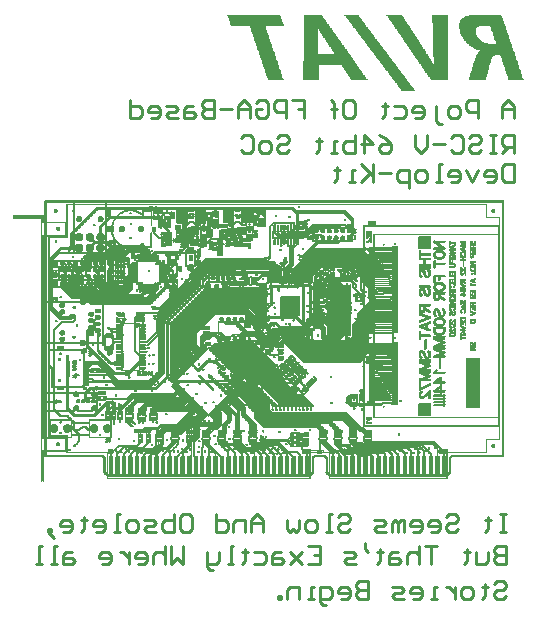
<source format=gbo>
G04*
G04 #@! TF.GenerationSoftware,Altium Limited,Altium Designer,19.1.7 (138)*
G04*
G04 Layer_Color=7058166*
%FSLAX25Y25*%
%MOIN*%
G70*
G01*
G75*
%ADD10C,0.00200*%
%ADD11C,0.01000*%
%ADD15C,0.00100*%
D10*
X199100Y239200D02*
X208500D01*
X185700D02*
X190700D01*
X170500D02*
X175300D01*
X156500D02*
X160700D01*
X143100D02*
X148700D01*
X117500D02*
X134700D01*
X197900Y239000D02*
X208500D01*
X185700D02*
X190700D01*
X170700D02*
X175500D01*
X156700D02*
X160900D01*
X143100D02*
X148700D01*
X117500D02*
X134700D01*
X197100Y238800D02*
X208700D01*
X185700D02*
X190700D01*
X170900D02*
X175700D01*
X156900D02*
X161100D01*
X143100D02*
X148900D01*
X117700D02*
X134900D01*
X196700Y238600D02*
X208700D01*
X185700D02*
X190700D01*
X170900D02*
X175700D01*
X157100D02*
X161100D01*
X143100D02*
X149100D01*
X117700D02*
X134900D01*
X196300Y238400D02*
X208700D01*
X185700D02*
X190700D01*
X171100D02*
X175900D01*
X157100D02*
X161300D01*
X143100D02*
X149100D01*
X117700D02*
X134900D01*
X195900Y238200D02*
X208900D01*
X185700D02*
X190700D01*
X171300D02*
X176100D01*
X157300D02*
X161500D01*
X143100D02*
X149300D01*
X117900D02*
X135100D01*
X195700Y238000D02*
X208900D01*
X185700D02*
X190700D01*
X171300D02*
X176100D01*
X157500D02*
X161700D01*
X143100D02*
X149500D01*
X117900D02*
X135100D01*
X195500Y237800D02*
X209100D01*
X185700D02*
X190700D01*
X171500D02*
X176300D01*
X157700D02*
X161700D01*
X143100D02*
X149700D01*
X118100D02*
X135300D01*
X195300Y237600D02*
X209100D01*
X185700D02*
X190700D01*
X171700D02*
X176500D01*
X157700D02*
X161900D01*
X143100D02*
X149700D01*
X118100D02*
X135300D01*
X195100Y237400D02*
X209100D01*
X185700D02*
X190700D01*
X171700D02*
X176500D01*
X157900D02*
X162100D01*
X143100D02*
X149900D01*
X118100D02*
X135300D01*
X195100Y237200D02*
X209300D01*
X185700D02*
X190700D01*
X171900D02*
X176700D01*
X158100D02*
X162300D01*
X143100D02*
X150100D01*
X118300D02*
X135500D01*
X194900Y237000D02*
X209300D01*
X185700D02*
X190700D01*
X172100D02*
X176700D01*
X158300D02*
X162300D01*
X143100D02*
X150100D01*
X118300D02*
X135500D01*
X194900Y236800D02*
X209300D01*
X185700D02*
X190700D01*
X172300D02*
X176900D01*
X158300D02*
X162500D01*
X143100D02*
X150300D01*
X118300D02*
X135500D01*
X194900Y236600D02*
X209500D01*
X185700D02*
X190700D01*
X172300D02*
X177100D01*
X158500D02*
X162700D01*
X143100D02*
X150500D01*
X118500D02*
X135700D01*
X194700Y236400D02*
X209500D01*
X185900D02*
X190700D01*
X172500D02*
X177100D01*
X158700D02*
X162900D01*
X143100D02*
X150500D01*
X118500D02*
X135700D01*
X194700Y236200D02*
X209500D01*
X185900D02*
X190700D01*
X172700D02*
X177300D01*
X158900D02*
X162900D01*
X143100D02*
X150700D01*
X118500D02*
X135700D01*
X194700Y236000D02*
X209700D01*
X185900D02*
X190700D01*
X172700D02*
X177500D01*
X158900D02*
X163100D01*
X143100D02*
X150900D01*
X118700D02*
X135900D01*
X194700Y235800D02*
X209700D01*
X185900D02*
X190700D01*
X172900D02*
X177500D01*
X159100D02*
X163300D01*
X143100D02*
X151100D01*
X118700D02*
X135900D01*
X205100Y235600D02*
X209700D01*
X194700D02*
X201500D01*
X185900D02*
X190700D01*
X173100D02*
X177700D01*
X159300D02*
X163500D01*
X143100D02*
X151100D01*
X118700D02*
X135900D01*
X205100Y235400D02*
X209900D01*
X194700D02*
X200900D01*
X185900D02*
X190700D01*
X173100D02*
X177900D01*
X159500D02*
X163500D01*
X147300D02*
X151300D01*
X143100D02*
X147100D01*
X125100D02*
X129900D01*
X205300Y235200D02*
X209900D01*
X194700D02*
X200500D01*
X185900D02*
X190700D01*
X173300D02*
X177900D01*
X159500D02*
X163700D01*
X147500D02*
X151500D01*
X143100D02*
X147300D01*
X125100D02*
X129900D01*
X205300Y235000D02*
X209900D01*
X194700D02*
X200300D01*
X185900D02*
X190700D01*
X173500D02*
X178100D01*
X159700D02*
X163900D01*
X147500D02*
X151500D01*
X143100D02*
X147300D01*
X125100D02*
X129900D01*
X205300Y234800D02*
X210100D01*
X194700D02*
X200100D01*
X185900D02*
X190700D01*
X173500D02*
X178300D01*
X159900D02*
X164100D01*
X147700D02*
X151700D01*
X143100D02*
X147300D01*
X125300D02*
X130100D01*
X205500Y234600D02*
X210100D01*
X194700D02*
X200100D01*
X185900D02*
X190700D01*
X173700D02*
X178300D01*
X160100D02*
X164100D01*
X147700D02*
X151900D01*
X143100D02*
X147300D01*
X125300D02*
X130100D01*
X205500Y234400D02*
X210100D01*
X194900D02*
X199900D01*
X185900D02*
X190700D01*
X173900D02*
X178500D01*
X160300D02*
X164300D01*
X147900D02*
X152100D01*
X143100D02*
X147300D01*
X125300D02*
X130100D01*
X205500Y234200D02*
X210300D01*
X194900D02*
X199900D01*
X185900D02*
X190700D01*
X173900D02*
X178500D01*
X160300D02*
X164500D01*
X147900D02*
X152100D01*
X142900D02*
X147500D01*
X125500D02*
X130300D01*
X205700Y234000D02*
X210300D01*
X194900D02*
X199900D01*
X185900D02*
X190700D01*
X174100D02*
X178700D01*
X160500D02*
X164700D01*
X148100D02*
X152300D01*
X142900D02*
X147500D01*
X125500D02*
X130300D01*
X205700Y233800D02*
X210300D01*
X194900D02*
X199900D01*
X185900D02*
X190700D01*
X174300D02*
X178900D01*
X160700D02*
X164700D01*
X148300D02*
X152500D01*
X142900D02*
X147500D01*
X125500D02*
X130300D01*
X205700Y233600D02*
X210500D01*
X195100D02*
X199900D01*
X185900D02*
X190700D01*
X174300D02*
X178900D01*
X160900D02*
X164900D01*
X148300D02*
X152500D01*
X142900D02*
X147500D01*
X125700D02*
X130500D01*
X205900Y233400D02*
X210500D01*
X195100D02*
X199900D01*
X185900D02*
X190700D01*
X174500D02*
X179100D01*
X160900D02*
X165100D01*
X148500D02*
X152700D01*
X142900D02*
X147500D01*
X125700D02*
X130500D01*
X205900Y233200D02*
X210500D01*
X195100D02*
X199900D01*
X185900D02*
X190700D01*
X174700D02*
X179300D01*
X161100D02*
X165300D01*
X148700D02*
X152900D01*
X142900D02*
X147500D01*
X125700D02*
X130500D01*
X205900Y233000D02*
X210700D01*
X195300D02*
X200100D01*
X185900D02*
X190700D01*
X174900D02*
X179300D01*
X161300D02*
X165300D01*
X148700D02*
X152900D01*
X142900D02*
X147500D01*
X125900D02*
X130700D01*
X206100Y232800D02*
X210700D01*
X195300D02*
X200100D01*
X185900D02*
X190700D01*
X174900D02*
X179500D01*
X161500D02*
X165500D01*
X148900D02*
X153100D01*
X142900D02*
X147500D01*
X125900D02*
X130700D01*
X206100Y232600D02*
X210700D01*
X195500D02*
X200100D01*
X185900D02*
X190700D01*
X175100D02*
X179700D01*
X161500D02*
X165700D01*
X149100D02*
X153300D01*
X142900D02*
X147500D01*
X125900D02*
X130700D01*
X206100Y232400D02*
X210900D01*
X195500D02*
X200300D01*
X185900D02*
X190700D01*
X175300D02*
X179700D01*
X161700D02*
X165900D01*
X149100D02*
X153500D01*
X142900D02*
X147500D01*
X126100D02*
X130900D01*
X206300Y232200D02*
X210900D01*
X195700D02*
X200300D01*
X185900D02*
X190700D01*
X175300D02*
X179900D01*
X161900D02*
X165900D01*
X149300D02*
X153500D01*
X142900D02*
X147500D01*
X126100D02*
X130900D01*
X206300Y232000D02*
X210900D01*
X195700D02*
X200500D01*
X185900D02*
X190700D01*
X175500D02*
X180100D01*
X162100D02*
X166100D01*
X149500D02*
X153700D01*
X142900D02*
X147500D01*
X126100D02*
X130900D01*
X206300Y231800D02*
X211100D01*
X195900D02*
X200500D01*
X185900D02*
X190700D01*
X175700D02*
X180100D01*
X162100D02*
X166300D01*
X149500D02*
X153900D01*
X142900D02*
X147500D01*
X126300D02*
X131100D01*
X206500Y231600D02*
X211100D01*
X195900D02*
X200700D01*
X185900D02*
X190700D01*
X175700D02*
X180300D01*
X162300D02*
X166500D01*
X149700D02*
X153900D01*
X142900D02*
X147500D01*
X126300D02*
X131100D01*
X206500Y231400D02*
X211100D01*
X196100D02*
X200900D01*
X185900D02*
X190700D01*
X175900D02*
X180300D01*
X162500D02*
X166500D01*
X149900D02*
X154100D01*
X142900D02*
X147500D01*
X126300D02*
X131100D01*
X206500Y231200D02*
X211300D01*
X196300D02*
X201100D01*
X185900D02*
X190700D01*
X176100D02*
X180500D01*
X162700D02*
X166700D01*
X149900D02*
X154300D01*
X142900D02*
X147500D01*
X126500D02*
X131300D01*
X206700Y231000D02*
X211300D01*
X196300D02*
X201300D01*
X185900D02*
X190700D01*
X176100D02*
X180700D01*
X162700D02*
X166900D01*
X150100D02*
X154500D01*
X142900D02*
X147500D01*
X126500D02*
X131300D01*
X206700Y230800D02*
X211300D01*
X196500D02*
X201500D01*
X186100D02*
X190700D01*
X176300D02*
X180700D01*
X162900D02*
X167100D01*
X150300D02*
X154500D01*
X142900D02*
X147500D01*
X126500D02*
X131300D01*
X206900Y230600D02*
X211500D01*
X196700D02*
X201700D01*
X186100D02*
X190700D01*
X176500D02*
X180900D01*
X163100D02*
X167100D01*
X150300D02*
X154700D01*
X142900D02*
X147500D01*
X126700D02*
X131500D01*
X206900Y230400D02*
X211500D01*
X196900D02*
X201900D01*
X186100D02*
X190700D01*
X176500D02*
X181100D01*
X163300D02*
X167300D01*
X150500D02*
X154900D01*
X142900D02*
X147500D01*
X126700D02*
X131500D01*
X206900Y230200D02*
X211500D01*
X197100D02*
X202300D01*
X186100D02*
X190700D01*
X176700D02*
X181100D01*
X163300D02*
X167500D01*
X150700D02*
X154900D01*
X142900D02*
X147500D01*
X126700D02*
X131500D01*
X207100Y230000D02*
X211700D01*
X197300D02*
X202700D01*
X186100D02*
X190700D01*
X176900D02*
X181300D01*
X163500D02*
X167700D01*
X150700D02*
X155100D01*
X142900D02*
X147500D01*
X126900D02*
X131700D01*
X207100Y229800D02*
X211700D01*
X197500D02*
X203100D01*
X186100D02*
X190700D01*
X177100D02*
X181500D01*
X163700D02*
X167700D01*
X150900D02*
X155300D01*
X142900D02*
X147500D01*
X126900D02*
X131700D01*
X207100Y229600D02*
X211700D01*
X197700D02*
X203900D01*
X186100D02*
X190700D01*
X177100D02*
X181500D01*
X163900D02*
X167900D01*
X151100D02*
X155300D01*
X142900D02*
X147500D01*
X126900D02*
X131700D01*
X197900Y229400D02*
X211900D01*
X186100D02*
X190700D01*
X177300D02*
X181700D01*
X163900D02*
X168100D01*
X151100D02*
X155500D01*
X142900D02*
X147500D01*
X127100D02*
X131900D01*
X198100Y229200D02*
X211900D01*
X186100D02*
X190700D01*
X177500D02*
X181700D01*
X164100D02*
X168300D01*
X151300D02*
X155700D01*
X142900D02*
X147500D01*
X127100D02*
X131900D01*
X198500Y229000D02*
X211900D01*
X186100D02*
X190700D01*
X177500D02*
X181900D01*
X164300D02*
X168300D01*
X151500D02*
X155900D01*
X142900D02*
X147500D01*
X127100D02*
X131900D01*
X198700Y228800D02*
X212100D01*
X186100D02*
X190700D01*
X177700D02*
X182100D01*
X164500D02*
X168500D01*
X151500D02*
X155900D01*
X142900D02*
X147500D01*
X127300D02*
X132100D01*
X198900Y228600D02*
X212100D01*
X186100D02*
X190700D01*
X177900D02*
X182100D01*
X164500D02*
X168700D01*
X151700D02*
X156100D01*
X142900D02*
X147500D01*
X127300D02*
X132100D01*
X199300Y228400D02*
X212100D01*
X186100D02*
X190700D01*
X177900D02*
X182300D01*
X164700D02*
X168900D01*
X151900D02*
X156300D01*
X142900D02*
X147500D01*
X127300D02*
X132100D01*
X199700Y228200D02*
X212300D01*
X186100D02*
X190700D01*
X178100D02*
X182500D01*
X164900D02*
X168900D01*
X151900D02*
X156300D01*
X142900D02*
X147500D01*
X127500D02*
X132300D01*
X200100Y228000D02*
X212300D01*
X186100D02*
X190700D01*
X178300D02*
X182500D01*
X165100D02*
X169100D01*
X152100D02*
X156500D01*
X142900D02*
X147500D01*
X127500D02*
X132300D01*
X200500Y227800D02*
X212300D01*
X186100D02*
X190700D01*
X178300D02*
X182700D01*
X165100D02*
X169300D01*
X152300D02*
X156700D01*
X142900D02*
X147500D01*
X127500D02*
X132300D01*
X201100Y227600D02*
X212500D01*
X186100D02*
X190700D01*
X178500D02*
X182900D01*
X165300D02*
X169500D01*
X152300D02*
X156900D01*
X142900D02*
X147500D01*
X127700D02*
X132500D01*
X201700Y227400D02*
X212500D01*
X186100D02*
X190700D01*
X178700D02*
X182900D01*
X165500D02*
X169700D01*
X152500D02*
X156900D01*
X142900D02*
X147500D01*
X127700D02*
X132500D01*
X201900Y227200D02*
X212700D01*
X186100D02*
X190700D01*
X178700D02*
X183100D01*
X165700D02*
X169700D01*
X152700D02*
X157100D01*
X142900D02*
X147500D01*
X127900D02*
X132700D01*
X201500Y227000D02*
X212700D01*
X186100D02*
X190700D01*
X178900D02*
X183300D01*
X165900D02*
X169900D01*
X152700D02*
X157300D01*
X142900D02*
X147500D01*
X127900D02*
X132700D01*
X201300Y226800D02*
X212700D01*
X186100D02*
X190700D01*
X179100D02*
X183300D01*
X165900D02*
X170100D01*
X152900D02*
X157300D01*
X142900D02*
X147500D01*
X127900D02*
X132700D01*
X201100Y226600D02*
X212900D01*
X186100D02*
X190700D01*
X179100D02*
X183500D01*
X166100D02*
X170300D01*
X153100D02*
X157500D01*
X142900D02*
X147500D01*
X128100D02*
X132900D01*
X200900Y226400D02*
X212900D01*
X186100D02*
X190700D01*
X179300D02*
X183500D01*
X166300D02*
X170300D01*
X153100D02*
X157700D01*
X142900D02*
X147500D01*
X128100D02*
X132900D01*
X200900Y226200D02*
X212900D01*
X186100D02*
X190700D01*
X179500D02*
X183700D01*
X166500D02*
X170500D01*
X153300D02*
X157700D01*
X142900D02*
X147500D01*
X128100D02*
X132900D01*
X200700Y226000D02*
X213100D01*
X186100D02*
X190700D01*
X179700D02*
X183900D01*
X166500D02*
X170700D01*
X142900D02*
X157900D01*
X128300D02*
X133100D01*
X208500Y225800D02*
X213100D01*
X200500D02*
X206300D01*
X186100D02*
X190700D01*
X179700D02*
X183900D01*
X166700D02*
X170900D01*
X142900D02*
X158100D01*
X128300D02*
X133100D01*
X208500Y225600D02*
X213100D01*
X200500D02*
X205900D01*
X186100D02*
X190700D01*
X179900D02*
X184100D01*
X166900D02*
X170900D01*
X142900D02*
X158300D01*
X128300D02*
X133100D01*
X208700Y225400D02*
X213300D01*
X200300D02*
X205700D01*
X186100D02*
X190700D01*
X180100D02*
X184300D01*
X167100D02*
X171100D01*
X142900D02*
X158300D01*
X128500D02*
X133300D01*
X208700Y225200D02*
X213300D01*
X200300D02*
X205500D01*
X186300D02*
X190700D01*
X180100D02*
X184300D01*
X167100D02*
X171300D01*
X142900D02*
X158500D01*
X128500D02*
X133300D01*
X208700Y225000D02*
X213300D01*
X200300D02*
X205500D01*
X186300D02*
X190700D01*
X180300D02*
X184500D01*
X167300D02*
X171500D01*
X142900D02*
X158700D01*
X128500D02*
X133300D01*
X208900Y224800D02*
X213500D01*
X200100D02*
X205300D01*
X186300D02*
X190700D01*
X180500D02*
X184700D01*
X167500D02*
X171500D01*
X142900D02*
X158700D01*
X128700D02*
X133500D01*
X208900Y224600D02*
X213500D01*
X200100D02*
X205300D01*
X186300D02*
X190700D01*
X180500D02*
X184700D01*
X167700D02*
X171700D01*
X142900D02*
X158900D01*
X128700D02*
X133500D01*
X208900Y224400D02*
X213500D01*
X199900D02*
X205100D01*
X186300D02*
X190700D01*
X180700D02*
X184900D01*
X167700D02*
X171900D01*
X142900D02*
X159100D01*
X128700D02*
X133500D01*
X209100Y224200D02*
X213700D01*
X199900D02*
X205100D01*
X186300D02*
X190700D01*
X180900D02*
X184900D01*
X167900D02*
X172100D01*
X142900D02*
X159300D01*
X128900D02*
X133700D01*
X209100Y224000D02*
X213700D01*
X199900D02*
X205100D01*
X186300D02*
X190700D01*
X180900D02*
X185100D01*
X168100D02*
X172100D01*
X142900D02*
X159300D01*
X128900D02*
X133700D01*
X209100Y223800D02*
X213700D01*
X199700D02*
X204900D01*
X186300D02*
X190700D01*
X181100D02*
X185300D01*
X168300D02*
X172300D01*
X142900D02*
X159500D01*
X128900D02*
X133700D01*
X209300Y223600D02*
X213900D01*
X199700D02*
X204900D01*
X186300D02*
X190700D01*
X181300D02*
X185300D01*
X168300D02*
X172500D01*
X142700D02*
X159700D01*
X129100D02*
X133900D01*
X209300Y223400D02*
X213900D01*
X199700D02*
X204900D01*
X186300D02*
X190700D01*
X181300D02*
X185500D01*
X168500D02*
X172700D01*
X142700D02*
X159700D01*
X129100D02*
X133900D01*
X209300Y223200D02*
X213900D01*
X199500D02*
X204700D01*
X186300D02*
X190700D01*
X181500D02*
X185700D01*
X168700D02*
X172700D01*
X142700D02*
X159900D01*
X129100D02*
X133900D01*
X209500Y223000D02*
X214100D01*
X199500D02*
X204700D01*
X186300D02*
X190700D01*
X181700D02*
X185700D01*
X168900D02*
X172900D01*
X142700D02*
X160100D01*
X129300D02*
X134100D01*
X209500Y222800D02*
X214100D01*
X199500D02*
X204700D01*
X186300D02*
X190700D01*
X181900D02*
X185900D01*
X168900D02*
X173100D01*
X142700D02*
X160100D01*
X129300D02*
X134100D01*
X209500Y222600D02*
X214100D01*
X199500D02*
X204700D01*
X186300D02*
X190700D01*
X181900D02*
X185900D01*
X169100D02*
X173300D01*
X142700D02*
X160300D01*
X129300D02*
X134100D01*
X209700Y222400D02*
X214300D01*
X199300D02*
X204500D01*
X186300D02*
X190700D01*
X182100D02*
X186100D01*
X169300D02*
X173300D01*
X155700D02*
X160500D01*
X142700D02*
X147700D01*
X129500D02*
X134300D01*
X209700Y222200D02*
X214300D01*
X199300D02*
X204500D01*
X186300D02*
X190700D01*
X182300D02*
X186100D01*
X169500D02*
X173500D01*
X155700D02*
X160700D01*
X142700D02*
X147700D01*
X129500D02*
X134300D01*
X209700Y222000D02*
X214300D01*
X199300D02*
X204500D01*
X186500D02*
X190700D01*
X182300D02*
X186300D01*
X169500D02*
X173700D01*
X155900D02*
X160700D01*
X142700D02*
X147700D01*
X129500D02*
X134300D01*
X209900Y221800D02*
X214500D01*
X199100D02*
X204500D01*
X186500D02*
X190700D01*
X182500D02*
X186300D01*
X169700D02*
X173900D01*
X156100D02*
X160900D01*
X142700D02*
X147700D01*
X129700D02*
X134500D01*
X209900Y221600D02*
X214500D01*
X199100D02*
X204300D01*
X182700D02*
X190700D01*
X169900D02*
X173900D01*
X156100D02*
X161100D01*
X142700D02*
X147700D01*
X129700D02*
X134500D01*
X209900Y221400D02*
X214500D01*
X199100D02*
X204300D01*
X182700D02*
X190700D01*
X170100D02*
X174100D01*
X156300D02*
X161100D01*
X142700D02*
X147700D01*
X129700D02*
X134500D01*
X210100Y221200D02*
X214700D01*
X199100D02*
X204300D01*
X182900D02*
X190700D01*
X170100D02*
X174300D01*
X156500D02*
X161300D01*
X142700D02*
X147700D01*
X129900D02*
X134700D01*
X210100Y221000D02*
X214700D01*
X198900D02*
X204100D01*
X183100D02*
X190700D01*
X170300D02*
X174500D01*
X156500D02*
X161500D01*
X142700D02*
X147700D01*
X129900D02*
X134700D01*
X210100Y220800D02*
X214700D01*
X198900D02*
X204100D01*
X183100D02*
X190700D01*
X170500D02*
X174500D01*
X156700D02*
X161700D01*
X142700D02*
X147700D01*
X129900D02*
X134700D01*
X210300Y220600D02*
X214900D01*
X198900D02*
X204100D01*
X183300D02*
X190700D01*
X170700D02*
X174700D01*
X156900D02*
X161700D01*
X142700D02*
X147700D01*
X130100D02*
X134900D01*
X210300Y220400D02*
X214900D01*
X198700D02*
X204100D01*
X183500D02*
X190700D01*
X170900D02*
X174900D01*
X156900D02*
X161900D01*
X142700D02*
X147700D01*
X130100D02*
X134900D01*
X210300Y220200D02*
X214900D01*
X198700D02*
X203900D01*
X183500D02*
X190700D01*
X170900D02*
X175100D01*
X157100D02*
X162100D01*
X142700D02*
X147700D01*
X130100D02*
X134900D01*
X210500Y220000D02*
X215100D01*
X198700D02*
X203900D01*
X183700D02*
X190700D01*
X171100D02*
X175100D01*
X157300D02*
X162100D01*
X142700D02*
X147700D01*
X130300D02*
X135100D01*
X210500Y219800D02*
X215100D01*
X198500D02*
X203900D01*
X183900D02*
X190700D01*
X171300D02*
X175300D01*
X157300D02*
X162300D01*
X142700D02*
X147700D01*
X130300D02*
X135100D01*
X210500Y219600D02*
X215100D01*
X198500D02*
X203900D01*
X183900D02*
X190700D01*
X171500D02*
X175500D01*
X157500D02*
X162500D01*
X142700D02*
X147700D01*
X130300D02*
X135100D01*
X210700Y219400D02*
X215300D01*
X198500D02*
X203700D01*
X184100D02*
X190700D01*
X171500D02*
X175700D01*
X157700D02*
X162500D01*
X142700D02*
X147700D01*
X130500D02*
X135300D01*
X210700Y219200D02*
X215300D01*
X198500D02*
X203700D01*
X184300D02*
X190700D01*
X171700D02*
X175700D01*
X157700D02*
X162700D01*
X142700D02*
X147700D01*
X130500D02*
X135300D01*
X210700Y219000D02*
X215300D01*
X198300D02*
X203700D01*
X184500D02*
X190700D01*
X171900D02*
X175900D01*
X157900D02*
X162900D01*
X142700D02*
X147700D01*
X130500D02*
X135300D01*
X210900Y218800D02*
X215500D01*
X198300D02*
X203700D01*
X184500D02*
X190700D01*
X172100D02*
X176100D01*
X158100D02*
X163100D01*
X142700D02*
X147700D01*
X130700D02*
X135500D01*
X210900Y218600D02*
X215500D01*
X198300D02*
X203500D01*
X184700D02*
X190700D01*
X172100D02*
X176300D01*
X158100D02*
X163100D01*
X142700D02*
X147700D01*
X130700D02*
X135500D01*
X210900Y218400D02*
X215500D01*
X198100D02*
X203500D01*
X184900D02*
X190700D01*
X172300D02*
X176300D01*
X158300D02*
X163300D01*
X142700D02*
X147700D01*
X130700D02*
X135500D01*
X211100Y218200D02*
X215700D01*
X198100D02*
X203500D01*
X184900D02*
X190700D01*
X172500D02*
X176500D01*
X158500D02*
X163500D01*
X142700D02*
X147700D01*
X130900D02*
X135700D01*
X211100Y218000D02*
X215700D01*
X198100D02*
X203300D01*
X185100D02*
X190700D01*
X172700D02*
X176700D01*
X158500D02*
X163500D01*
X142700D02*
X147700D01*
X130900D02*
X135700D01*
X211100Y217800D02*
X215700D01*
X197900D02*
X203300D01*
X185300D02*
X190700D01*
X172700D02*
X176900D01*
X158700D02*
X163700D01*
X142700D02*
X147700D01*
X130900D02*
X135700D01*
X211300Y217600D02*
X215900D01*
X197900D02*
X203300D01*
X185300D02*
X190700D01*
X172900D02*
X176900D01*
X158900D02*
X163900D01*
X142700D02*
X147700D01*
X131100D02*
X135900D01*
X173100Y217400D02*
X177100D01*
X173300Y217200D02*
X177300D01*
X173300Y217000D02*
X177500D01*
X173500Y216800D02*
X177500D01*
X173700Y216600D02*
X177700D01*
X173900Y216400D02*
X177900D01*
X173900Y216200D02*
X178100D01*
X174100Y216000D02*
X178100D01*
X174300Y215800D02*
X178300D01*
X174500Y215600D02*
X178500D01*
X174500Y215400D02*
X178700D01*
X174700Y215200D02*
X178700D01*
X174900Y215000D02*
X178900D01*
X175100Y214800D02*
X179100D01*
X175100Y214600D02*
X179300D01*
X175300Y214400D02*
X179300D01*
X175500Y214200D02*
X179500D01*
X175700Y214000D02*
X179700D01*
D11*
X213000Y204694D02*
Y208693D01*
X211001Y210692D01*
X209001Y208693D01*
Y204694D01*
Y207693D01*
X213000D01*
X201004Y204694D02*
Y210692D01*
X198005D01*
X197005Y209692D01*
Y207693D01*
X198005Y206693D01*
X201004D01*
X194006Y204694D02*
X192007D01*
X191007Y205694D01*
Y207693D01*
X192007Y208693D01*
X194006D01*
X195006Y207693D01*
Y205694D01*
X194006Y204694D01*
X189008Y202695D02*
X188008D01*
X187008Y203694D01*
Y208693D01*
X180011Y204694D02*
X182010D01*
X183010Y205694D01*
Y207693D01*
X182010Y208693D01*
X180011D01*
X179011Y207693D01*
Y206693D01*
X183010D01*
X173013Y208693D02*
X176012D01*
X177012Y207693D01*
Y205694D01*
X176012Y204694D01*
X173013D01*
X170014Y209692D02*
Y208693D01*
X171014D01*
X169014D01*
X170014D01*
Y205694D01*
X169014Y204694D01*
X157018Y210692D02*
X159018D01*
X160017Y209692D01*
Y205694D01*
X159018Y204694D01*
X157018D01*
X156018Y205694D01*
Y209692D01*
X157018Y210692D01*
X153019Y204694D02*
Y209692D01*
Y207693D01*
X154019D01*
X152020D01*
X153019D01*
Y209692D01*
X152020Y210692D01*
X139024D02*
X143023D01*
Y207693D01*
X141023D01*
X143023D01*
Y204694D01*
X137025D02*
Y210692D01*
X134026D01*
X133026Y209692D01*
Y207693D01*
X134026Y206693D01*
X137025D01*
X127028Y209692D02*
X128027Y210692D01*
X130027D01*
X131026Y209692D01*
Y205694D01*
X130027Y204694D01*
X128027D01*
X127028Y205694D01*
Y207693D01*
X129027D01*
X125029Y204694D02*
Y208693D01*
X123029Y210692D01*
X121030Y208693D01*
Y204694D01*
Y207693D01*
X125029D01*
X119030D02*
X115032D01*
X113032Y210692D02*
Y204694D01*
X110033D01*
X109034Y205694D01*
Y206693D01*
X110033Y207693D01*
X113032D01*
X110033D01*
X109034Y208693D01*
Y209692D01*
X110033Y210692D01*
X113032D01*
X106035Y208693D02*
X104035D01*
X103036Y207693D01*
Y204694D01*
X106035D01*
X107034Y205694D01*
X106035Y206693D01*
X103036D01*
X101036Y204694D02*
X98037D01*
X97038Y205694D01*
X98037Y206693D01*
X100037D01*
X101036Y207693D01*
X100037Y208693D01*
X97038D01*
X92039Y204694D02*
X94038D01*
X95038Y205694D01*
Y207693D01*
X94038Y208693D01*
X92039D01*
X91039Y207693D01*
Y206693D01*
X95038D01*
X85041Y210692D02*
Y204694D01*
X88040D01*
X89040Y205694D01*
Y207693D01*
X88040Y208693D01*
X85041D01*
X213000Y193097D02*
Y199095D01*
X210001D01*
X209001Y198095D01*
Y196096D01*
X210001Y195096D01*
X213000D01*
X211001D02*
X209001Y193097D01*
X207002Y199095D02*
X205003D01*
X206002D01*
Y193097D01*
X207002D01*
X205003D01*
X198005Y198095D02*
X199004Y199095D01*
X201004D01*
X202004Y198095D01*
Y197096D01*
X201004Y196096D01*
X199004D01*
X198005Y195096D01*
Y194097D01*
X199004Y193097D01*
X201004D01*
X202004Y194097D01*
X192007Y198095D02*
X193007Y199095D01*
X195006D01*
X196005Y198095D01*
Y194097D01*
X195006Y193097D01*
X193007D01*
X192007Y194097D01*
X190007Y196096D02*
X186009D01*
X184009Y199095D02*
Y195096D01*
X182010Y193097D01*
X180011Y195096D01*
Y199095D01*
X168015D02*
X170014Y198095D01*
X172013Y196096D01*
Y194097D01*
X171014Y193097D01*
X169014D01*
X168015Y194097D01*
Y195096D01*
X169014Y196096D01*
X172013D01*
X163016Y193097D02*
Y199095D01*
X166015Y196096D01*
X162016D01*
X160017Y199095D02*
Y193097D01*
X157018D01*
X156018Y194097D01*
Y195096D01*
Y196096D01*
X157018Y197096D01*
X160017D01*
X154019Y193097D02*
X152020D01*
X153019D01*
Y197096D01*
X154019D01*
X148021Y198095D02*
Y197096D01*
X149021D01*
X147021D01*
X148021D01*
Y194097D01*
X147021Y193097D01*
X134026Y198095D02*
X135025Y199095D01*
X137025D01*
X138024Y198095D01*
Y197096D01*
X137025Y196096D01*
X135025D01*
X134026Y195096D01*
Y194097D01*
X135025Y193097D01*
X137025D01*
X138024Y194097D01*
X131026Y193097D02*
X129027D01*
X128027Y194097D01*
Y196096D01*
X129027Y197096D01*
X131026D01*
X132026Y196096D01*
Y194097D01*
X131026Y193097D01*
X122029Y198095D02*
X123029Y199095D01*
X125029D01*
X126028Y198095D01*
Y194097D01*
X125029Y193097D01*
X123029D01*
X122029Y194097D01*
X213000Y189497D02*
Y183499D01*
X210001D01*
X209001Y184499D01*
Y188498D01*
X210001Y189497D01*
X213000D01*
X204003Y183499D02*
X206002D01*
X207002Y184499D01*
Y186498D01*
X206002Y187498D01*
X204003D01*
X203003Y186498D01*
Y185499D01*
X207002D01*
X201004Y187498D02*
X199004Y183499D01*
X197005Y187498D01*
X192007Y183499D02*
X194006D01*
X195006Y184499D01*
Y186498D01*
X194006Y187498D01*
X192007D01*
X191007Y186498D01*
Y185499D01*
X195006D01*
X189008Y183499D02*
X187008D01*
X188008D01*
Y189497D01*
X189008D01*
X183010Y183499D02*
X181010D01*
X180011Y184499D01*
Y186498D01*
X181010Y187498D01*
X183010D01*
X184009Y186498D01*
Y184499D01*
X183010Y183499D01*
X178011Y181500D02*
Y187498D01*
X175012D01*
X174013Y186498D01*
Y184499D01*
X175012Y183499D01*
X178011D01*
X172013Y186498D02*
X168015D01*
X166015Y189497D02*
Y183499D01*
Y185499D01*
X162016Y189497D01*
X165015Y186498D01*
X162016Y183499D01*
X160017D02*
X158018D01*
X159018D01*
Y187498D01*
X160017D01*
X154019Y188498D02*
Y187498D01*
X155019D01*
X153019D01*
X154019D01*
Y184499D01*
X153019Y183499D01*
X210500Y72692D02*
X208501D01*
X209500D01*
Y66694D01*
X210500D01*
X208501D01*
X204502Y71692D02*
Y70692D01*
X205502D01*
X203502D01*
X204502D01*
Y67693D01*
X203502Y66694D01*
X190506Y71692D02*
X191506Y72692D01*
X193506D01*
X194505Y71692D01*
Y70692D01*
X193506Y69693D01*
X191506D01*
X190506Y68693D01*
Y67693D01*
X191506Y66694D01*
X193506D01*
X194505Y67693D01*
X185508Y66694D02*
X187507D01*
X188507Y67693D01*
Y69693D01*
X187507Y70692D01*
X185508D01*
X184508Y69693D01*
Y68693D01*
X188507D01*
X179510Y66694D02*
X181509D01*
X182509Y67693D01*
Y69693D01*
X181509Y70692D01*
X179510D01*
X178510Y69693D01*
Y68693D01*
X182509D01*
X176511Y66694D02*
Y70692D01*
X175511D01*
X174512Y69693D01*
Y66694D01*
Y69693D01*
X173512Y70692D01*
X172512Y69693D01*
Y66694D01*
X170513D02*
X167514D01*
X166514Y67693D01*
X167514Y68693D01*
X169513D01*
X170513Y69693D01*
X169513Y70692D01*
X166514D01*
X154518Y71692D02*
X155518Y72692D01*
X157517D01*
X158517Y71692D01*
Y70692D01*
X157517Y69693D01*
X155518D01*
X154518Y68693D01*
Y67693D01*
X155518Y66694D01*
X157517D01*
X158517Y67693D01*
X152519Y66694D02*
X150519D01*
X151519D01*
Y72692D01*
X152519D01*
X146521Y66694D02*
X144521D01*
X143522Y67693D01*
Y69693D01*
X144521Y70692D01*
X146521D01*
X147520Y69693D01*
Y67693D01*
X146521Y66694D01*
X141522Y70692D02*
Y67693D01*
X140523Y66694D01*
X139523Y67693D01*
X138523Y66694D01*
X137524Y67693D01*
Y70692D01*
X129526Y66694D02*
Y70692D01*
X127527Y72692D01*
X125528Y70692D01*
Y66694D01*
Y69693D01*
X129526D01*
X123528Y66694D02*
Y70692D01*
X120529D01*
X119529Y69693D01*
Y66694D01*
X113531Y72692D02*
Y66694D01*
X116530D01*
X117530Y67693D01*
Y69693D01*
X116530Y70692D01*
X113531D01*
X102535Y72692D02*
X104534D01*
X105534Y71692D01*
Y67693D01*
X104534Y66694D01*
X102535D01*
X101535Y67693D01*
Y71692D01*
X102535Y72692D01*
X99536D02*
Y66694D01*
X96537D01*
X95537Y67693D01*
Y68693D01*
Y69693D01*
X96537Y70692D01*
X99536D01*
X93538Y66694D02*
X90539D01*
X89539Y67693D01*
X90539Y68693D01*
X92538D01*
X93538Y69693D01*
X92538Y70692D01*
X89539D01*
X86540Y66694D02*
X84541D01*
X83541Y67693D01*
Y69693D01*
X84541Y70692D01*
X86540D01*
X87540Y69693D01*
Y67693D01*
X86540Y66694D01*
X81542D02*
X79542D01*
X80542D01*
Y72692D01*
X81542D01*
X73544Y66694D02*
X75544D01*
X76543Y67693D01*
Y69693D01*
X75544Y70692D01*
X73544D01*
X72545Y69693D01*
Y68693D01*
X76543D01*
X69546Y71692D02*
Y70692D01*
X70545D01*
X68546D01*
X69546D01*
Y67693D01*
X68546Y66694D01*
X62548D02*
X64547D01*
X65547Y67693D01*
Y69693D01*
X64547Y70692D01*
X62548D01*
X61548Y69693D01*
Y68693D01*
X65547D01*
X58549Y65694D02*
X57550Y66694D01*
Y67693D01*
X58549D01*
Y66694D01*
X57550D01*
X58549Y65694D01*
X59549Y64694D01*
X210500Y62094D02*
Y56096D01*
X207501D01*
X206501Y57096D01*
Y58096D01*
X207501Y59095D01*
X210500D01*
X207501D01*
X206501Y60095D01*
Y61095D01*
X207501Y62094D01*
X210500D01*
X204502Y60095D02*
Y57096D01*
X203502Y56096D01*
X200503D01*
Y60095D01*
X197504Y61095D02*
Y60095D01*
X198504D01*
X196504D01*
X197504D01*
Y57096D01*
X196504Y56096D01*
X187507Y62094D02*
X183509D01*
X185508D01*
Y56096D01*
X181509Y62094D02*
Y56096D01*
Y59095D01*
X180510Y60095D01*
X178510D01*
X177511Y59095D01*
Y56096D01*
X174512Y60095D02*
X172512D01*
X171513Y59095D01*
Y56096D01*
X174512D01*
X175511Y57096D01*
X174512Y58096D01*
X171513D01*
X168514Y61095D02*
Y60095D01*
X169513D01*
X167514D01*
X168514D01*
Y57096D01*
X167514Y56096D01*
X163515Y63094D02*
Y61095D01*
X164515Y60095D01*
X160516Y56096D02*
X157517D01*
X156518Y57096D01*
X157517Y58096D01*
X159517D01*
X160516Y59095D01*
X159517Y60095D01*
X156518D01*
X144521Y62094D02*
X148520D01*
Y56096D01*
X144521D01*
X148520Y59095D02*
X146521D01*
X142522Y60095D02*
X138523Y56096D01*
X140523Y58096D01*
X138523Y60095D01*
X142522Y56096D01*
X135524Y60095D02*
X133525D01*
X132525Y59095D01*
Y56096D01*
X135524D01*
X136524Y57096D01*
X135524Y58096D01*
X132525D01*
X126527Y60095D02*
X129526D01*
X130526Y59095D01*
Y57096D01*
X129526Y56096D01*
X126527D01*
X123528Y61095D02*
Y60095D01*
X124528D01*
X122529D01*
X123528D01*
Y57096D01*
X122529Y56096D01*
X119529D02*
X117530D01*
X118530D01*
Y62094D01*
X119529D01*
X114531Y60095D02*
Y57096D01*
X113531Y56096D01*
X110532D01*
Y55097D01*
X111532Y54097D01*
X112532D01*
X110532Y56096D02*
Y60095D01*
X102535Y62094D02*
Y56096D01*
X100536Y58096D01*
X98536Y56096D01*
Y62094D01*
X96537D02*
Y56096D01*
Y59095D01*
X95537Y60095D01*
X93538D01*
X92538Y59095D01*
Y56096D01*
X87540D02*
X89539D01*
X90539Y57096D01*
Y59095D01*
X89539Y60095D01*
X87540D01*
X86540Y59095D01*
Y58096D01*
X90539D01*
X84541Y60095D02*
Y56096D01*
Y58096D01*
X83541Y59095D01*
X82541Y60095D01*
X81542D01*
X75544Y56096D02*
X77543D01*
X78543Y57096D01*
Y59095D01*
X77543Y60095D01*
X75544D01*
X74544Y59095D01*
Y58096D01*
X78543D01*
X65547Y60095D02*
X63547D01*
X62548Y59095D01*
Y56096D01*
X65547D01*
X66547Y57096D01*
X65547Y58096D01*
X62548D01*
X60549Y56096D02*
X58549D01*
X59549D01*
Y62094D01*
X60549D01*
X55550Y56096D02*
X53551D01*
X54550D01*
Y62094D01*
X55550D01*
X206501Y49498D02*
X207501Y50497D01*
X209500D01*
X210500Y49498D01*
Y48498D01*
X209500Y47498D01*
X207501D01*
X206501Y46499D01*
Y45499D01*
X207501Y44499D01*
X209500D01*
X210500Y45499D01*
X203502Y49498D02*
Y48498D01*
X204502D01*
X202503D01*
X203502D01*
Y45499D01*
X202503Y44499D01*
X198504D02*
X196504D01*
X195505Y45499D01*
Y47498D01*
X196504Y48498D01*
X198504D01*
X199504Y47498D01*
Y45499D01*
X198504Y44499D01*
X193506Y48498D02*
Y44499D01*
Y46499D01*
X192506Y47498D01*
X191506Y48498D01*
X190506D01*
X187507Y44499D02*
X185508D01*
X186508D01*
Y48498D01*
X187507D01*
X179510Y44499D02*
X181509D01*
X182509Y45499D01*
Y47498D01*
X181509Y48498D01*
X179510D01*
X178510Y47498D01*
Y46499D01*
X182509D01*
X176511Y44499D02*
X173512D01*
X172512Y45499D01*
X173512Y46499D01*
X175511D01*
X176511Y47498D01*
X175511Y48498D01*
X172512D01*
X164515Y50497D02*
Y44499D01*
X161516D01*
X160516Y45499D01*
Y46499D01*
X161516Y47498D01*
X164515D01*
X161516D01*
X160516Y48498D01*
Y49498D01*
X161516Y50497D01*
X164515D01*
X155518Y44499D02*
X157517D01*
X158517Y45499D01*
Y47498D01*
X157517Y48498D01*
X155518D01*
X154518Y47498D01*
Y46499D01*
X158517D01*
X150519Y42500D02*
X149520D01*
X148520Y43500D01*
Y48498D01*
X151519D01*
X152519Y47498D01*
Y45499D01*
X151519Y44499D01*
X148520D01*
X146521D02*
X144521D01*
X145521D01*
Y48498D01*
X146521D01*
X141522Y44499D02*
Y48498D01*
X138523D01*
X137524Y47498D01*
Y44499D01*
X135524D02*
Y45499D01*
X134525D01*
Y44499D01*
X135524D01*
D15*
X209100Y177200D02*
X209200D01*
X56700D02*
X56800D01*
X56600Y177100D02*
X209300D01*
X56500Y177000D02*
X209400D01*
X56500Y176900D02*
X209300D01*
X56500Y176800D02*
X209300D01*
X208900Y176700D02*
X209300D01*
X76700D02*
X76900D01*
X65900D02*
X66100D01*
X56500D02*
X56900D01*
X208900Y176600D02*
X209300D01*
X76700D02*
X76900D01*
X65900D02*
X66100D01*
X56500D02*
X56900D01*
X208900Y176500D02*
X209300D01*
X76700D02*
X76900D01*
X65900D02*
X66100D01*
X56500D02*
X56900D01*
X208900Y176400D02*
X209300D01*
X76700D02*
X76900D01*
X65900D02*
X66100D01*
X56500D02*
X56900D01*
X208900Y176300D02*
X209300D01*
X76700D02*
X76900D01*
X65900D02*
X66100D01*
X56500D02*
X56900D01*
X208900Y176200D02*
X209300D01*
X76700D02*
X76900D01*
X65900D02*
X66100D01*
X56500D02*
X56900D01*
X208900Y176100D02*
X209300D01*
X76700D02*
X76900D01*
X65900D02*
X66100D01*
X56500D02*
X56900D01*
X208900Y176000D02*
X209300D01*
X76700D02*
X76900D01*
X65900D02*
X66100D01*
X56500D02*
X56900D01*
X208900Y175900D02*
X209300D01*
X76700D02*
X76900D01*
X65900D02*
X66100D01*
X56500D02*
X56900D01*
X208900Y175800D02*
X209300D01*
X76700D02*
X76900D01*
X65900D02*
X66100D01*
X56500D02*
X56900D01*
X208900Y175700D02*
X209300D01*
X76700D02*
X76900D01*
X65900D02*
X66100D01*
X56500D02*
X56900D01*
X208900Y175600D02*
X209300D01*
X76700D02*
X76900D01*
X65900D02*
X66100D01*
X56500D02*
X56900D01*
X208900Y175500D02*
X209300D01*
X76700D02*
X76900D01*
X65900D02*
X66100D01*
X56500D02*
X56900D01*
X208900Y175400D02*
X209300D01*
X76700D02*
X76900D01*
X65900D02*
X66100D01*
X56500D02*
X56900D01*
X208900Y175300D02*
X209300D01*
X76700D02*
X76900D01*
X65900D02*
X66100D01*
X56500D02*
X56900D01*
X208900Y175200D02*
X209300D01*
X76700D02*
X76900D01*
X65900D02*
X66100D01*
X56500D02*
X56900D01*
X208900Y175100D02*
X209300D01*
X93100D02*
X93700D01*
X92200D02*
X92400D01*
X91400D02*
X91900D01*
X76700D02*
X76900D01*
X65900D02*
X66100D01*
X56500D02*
X56900D01*
X208900Y175000D02*
X209300D01*
X93100D02*
X93800D01*
X92200D02*
X92600D01*
X91300D02*
X92000D01*
X76700D02*
X76900D01*
X65900D02*
X66100D01*
X56500D02*
X56900D01*
X208900Y174900D02*
X209300D01*
X73700D02*
X139200D01*
X65900D02*
X66100D01*
X56500D02*
X56900D01*
X208900Y174800D02*
X209300D01*
X73600D02*
X139300D01*
X65900D02*
X66100D01*
X56500D02*
X56900D01*
X208900Y174700D02*
X209300D01*
X73600D02*
X139400D01*
X65900D02*
X66100D01*
X56500D02*
X56900D01*
X208900Y174600D02*
X209300D01*
X73500D02*
X139500D01*
X65900D02*
X66100D01*
X56500D02*
X56900D01*
X208900Y174500D02*
X209300D01*
X73400D02*
X139600D01*
X65900D02*
X66100D01*
X56500D02*
X56900D01*
X208900Y174400D02*
X209300D01*
X73300D02*
X139700D01*
X65900D02*
X66100D01*
X56500D02*
X56900D01*
X208900Y174300D02*
X209300D01*
X138900D02*
X139800D01*
X128700D02*
X128800D01*
X123400D02*
X123700D01*
X121600D02*
X122000D01*
X119400D02*
X119800D01*
X117800D02*
X118000D01*
X113100D02*
X113300D01*
X108000D02*
X108200D01*
X106200D02*
X106500D01*
X104000D02*
X104300D01*
X102300D02*
X102600D01*
X91300D02*
X93800D01*
X76600D02*
X76900D01*
X73200D02*
X74000D01*
X65900D02*
X66100D01*
X56500D02*
X56900D01*
X208900Y174200D02*
X209300D01*
X139000D02*
X139900D01*
X123400D02*
X123600D01*
X121600D02*
X121800D01*
X119600D02*
X119900D01*
X117800D02*
X118000D01*
X113200D02*
X113300D01*
X108000D02*
X108200D01*
X106100D02*
X106400D01*
X104100D02*
X104400D01*
X102300D02*
X102500D01*
X93100D02*
X93700D01*
X92200D02*
X92900D01*
X91400D02*
X92000D01*
X76700D02*
X76900D01*
X73100D02*
X73900D01*
X65900D02*
X66100D01*
X56500D02*
X56900D01*
X208900Y174100D02*
X209300D01*
X139100D02*
X140000D01*
X123400D02*
X123600D01*
X121500D02*
X121700D01*
X119700D02*
X120000D01*
X117800D02*
X118000D01*
X113100D02*
X113300D01*
X108000D02*
X108200D01*
X106000D02*
X106300D01*
X104200D02*
X104500D01*
X102300D02*
X102500D01*
X93200D02*
X93600D01*
X92400D02*
X92700D01*
X91400D02*
X91900D01*
X76700D02*
X76900D01*
X73000D02*
X73800D01*
X65900D02*
X66100D01*
X56500D02*
X56900D01*
X208900Y174000D02*
X209300D01*
X139200D02*
X140100D01*
X125900D02*
X127200D01*
X122100D02*
X125400D01*
X121400D02*
X121600D01*
X119800D02*
X120100D01*
X116000D02*
X119300D01*
X113100D02*
X113300D01*
X106600D02*
X110000D01*
X105900D02*
X106200D01*
X104300D02*
X104600D01*
X100500D02*
X103900D01*
X76700D02*
X76900D01*
X72900D02*
X73700D01*
X65900D02*
X66100D01*
X56500D02*
X56900D01*
X208900Y173900D02*
X209300D01*
X139300D02*
X140300D01*
X127600D02*
X129800D01*
X127100D02*
X127200D01*
X125900D02*
X126000D01*
X122100D02*
X125500D01*
X121300D02*
X121500D01*
X119900D02*
X120200D01*
X116000D02*
X119300D01*
X113200D02*
X113300D01*
X106600D02*
X110000D01*
X105800D02*
X106100D01*
X104400D02*
X104700D01*
X100500D02*
X103900D01*
X91900D02*
X92000D01*
X89000D02*
X89200D01*
X83900D02*
X86100D01*
X76700D02*
X76900D01*
X72800D02*
X73600D01*
X65900D02*
X66100D01*
X56500D02*
X56900D01*
X208900Y173800D02*
X209300D01*
X139400D02*
X140500D01*
X122100D02*
X129800D01*
X121200D02*
X121400D01*
X120000D02*
X120300D01*
X116000D02*
X119300D01*
X113200D02*
X113300D01*
X106600D02*
X110000D01*
X105700D02*
X106000D01*
X104500D02*
X104800D01*
X100500D02*
X103900D01*
X89000D02*
X92000D01*
X86000D02*
X86500D01*
X83400D02*
X83900D01*
X76700D02*
X76900D01*
X72700D02*
X73500D01*
X65900D02*
X66100D01*
X56500D02*
X56900D01*
X208900Y173700D02*
X209300D01*
X139500D02*
X156500D01*
X122100D02*
X129800D01*
X120100D02*
X121300D01*
X116000D02*
X119300D01*
X106600D02*
X110000D01*
X104600D02*
X105900D01*
X100500D02*
X103900D01*
X96900D02*
X97400D01*
X94400D02*
X95700D01*
X92700D02*
X94000D01*
X91900D02*
X92000D01*
X89000D02*
X89100D01*
X86500D02*
X86900D01*
X83100D02*
X83500D01*
X78000D02*
X78100D01*
X77200D02*
X77700D01*
X76700D02*
X76900D01*
X72600D02*
X73400D01*
X65900D02*
X66100D01*
X56500D02*
X56900D01*
X208900Y173600D02*
X209300D01*
X139600D02*
X156600D01*
X122100D02*
X129800D01*
X120100D02*
X121300D01*
X116000D02*
X119300D01*
X106600D02*
X110000D01*
X104700D02*
X105800D01*
X100500D02*
X103900D01*
X96900D02*
X97400D01*
X95500D02*
X95700D01*
X94400D02*
X94500D01*
X93900D02*
X94000D01*
X92700D02*
X92800D01*
X91900D02*
X92000D01*
X89000D02*
X89100D01*
X86800D02*
X87200D01*
X82800D02*
X83100D01*
X77900D02*
X78100D01*
X77200D02*
X77800D01*
X76700D02*
X76900D01*
X72500D02*
X73300D01*
X65900D02*
X66100D01*
X56500D02*
X56900D01*
X208900Y173500D02*
X209300D01*
X139700D02*
X156700D01*
X122100D02*
X129800D01*
X116000D02*
X119300D01*
X106600D02*
X110000D01*
X100500D02*
X103900D01*
X96900D02*
X97400D01*
X95600D02*
X95700D01*
X94700D02*
X95400D01*
X94400D02*
X94500D01*
X93900D02*
X94000D01*
X93000D02*
X93700D01*
X92700D02*
X92800D01*
X91900D02*
X92000D01*
X89000D02*
X89100D01*
X87100D02*
X87400D01*
X82500D02*
X82800D01*
X77500D02*
X78100D01*
X77100D02*
X77400D01*
X76700D02*
X76900D01*
X72400D02*
X73200D01*
X65900D02*
X66100D01*
X56500D02*
X56900D01*
X208900Y173400D02*
X209300D01*
X139800D02*
X156800D01*
X122100D02*
X129800D01*
X116000D02*
X119300D01*
X106600D02*
X110000D01*
X100500D02*
X103900D01*
X98500D02*
X98700D01*
X96900D02*
X97400D01*
X95600D02*
X95700D01*
X94700D02*
X95400D01*
X94400D02*
X94500D01*
X93900D02*
X94000D01*
X93000D02*
X93700D01*
X92700D02*
X92800D01*
X91900D02*
X92000D01*
X89000D02*
X89100D01*
X87400D02*
X87600D01*
X82300D02*
X82600D01*
X77600D02*
X78100D01*
X77100D02*
X77300D01*
X76700D02*
X76900D01*
X72300D02*
X73100D01*
X65900D02*
X66100D01*
X56500D02*
X56900D01*
X208900Y173300D02*
X209300D01*
X139900D02*
X156900D01*
X127600D02*
X129800D01*
X127100D02*
X127200D01*
X126100D02*
X126900D01*
X125900D02*
X126000D01*
X122100D02*
X125500D01*
X116000D02*
X119300D01*
X112100D02*
X114300D01*
X110400D02*
X111700D01*
X106600D02*
X110000D01*
X100500D02*
X103900D01*
X98500D02*
X98700D01*
X98000D02*
X98200D01*
X96100D02*
X97400D01*
X95600D02*
X95700D01*
X94700D02*
X95400D01*
X94400D02*
X94500D01*
X93900D02*
X94000D01*
X93000D02*
X93700D01*
X92700D02*
X92800D01*
X91900D02*
X92000D01*
X89000D02*
X89100D01*
X87600D02*
X87800D01*
X82100D02*
X82300D01*
X77600D02*
X78100D01*
X77100D02*
X77300D01*
X76700D02*
X76900D01*
X72200D02*
X73000D01*
X65900D02*
X66100D01*
X56500D02*
X56900D01*
X208900Y173200D02*
X209300D01*
X140000D02*
X157000D01*
X127600D02*
X129800D01*
X127100D02*
X127200D01*
X125900D02*
X126000D01*
X122100D02*
X125400D01*
X116000D02*
X119300D01*
X112100D02*
X114300D01*
X111600D02*
X111700D01*
X110400D02*
X110500D01*
X106600D02*
X110000D01*
X100500D02*
X103900D01*
X98500D02*
X99600D01*
X97500D02*
X98200D01*
X96000D02*
X97400D01*
X95600D02*
X95700D01*
X94700D02*
X95400D01*
X94400D02*
X94500D01*
X93900D02*
X94000D01*
X93000D02*
X93700D01*
X92700D02*
X92800D01*
X91900D02*
X92000D01*
X89000D02*
X89100D01*
X87800D02*
X88000D01*
X81900D02*
X82200D01*
X77900D02*
X78100D01*
X77600D02*
X77800D01*
X77000D02*
X77300D01*
X76700D02*
X76900D01*
X72100D02*
X72900D01*
X65900D02*
X66100D01*
X56500D02*
X56900D01*
X208900Y173100D02*
X209300D01*
X156200D02*
X157100D01*
X140200D02*
X140800D01*
X127600D02*
X129800D01*
X127100D02*
X127200D01*
X125900D02*
X126000D01*
X122100D02*
X125400D01*
X116000D02*
X119300D01*
X112000D02*
X114300D01*
X111600D02*
X111700D01*
X110600D02*
X111400D01*
X110400D02*
X110500D01*
X106600D02*
X110100D01*
X100500D02*
X103900D01*
X98500D02*
X99600D01*
X97900D02*
X98200D01*
X96100D02*
X97400D01*
X95600D02*
X95700D01*
X94700D02*
X95400D01*
X94400D02*
X94500D01*
X93900D02*
X94000D01*
X93000D02*
X93700D01*
X92700D02*
X92800D01*
X91900D02*
X92000D01*
X89000D02*
X89100D01*
X88000D02*
X88200D01*
X81700D02*
X82000D01*
X77500D02*
X78100D01*
X77100D02*
X77400D01*
X76700D02*
X76900D01*
X72000D02*
X72800D01*
X65900D02*
X66100D01*
X56500D02*
X56900D01*
X208900Y173000D02*
X209300D01*
X156300D02*
X157200D01*
X140400D02*
X140800D01*
X127600D02*
X129800D01*
X127100D02*
X127200D01*
X125900D02*
X126000D01*
X122100D02*
X125400D01*
X116000D02*
X119300D01*
X106600D02*
X114300D01*
X100500D02*
X103900D01*
X99200D02*
X99400D01*
X98500D02*
X98700D01*
X98000D02*
X98200D01*
X96000D02*
X97400D01*
X95600D02*
X95700D01*
X94700D02*
X95400D01*
X94400D02*
X94500D01*
X93900D02*
X94000D01*
X93000D02*
X93700D01*
X92700D02*
X92800D01*
X91900D02*
X92000D01*
X89000D02*
X89100D01*
X88200D02*
X88400D01*
X81600D02*
X81800D01*
X77500D02*
X78100D01*
X77200D02*
X77400D01*
X76700D02*
X76900D01*
X71900D02*
X72700D01*
X65900D02*
X66100D01*
X56500D02*
X56900D01*
X208900Y172900D02*
X209300D01*
X156400D02*
X157300D01*
X140500D02*
X140800D01*
X127600D02*
X129800D01*
X122100D02*
X125400D01*
X116000D02*
X119300D01*
X106600D02*
X114300D01*
X100500D02*
X103900D01*
X98000D02*
X98200D01*
X97000D02*
X97100D01*
X96000D02*
X96600D01*
X95600D02*
X95700D01*
X94400D02*
X94500D01*
X93900D02*
X94000D01*
X92700D02*
X92800D01*
X91900D02*
X92000D01*
X89000D02*
X89100D01*
X88300D02*
X88500D01*
X81400D02*
X81600D01*
X76700D02*
X76900D01*
X71800D02*
X72600D01*
X65900D02*
X66100D01*
X56500D02*
X56900D01*
X208900Y172800D02*
X209300D01*
X156500D02*
X157400D01*
X140500D02*
X140800D01*
X127600D02*
X129800D01*
X122100D02*
X125400D01*
X116000D02*
X119300D01*
X106600D02*
X114300D01*
X100500D02*
X103900D01*
X98000D02*
X98200D01*
X95900D02*
X96400D01*
X95600D02*
X95700D01*
X94400D02*
X94500D01*
X93900D02*
X94000D01*
X92700D02*
X92800D01*
X91900D02*
X92000D01*
X89000D02*
X89100D01*
X88500D02*
X88700D01*
X81300D02*
X81500D01*
X77500D02*
X78000D01*
X76700D02*
X76900D01*
X71700D02*
X72500D01*
X65900D02*
X66100D01*
X56500D02*
X56900D01*
X208900Y172700D02*
X209300D01*
X156600D02*
X157500D01*
X140500D02*
X140800D01*
X127600D02*
X129800D01*
X122100D02*
X125400D01*
X116000D02*
X119300D01*
X106600D02*
X114300D01*
X100500D02*
X103900D01*
X98000D02*
X98200D01*
X95800D02*
X96300D01*
X95600D02*
X95700D01*
X94400D02*
X94500D01*
X93900D02*
X94000D01*
X92700D02*
X92800D01*
X91900D02*
X92000D01*
X89000D02*
X89100D01*
X88600D02*
X88800D01*
X81200D02*
X81300D01*
X77400D02*
X78100D01*
X76700D02*
X76900D01*
X71600D02*
X72400D01*
X65900D02*
X66100D01*
X56500D02*
X56900D01*
X208900Y172600D02*
X209300D01*
X156700D02*
X157600D01*
X140500D02*
X140800D01*
X129100D02*
X129600D01*
X122100D02*
X125400D01*
X116000D02*
X119300D01*
X112000D02*
X114300D01*
X111600D02*
X111700D01*
X106600D02*
X111400D01*
X100500D02*
X103900D01*
X98500D02*
X98700D01*
X98000D02*
X98200D01*
X95700D02*
X96300D01*
X91900D02*
X92000D01*
X89000D02*
X89100D01*
X88700D02*
X88900D01*
X81000D02*
X81200D01*
X77900D02*
X78100D01*
X77300D02*
X77600D01*
X76700D02*
X76900D01*
X71500D02*
X72300D01*
X65900D02*
X66100D01*
X56500D02*
X56900D01*
X208900Y172500D02*
X209300D01*
X156800D02*
X157700D01*
X140500D02*
X140800D01*
X129100D02*
X129600D01*
X127100D02*
X127200D01*
X125900D02*
X126000D01*
X122100D02*
X125400D01*
X119900D02*
X120100D01*
X116000D02*
X119300D01*
X112100D02*
X114300D01*
X111600D02*
X111700D01*
X110400D02*
X110500D01*
X106600D02*
X110000D01*
X105800D02*
X106000D01*
X100500D02*
X103900D01*
X98500D02*
X99600D01*
X95600D02*
X96200D01*
X91900D02*
X92000D01*
X88900D02*
X89100D01*
X80900D02*
X81100D01*
X77900D02*
X78100D01*
X77400D02*
X77600D01*
X76700D02*
X76900D01*
X71400D02*
X72200D01*
X65900D02*
X66100D01*
X56500D02*
X56900D01*
X208900Y172400D02*
X209300D01*
X156900D02*
X157800D01*
X140500D02*
X140800D01*
X129700D02*
X129800D01*
X129100D02*
X129600D01*
X127600D02*
X127700D01*
X127100D02*
X127200D01*
X125900D02*
X126000D01*
X122100D02*
X125400D01*
X121300D02*
X121500D01*
X119800D02*
X120600D01*
X116000D02*
X119300D01*
X112100D02*
X114300D01*
X111600D02*
X111700D01*
X110400D02*
X110500D01*
X106600D02*
X110000D01*
X105800D02*
X106000D01*
X104400D02*
X104800D01*
X100500D02*
X103900D01*
X98500D02*
X99600D01*
X95500D02*
X96000D01*
X91900D02*
X92000D01*
X89000D02*
X89200D01*
X80800D02*
X81000D01*
X77900D02*
X78100D01*
X77400D02*
X77500D01*
X76700D02*
X76900D01*
X71300D02*
X72100D01*
X65900D02*
X66100D01*
X56500D02*
X56900D01*
X208900Y172300D02*
X209300D01*
X157000D02*
X157900D01*
X140500D02*
X140800D01*
X129700D02*
X129800D01*
X129500D02*
X129600D01*
X129100D02*
X129200D01*
X127600D02*
X127700D01*
X127100D02*
X127200D01*
X126200D02*
X126900D01*
X125900D02*
X126000D01*
X122100D02*
X125400D01*
X121300D02*
X121500D01*
X119800D02*
X120500D01*
X116000D02*
X119300D01*
X112100D02*
X114300D01*
X111600D02*
X111700D01*
X110400D02*
X110500D01*
X106600D02*
X110000D01*
X105800D02*
X106000D01*
X104400D02*
X104900D01*
X100500D02*
X103900D01*
X99200D02*
X99500D01*
X98500D02*
X98700D01*
X95400D02*
X95900D01*
X91900D02*
X92000D01*
X80700D02*
X80900D01*
X77900D02*
X78100D01*
X77300D02*
X77600D01*
X76700D02*
X76900D01*
X71200D02*
X72000D01*
X65900D02*
X66100D01*
X56500D02*
X56900D01*
X208900Y172200D02*
X209300D01*
X157100D02*
X158000D01*
X140500D02*
X140800D01*
X129700D02*
X129800D01*
X127600D02*
X127700D01*
X127100D02*
X127200D01*
X126200D02*
X126900D01*
X125900D02*
X126000D01*
X122100D02*
X125400D01*
X121300D02*
X121500D01*
X119900D02*
X120100D01*
X116000D02*
X119300D01*
X112100D02*
X114300D01*
X106600D02*
X110000D01*
X105800D02*
X106000D01*
X104600D02*
X104900D01*
X100500D02*
X103900D01*
X98500D02*
X98600D01*
X95300D02*
X95800D01*
X94400D02*
X94500D01*
X93900D02*
X94000D01*
X92700D02*
X92800D01*
X91900D02*
X92000D01*
X80600D02*
X80800D01*
X77100D02*
X78100D01*
X76700D02*
X76900D01*
X71100D02*
X71900D01*
X65900D02*
X66100D01*
X56500D02*
X56900D01*
X55800D02*
X55900D01*
X46000D02*
X46200D01*
X208900Y172100D02*
X209300D01*
X157200D02*
X158100D01*
X140500D02*
X140800D01*
X129700D02*
X129800D01*
X127600D02*
X127700D01*
X127100D02*
X127200D01*
X126200D02*
X126900D01*
X125900D02*
X126000D01*
X122100D02*
X125400D01*
X121300D02*
X121500D01*
X120000D02*
X120200D01*
X116000D02*
X119300D01*
X113400D02*
X114100D01*
X106600D02*
X110000D01*
X105800D02*
X106000D01*
X104700D02*
X105000D01*
X100500D02*
X103900D01*
X98700D02*
X98800D01*
X95100D02*
X95700D01*
X94400D02*
X94500D01*
X93900D02*
X94000D01*
X92700D02*
X92800D01*
X91900D02*
X92000D01*
X80500D02*
X80700D01*
X77100D02*
X78100D01*
X76700D02*
X76900D01*
X71000D02*
X71800D01*
X65900D02*
X66100D01*
X56500D02*
X56900D01*
X46000D02*
X56000D01*
X208900Y172000D02*
X209300D01*
X157300D02*
X158200D01*
X140500D02*
X140800D01*
X129700D02*
X129800D01*
X127600D02*
X127700D01*
X127100D02*
X127200D01*
X126200D02*
X126900D01*
X125900D02*
X126000D01*
X122100D02*
X125400D01*
X121300D02*
X121500D01*
X120100D02*
X120300D01*
X116000D02*
X119300D01*
X113800D02*
X114100D01*
X113500D02*
X113700D01*
X106600D02*
X110000D01*
X105800D02*
X106000D01*
X104500D02*
X105200D01*
X100500D02*
X103900D01*
X98600D02*
X99600D01*
X97500D02*
X97900D01*
X96300D02*
X96800D01*
X94900D02*
X95700D01*
X94400D02*
X94500D01*
X93900D02*
X94000D01*
X92700D02*
X92800D01*
X91900D02*
X92000D01*
X80400D02*
X80600D01*
X76700D02*
X76900D01*
X70900D02*
X71700D01*
X65900D02*
X66100D01*
X56500D02*
X56900D01*
X46000D02*
X56000D01*
X208900Y171900D02*
X209300D01*
X157400D02*
X158300D01*
X140500D02*
X140800D01*
X129700D02*
X129800D01*
X127600D02*
X127700D01*
X127100D02*
X127200D01*
X126200D02*
X126900D01*
X125900D02*
X126000D01*
X122100D02*
X125400D01*
X121300D02*
X121500D01*
X120200D02*
X120400D01*
X116000D02*
X119300D01*
X113900D02*
X114100D01*
X113500D02*
X113600D01*
X106600D02*
X110000D01*
X105800D02*
X106000D01*
X104400D02*
X105200D01*
X100500D02*
X103900D01*
X98500D02*
X99500D01*
X97500D02*
X97900D01*
X96300D02*
X96800D01*
X94300D02*
X95700D01*
X92700D02*
X94100D01*
X91900D02*
X92000D01*
X80300D02*
X80500D01*
X76700D02*
X76900D01*
X70800D02*
X71600D01*
X65900D02*
X66100D01*
X56500D02*
X56900D01*
X55800D02*
X56000D01*
X46000D02*
X46200D01*
X208900Y171800D02*
X209300D01*
X157500D02*
X158400D01*
X140500D02*
X140800D01*
X129700D02*
X129800D01*
X127600D02*
X127700D01*
X127100D02*
X127200D01*
X126200D02*
X126900D01*
X125900D02*
X126000D01*
X122100D02*
X125400D01*
X121300D02*
X121500D01*
X120300D02*
X120600D01*
X116000D02*
X119300D01*
X114200D02*
X114300D01*
X114000D02*
X114100D01*
X112100D02*
X112300D01*
X111600D02*
X111700D01*
X110400D02*
X110500D01*
X106600D02*
X110000D01*
X105800D02*
X106000D01*
X104400D02*
X105100D01*
X100500D02*
X103900D01*
X98500D02*
X98700D01*
X97500D02*
X97900D01*
X97000D02*
X97300D01*
X96300D02*
X96800D01*
X95600D02*
X95700D01*
X78100D02*
X95500D01*
X76700D02*
X76900D01*
X70700D02*
X71500D01*
X65900D02*
X66100D01*
X56500D02*
X56900D01*
X55800D02*
X56000D01*
X46000D02*
X46200D01*
X208900Y171700D02*
X209300D01*
X157600D02*
X158500D01*
X140500D02*
X140800D01*
X129700D02*
X129800D01*
X127600D02*
X127700D01*
X127100D02*
X127200D01*
X125900D02*
X126000D01*
X122100D02*
X125400D01*
X121300D02*
X121500D01*
X120400D02*
X120600D01*
X116000D02*
X119300D01*
X114200D02*
X114300D01*
X113900D02*
X114000D01*
X113500D02*
X113600D01*
X112100D02*
X112300D01*
X111600D02*
X111700D01*
X110400D02*
X110500D01*
X106600D02*
X110000D01*
X105800D02*
X106000D01*
X104900D02*
X105200D01*
X104400D02*
X104600D01*
X100500D02*
X103900D01*
X98500D02*
X98700D01*
X97500D02*
X97900D01*
X97000D02*
X97300D01*
X96300D02*
X96800D01*
X95600D02*
X95700D01*
X78000D02*
X95400D01*
X76700D02*
X76900D01*
X70600D02*
X71400D01*
X65900D02*
X66100D01*
X56500D02*
X56900D01*
X55800D02*
X56000D01*
X46000D02*
X46200D01*
X208900Y171600D02*
X209300D01*
X157700D02*
X158600D01*
X140500D02*
X140800D01*
X129700D02*
X129800D01*
X127600D02*
X127700D01*
X127000D02*
X127200D01*
X125900D02*
X126000D01*
X122100D02*
X125400D01*
X120800D02*
X121500D01*
X120400D02*
X120600D01*
X116000D02*
X119300D01*
X114200D02*
X114300D01*
X113800D02*
X114000D01*
X113500D02*
X113700D01*
X112100D02*
X112300D01*
X111600D02*
X111700D01*
X110400D02*
X110500D01*
X106600D02*
X110000D01*
X105300D02*
X106000D01*
X104400D02*
X105100D01*
X100500D02*
X103900D01*
X98500D02*
X98700D01*
X97500D02*
X97900D01*
X96300D02*
X96800D01*
X95600D02*
X95700D01*
X77900D02*
X95400D01*
X76700D02*
X76900D01*
X70500D02*
X71300D01*
X65900D02*
X66100D01*
X56500D02*
X56900D01*
X55800D02*
X56000D01*
X46000D02*
X55400D01*
X208900Y171500D02*
X209300D01*
X157800D02*
X158700D01*
X140500D02*
X140800D01*
X125900D02*
X127100D01*
X122100D02*
X125400D01*
X120700D02*
X121500D01*
X120400D02*
X120600D01*
X116000D02*
X119300D01*
X114200D02*
X114300D01*
X112100D02*
X112300D01*
X111600D02*
X111700D01*
X110700D02*
X111400D01*
X110400D02*
X110500D01*
X106600D02*
X110000D01*
X105200D02*
X106000D01*
X104500D02*
X105000D01*
X100500D02*
X103900D01*
X98500D02*
X99500D01*
X97500D02*
X97900D01*
X96300D02*
X96800D01*
X95600D02*
X95700D01*
X77800D02*
X95400D01*
X76700D02*
X76900D01*
X70400D02*
X71200D01*
X65900D02*
X66100D01*
X56500D02*
X56900D01*
X55800D02*
X56000D01*
X46000D02*
X55400D01*
X208900Y171400D02*
X209300D01*
X157900D02*
X158800D01*
X140500D02*
X140800D01*
X126600D02*
X126900D01*
X122100D02*
X125400D01*
X116000D02*
X119300D01*
X114200D02*
X114300D01*
X112100D02*
X112300D01*
X111600D02*
X111700D01*
X110700D02*
X111400D01*
X110400D02*
X110500D01*
X106600D02*
X110000D01*
X105800D02*
X106000D01*
X104600D02*
X104900D01*
X100500D02*
X103900D01*
X98600D02*
X99600D01*
X97500D02*
X97900D01*
X96300D02*
X96800D01*
X95600D02*
X95700D01*
X94600D02*
X95400D01*
X94400D02*
X94500D01*
X93900D02*
X94000D01*
X93000D02*
X93700D01*
X92700D02*
X92800D01*
X91900D02*
X92000D01*
X79900D02*
X80000D01*
X77700D02*
X78300D01*
X76700D02*
X76900D01*
X70300D02*
X71100D01*
X65900D02*
X66100D01*
X56500D02*
X56900D01*
X55800D02*
X56000D01*
X55200D02*
X55400D01*
X208900Y171300D02*
X209300D01*
X158000D02*
X158900D01*
X140500D02*
X140800D01*
X127600D02*
X129800D01*
X126500D02*
X127000D01*
X126000D02*
X126200D01*
X122100D02*
X125400D01*
X116000D02*
X119300D01*
X114200D02*
X114300D01*
X112100D02*
X112300D01*
X111600D02*
X111700D01*
X110700D02*
X111400D01*
X110400D02*
X110500D01*
X106600D02*
X110000D01*
X100500D02*
X103900D01*
X97500D02*
X97900D01*
X96300D02*
X96800D01*
X95600D02*
X95700D01*
X94400D02*
X94500D01*
X93900D02*
X94000D01*
X92700D02*
X92800D01*
X91900D02*
X92000D01*
X79800D02*
X80000D01*
X77600D02*
X78200D01*
X76700D02*
X76900D01*
X70200D02*
X71000D01*
X65900D02*
X66100D01*
X56500D02*
X56900D01*
X55800D02*
X56000D01*
X55200D02*
X55400D01*
X208900Y171200D02*
X209300D01*
X158100D02*
X159000D01*
X140500D02*
X140800D01*
X127600D02*
X129800D01*
X126400D02*
X127100D01*
X126000D02*
X126200D01*
X122100D02*
X125400D01*
X116000D02*
X119300D01*
X114200D02*
X114300D01*
X112100D02*
X112300D01*
X111600D02*
X111700D01*
X110700D02*
X111400D01*
X110400D02*
X110500D01*
X106600D02*
X110000D01*
X100500D02*
X103900D01*
X96400D02*
X96700D01*
X94400D02*
X95700D01*
X92700D02*
X94000D01*
X91900D02*
X92000D01*
X79800D02*
X79900D01*
X77500D02*
X78100D01*
X76700D02*
X76900D01*
X70100D02*
X70900D01*
X65900D02*
X66100D01*
X56500D02*
X56900D01*
X55800D02*
X56000D01*
X55200D02*
X55400D01*
X208900Y171100D02*
X209300D01*
X158200D02*
X159100D01*
X140500D02*
X140800D01*
X127600D02*
X129800D01*
X126800D02*
X127100D01*
X126300D02*
X126600D01*
X126000D02*
X126200D01*
X122100D02*
X125400D01*
X116000D02*
X119300D01*
X114200D02*
X114300D01*
X112100D02*
X112200D01*
X111600D02*
X111700D01*
X110700D02*
X111400D01*
X110400D02*
X110500D01*
X106600D02*
X110000D01*
X100500D02*
X103900D01*
X96400D02*
X96700D01*
X91900D02*
X92000D01*
X79700D02*
X79800D01*
X77400D02*
X78000D01*
X76700D02*
X76900D01*
X70000D02*
X70800D01*
X65900D02*
X66100D01*
X56500D02*
X56900D01*
X55800D02*
X56000D01*
X55200D02*
X55400D01*
X208900Y171000D02*
X209300D01*
X158300D02*
X159200D01*
X140500D02*
X140800D01*
X127600D02*
X129800D01*
X126900D02*
X127100D01*
X126000D02*
X126500D01*
X122100D02*
X125400D01*
X116000D02*
X119300D01*
X111600D02*
X111700D01*
X110700D02*
X111400D01*
X110400D02*
X110500D01*
X106600D02*
X110000D01*
X100500D02*
X103900D01*
X96400D02*
X96700D01*
X91900D02*
X92000D01*
X79600D02*
X79800D01*
X77300D02*
X77900D01*
X76700D02*
X76900D01*
X69900D02*
X70700D01*
X65900D02*
X66100D01*
X56500D02*
X56900D01*
X55800D02*
X56000D01*
X55200D02*
X55400D01*
X208900Y170900D02*
X209300D01*
X158400D02*
X159200D01*
X140500D02*
X140800D01*
X127600D02*
X129800D01*
X126800D02*
X127100D01*
X126000D02*
X126400D01*
X122100D02*
X125400D01*
X116000D02*
X119300D01*
X111600D02*
X111700D01*
X110400D02*
X110500D01*
X106600D02*
X110000D01*
X100500D02*
X103900D01*
X97300D02*
X98300D01*
X95700D02*
X96800D01*
X91900D02*
X92000D01*
X79600D02*
X79700D01*
X77200D02*
X77800D01*
X76700D02*
X76900D01*
X69800D02*
X70600D01*
X65900D02*
X66100D01*
X56500D02*
X56900D01*
X55800D02*
X56000D01*
X55200D02*
X55400D01*
X208900Y170800D02*
X209300D01*
X158500D02*
X159200D01*
X140500D02*
X140800D01*
X127600D02*
X129800D01*
X126700D02*
X127000D01*
X126000D02*
X126300D01*
X122100D02*
X125400D01*
X116000D02*
X119300D01*
X112100D02*
X114300D01*
X110400D02*
X111700D01*
X106600D02*
X110000D01*
X100500D02*
X103900D01*
X98200D02*
X98300D01*
X96400D02*
X96700D01*
X95700D02*
X95900D01*
X91900D02*
X92000D01*
X79500D02*
X79700D01*
X77100D02*
X77700D01*
X76700D02*
X76900D01*
X69700D02*
X70500D01*
X65900D02*
X66100D01*
X56500D02*
X56900D01*
X55800D02*
X56000D01*
X55200D02*
X55400D01*
X208900Y170700D02*
X209300D01*
X158600D02*
X159200D01*
X140500D02*
X140800D01*
X127600D02*
X129800D01*
X126700D02*
X126900D01*
X126000D02*
X126200D01*
X122100D02*
X125400D01*
X116000D02*
X119300D01*
X112100D02*
X114300D01*
X106600D02*
X110000D01*
X100500D02*
X103900D01*
X98200D02*
X98300D01*
X96400D02*
X96700D01*
X95700D02*
X95800D01*
X94500D02*
X95200D01*
X91900D02*
X92000D01*
X79500D02*
X79600D01*
X77000D02*
X77600D01*
X76700D02*
X76900D01*
X69600D02*
X70400D01*
X65900D02*
X66100D01*
X56500D02*
X56900D01*
X55800D02*
X56000D01*
X55200D02*
X55400D01*
X208900Y170600D02*
X209300D01*
X158600D02*
X159200D01*
X140500D02*
X140800D01*
X127600D02*
X129800D01*
X122100D02*
X125400D01*
X116000D02*
X119300D01*
X112100D02*
X114300D01*
X111200D02*
X111600D01*
X110700D02*
X111100D01*
X106600D02*
X110000D01*
X100500D02*
X103900D01*
X98200D02*
X98300D01*
X97500D02*
X98100D01*
X96000D02*
X96700D01*
X95700D02*
X95800D01*
X94400D02*
X95300D01*
X91900D02*
X92000D01*
X79400D02*
X79500D01*
X76700D02*
X77500D01*
X69500D02*
X70300D01*
X65900D02*
X66100D01*
X56500D02*
X56900D01*
X55800D02*
X56000D01*
X55200D02*
X55400D01*
X208900Y170500D02*
X209300D01*
X158600D02*
X159200D01*
X140500D02*
X140800D01*
X127600D02*
X129800D01*
X126900D02*
X127000D01*
X126100D02*
X126500D01*
X122100D02*
X125400D01*
X116000D02*
X119300D01*
X112100D02*
X114300D01*
X110600D02*
X111700D01*
X106600D02*
X110000D01*
X100500D02*
X103900D01*
X98200D02*
X98300D01*
X97500D02*
X98100D01*
X96000D02*
X96700D01*
X95700D02*
X95800D01*
X95100D02*
X95400D01*
X94700D02*
X95000D01*
X94300D02*
X94600D01*
X91900D02*
X92000D01*
X79400D02*
X79500D01*
X76700D02*
X77400D01*
X69400D02*
X70200D01*
X65900D02*
X66100D01*
X56500D02*
X56900D01*
X55800D02*
X56000D01*
X55200D02*
X55400D01*
X208900Y170400D02*
X209300D01*
X158600D02*
X159200D01*
X143700D02*
X143900D01*
X143000D02*
X143300D01*
X140500D02*
X140800D01*
X127600D02*
X129800D01*
X126800D02*
X127000D01*
X126000D02*
X126600D01*
X122100D02*
X125400D01*
X116000D02*
X119300D01*
X112100D02*
X114300D01*
X111500D02*
X111700D01*
X111000D02*
X111300D01*
X110600D02*
X110900D01*
X106600D02*
X110000D01*
X100500D02*
X103900D01*
X98200D02*
X98300D01*
X97500D02*
X98100D01*
X96000D02*
X96600D01*
X95700D02*
X95800D01*
X95200D02*
X95400D01*
X94700D02*
X94900D01*
X94300D02*
X94500D01*
X91900D02*
X92000D01*
X79300D02*
X79400D01*
X76600D02*
X77300D01*
X69300D02*
X70100D01*
X65900D02*
X66100D01*
X56500D02*
X56900D01*
X55800D02*
X56000D01*
X55200D02*
X55400D01*
X208900Y170300D02*
X209300D01*
X166100D02*
X166700D01*
X165500D02*
X165700D01*
X164500D02*
X164900D01*
X158600D02*
X159200D01*
X143700D02*
X143900D01*
X142900D02*
X143500D01*
X140500D02*
X140800D01*
X127600D02*
X129800D01*
X126800D02*
X127000D01*
X126400D02*
X126600D01*
X126000D02*
X126200D01*
X122100D02*
X125400D01*
X116000D02*
X119300D01*
X112100D02*
X114300D01*
X111500D02*
X111700D01*
X111100D02*
X111300D01*
X110600D02*
X110800D01*
X106600D02*
X110000D01*
X100500D02*
X103900D01*
X98200D02*
X98300D01*
X97500D02*
X98100D01*
X96000D02*
X96600D01*
X95700D02*
X95800D01*
X95200D02*
X95400D01*
X94700D02*
X94900D01*
X94300D02*
X94500D01*
X91900D02*
X92000D01*
X79300D02*
X79400D01*
X76600D02*
X77200D01*
X69200D02*
X70000D01*
X65900D02*
X66100D01*
X56500D02*
X56900D01*
X55800D02*
X56000D01*
X55200D02*
X55400D01*
X208900Y170200D02*
X209300D01*
X166000D02*
X166700D01*
X165400D02*
X165700D01*
X164400D02*
X165000D01*
X158600D02*
X159200D01*
X143600D02*
X143800D01*
X143200D02*
X143500D01*
X142800D02*
X143100D01*
X140500D02*
X140800D01*
X127600D02*
X129800D01*
X126700D02*
X127000D01*
X126400D02*
X126600D01*
X126000D02*
X126200D01*
X122100D02*
X125400D01*
X120100D02*
X121300D01*
X116000D02*
X119300D01*
X112100D02*
X114300D01*
X111500D02*
X111700D01*
X111000D02*
X111300D01*
X110600D02*
X110800D01*
X106600D02*
X110000D01*
X104700D02*
X105900D01*
X100500D02*
X103900D01*
X98200D02*
X98300D01*
X97500D02*
X98100D01*
X96000D02*
X96600D01*
X95700D02*
X95800D01*
X95100D02*
X95400D01*
X94700D02*
X95000D01*
X94300D02*
X94500D01*
X91900D02*
X92000D01*
X79200D02*
X79300D01*
X76500D02*
X77100D01*
X69100D02*
X69900D01*
X65900D02*
X66100D01*
X56500D02*
X56900D01*
X55800D02*
X56000D01*
X55200D02*
X55400D01*
X208900Y170100D02*
X209300D01*
X166500D02*
X166700D01*
X165900D02*
X166200D01*
X165500D02*
X165800D01*
X164800D02*
X165100D01*
X164300D02*
X164600D01*
X158600D02*
X159200D01*
X143300D02*
X143800D01*
X142800D02*
X143000D01*
X141200D02*
X142600D01*
X140500D02*
X140800D01*
X126400D02*
X126900D01*
X126000D02*
X126200D01*
X122100D02*
X125400D01*
X120000D02*
X121400D01*
X116000D02*
X119300D01*
X112100D02*
X114300D01*
X110600D02*
X111700D01*
X106600D02*
X110000D01*
X104600D02*
X105900D01*
X100500D02*
X103900D01*
X98200D02*
X98300D01*
X97500D02*
X98100D01*
X96000D02*
X96600D01*
X95700D02*
X95800D01*
X94800D02*
X95400D01*
X94300D02*
X94600D01*
X91900D02*
X92000D01*
X79200D02*
X79300D01*
X76400D02*
X77000D01*
X69000D02*
X69800D01*
X65900D02*
X66100D01*
X56500D02*
X56900D01*
X55800D02*
X56000D01*
X55200D02*
X55400D01*
X208900Y170000D02*
X209300D01*
X166500D02*
X166700D01*
X165900D02*
X166100D01*
X165500D02*
X165800D01*
X164900D02*
X165100D01*
X164300D02*
X164500D01*
X158600D02*
X159200D01*
X143300D02*
X143700D01*
X142800D02*
X143000D01*
X142500D02*
X142600D01*
X141300D02*
X141400D01*
X140500D02*
X140800D01*
X126400D02*
X126800D01*
X126000D02*
X126300D01*
X122100D02*
X125400D01*
X121200D02*
X121500D01*
X119900D02*
X120200D01*
X116000D02*
X119300D01*
X112100D02*
X114300D01*
X110700D02*
X111600D01*
X106600D02*
X110000D01*
X105800D02*
X106000D01*
X104500D02*
X104800D01*
X100500D02*
X103900D01*
X98200D02*
X98300D01*
X97500D02*
X98100D01*
X96000D02*
X96600D01*
X95700D02*
X95800D01*
X94900D02*
X95200D01*
X94500D02*
X94600D01*
X91900D02*
X92000D01*
X79200D02*
X79300D01*
X76300D02*
X76900D01*
X68900D02*
X69700D01*
X65900D02*
X66100D01*
X62400D02*
X63600D01*
X60700D02*
X61900D01*
X59100D02*
X60300D01*
X57500D02*
X58600D01*
X55800D02*
X56900D01*
X55200D02*
X55400D01*
X208900Y169900D02*
X209300D01*
X166500D02*
X166700D01*
X165900D02*
X166100D01*
X165500D02*
X165700D01*
X164900D02*
X165100D01*
X164300D02*
X164500D01*
X158600D02*
X159200D01*
X143200D02*
X143600D01*
X142800D02*
X143100D01*
X142500D02*
X142600D01*
X141600D02*
X142300D01*
X141300D02*
X141400D01*
X140500D02*
X140800D01*
X126000D02*
X126700D01*
X122100D02*
X125400D01*
X121300D02*
X121600D01*
X119800D02*
X120100D01*
X116000D02*
X119300D01*
X112100D02*
X114300D01*
X111200D02*
X111500D01*
X110800D02*
X111100D01*
X106600D02*
X110000D01*
X105900D02*
X106100D01*
X104400D02*
X104700D01*
X100500D02*
X103900D01*
X98200D02*
X98300D01*
X96000D02*
X96500D01*
X95700D02*
X95800D01*
X91900D02*
X92000D01*
X79100D02*
X79200D01*
X76200D02*
X76900D01*
X68800D02*
X69600D01*
X65900D02*
X66100D01*
X62300D02*
X63600D01*
X60700D02*
X62000D01*
X59000D02*
X60300D01*
X57400D02*
X58700D01*
X55800D02*
X56900D01*
X55200D02*
X55400D01*
X208900Y169800D02*
X209300D01*
X166500D02*
X166700D01*
X165900D02*
X166100D01*
X165500D02*
X165700D01*
X164900D02*
X165100D01*
X164300D02*
X164500D01*
X158600D02*
X159200D01*
X142900D02*
X143500D01*
X142500D02*
X142600D01*
X141600D02*
X142300D01*
X141300D02*
X141400D01*
X140500D02*
X140800D01*
X132600D02*
X139400D01*
X126100D02*
X126600D01*
X123400D02*
X123700D01*
X121400D02*
X121700D01*
X119700D02*
X120000D01*
X118400D02*
X119300D01*
X117700D02*
X118000D01*
X112100D02*
X114300D01*
X111100D02*
X111200D01*
X110800D02*
X110900D01*
X106600D02*
X110000D01*
X106000D02*
X106200D01*
X104300D02*
X104600D01*
X100600D02*
X103900D01*
X98200D02*
X98300D01*
X96100D02*
X96500D01*
X95700D02*
X95800D01*
X95200D02*
X95400D01*
X94400D02*
X94800D01*
X91900D02*
X92000D01*
X79100D02*
X79200D01*
X76100D02*
X76900D01*
X68700D02*
X69500D01*
X65900D02*
X66100D01*
X63400D02*
X63600D01*
X56500D02*
X56900D01*
X55200D02*
X55400D01*
X208900Y169700D02*
X209300D01*
X165900D02*
X166700D01*
X165500D02*
X165700D01*
X164900D02*
X165100D01*
X164300D02*
X164500D01*
X158600D02*
X159200D01*
X143000D02*
X143500D01*
X142500D02*
X142600D01*
X141600D02*
X142300D01*
X141300D02*
X141400D01*
X140500D02*
X140800D01*
X132600D02*
X139400D01*
X129400D02*
X129900D01*
X128400D02*
X128600D01*
X127700D02*
X128100D01*
X123400D02*
X123600D01*
X121500D02*
X121800D01*
X119600D02*
X119900D01*
X118600D02*
X119100D01*
X117800D02*
X118000D01*
X112100D02*
X114300D01*
X111500D02*
X111700D01*
X110700D02*
X111300D01*
X108000D02*
X108200D01*
X106100D02*
X106300D01*
X104200D02*
X104500D01*
X103200D02*
X103700D01*
X102300D02*
X102500D01*
X97300D02*
X98300D01*
X95700D02*
X96800D01*
X95100D02*
X95400D01*
X94300D02*
X94900D01*
X91900D02*
X92000D01*
X79000D02*
X79200D01*
X76700D02*
X76900D01*
X76000D02*
X76600D01*
X68600D02*
X69400D01*
X65900D02*
X66100D01*
X63400D02*
X63600D01*
X56500D02*
X56900D01*
X55200D02*
X55400D01*
X208900Y169600D02*
X209300D01*
X166000D02*
X166700D01*
X165500D02*
X165700D01*
X164900D02*
X165100D01*
X164300D02*
X164500D01*
X158600D02*
X159200D01*
X142500D02*
X142600D01*
X141600D02*
X142300D01*
X141300D02*
X141400D01*
X140500D02*
X140800D01*
X139300D02*
X139500D01*
X132500D02*
X132600D01*
X129300D02*
X130000D01*
X128400D02*
X128800D01*
X127600D02*
X128200D01*
X126700D02*
X126900D01*
X126100D02*
X126300D01*
X124600D02*
X124700D01*
X123400D02*
X123600D01*
X121600D02*
X121900D01*
X119500D02*
X119800D01*
X118600D02*
X119100D01*
X117800D02*
X118000D01*
X112100D02*
X114300D01*
X111500D02*
X111700D01*
X110600D02*
X111400D01*
X108000D02*
X108200D01*
X106200D02*
X106400D01*
X104100D02*
X104400D01*
X103200D02*
X103700D01*
X102300D02*
X102500D01*
X98200D02*
X98300D01*
X96100D02*
X96700D01*
X95800D02*
X95900D01*
X95100D02*
X95300D01*
X94700D02*
X95000D01*
X94300D02*
X94500D01*
X91900D02*
X92000D01*
X79000D02*
X79100D01*
X76700D02*
X76900D01*
X75900D02*
X76500D01*
X68500D02*
X69300D01*
X65900D02*
X66100D01*
X63400D02*
X63600D01*
X56500D02*
X56900D01*
X55200D02*
X55400D01*
X208900Y169500D02*
X209300D01*
X166500D02*
X166700D01*
X165500D02*
X165700D01*
X164800D02*
X165100D01*
X164300D02*
X164500D01*
X158600D02*
X159200D01*
X143300D02*
X143500D01*
X142500D02*
X142600D01*
X141600D02*
X142300D01*
X141300D02*
X141400D01*
X140500D02*
X140800D01*
X139500D02*
X139600D01*
X132400D02*
X132500D01*
X129800D02*
X130000D01*
X129300D02*
X129500D01*
X128500D02*
X128900D01*
X128000D02*
X128300D01*
X127500D02*
X127800D01*
X126800D02*
X127000D01*
X126000D02*
X126300D01*
X124600D02*
X124700D01*
X123400D02*
X123600D01*
X121700D02*
X122000D01*
X119400D02*
X119700D01*
X118600D02*
X119100D01*
X117800D02*
X118000D01*
X111500D02*
X111700D01*
X111200D02*
X111400D01*
X110600D02*
X110800D01*
X108000D02*
X108200D01*
X106300D02*
X106500D01*
X104000D02*
X104300D01*
X103300D02*
X103700D01*
X102300D02*
X102500D01*
X96200D02*
X96400D01*
X95000D02*
X95300D01*
X94700D02*
X94900D01*
X94300D02*
X94500D01*
X91900D02*
X92000D01*
X79000D02*
X79100D01*
X76700D02*
X76900D01*
X75800D02*
X76400D01*
X68400D02*
X69200D01*
X65900D02*
X66100D01*
X63400D02*
X63600D01*
X56500D02*
X56900D01*
X55200D02*
X55400D01*
X208900Y169400D02*
X209300D01*
X166500D02*
X166700D01*
X165300D02*
X165800D01*
X164300D02*
X165100D01*
X158600D02*
X159200D01*
X142900D02*
X143900D01*
X142500D02*
X142600D01*
X141600D02*
X142300D01*
X141300D02*
X141400D01*
X140500D02*
X140800D01*
X139500D02*
X139600D01*
X132300D02*
X132400D01*
X129800D02*
X130000D01*
X128700D02*
X129000D01*
X127500D02*
X127700D01*
X126800D02*
X127100D01*
X126000D02*
X126200D01*
X124600D02*
X124700D01*
X123400D02*
X123600D01*
X121800D02*
X122100D01*
X119300D02*
X119600D01*
X118600D02*
X119100D01*
X117800D02*
X118000D01*
X111500D02*
X111700D01*
X111200D02*
X111400D01*
X110600D02*
X110800D01*
X109400D02*
X109500D01*
X108000D02*
X108200D01*
X106400D02*
X106600D01*
X103900D02*
X104200D01*
X103300D02*
X103700D01*
X102300D02*
X102500D01*
X97700D02*
X98200D01*
X96600D02*
X97400D01*
X95900D02*
X96500D01*
X94700D02*
X95200D01*
X94300D02*
X94500D01*
X91900D02*
X92000D01*
X79000D02*
X79100D01*
X76700D02*
X76900D01*
X75700D02*
X76300D01*
X68300D02*
X69100D01*
X65900D02*
X66100D01*
X63400D02*
X63600D01*
X56500D02*
X56900D01*
X55200D02*
X55400D01*
X208900Y169300D02*
X209300D01*
X166500D02*
X166700D01*
X165300D02*
X165800D01*
X164400D02*
X165000D01*
X158200D02*
X159200D01*
X157300D02*
X157800D01*
X142900D02*
X143900D01*
X142500D02*
X142600D01*
X141300D02*
X141400D01*
X140500D02*
X140800D01*
X139500D02*
X139600D01*
X132200D02*
X132300D01*
X129800D02*
X130000D01*
X128600D02*
X129100D01*
X127500D02*
X128000D01*
X126900D02*
X127100D01*
X126000D02*
X126200D01*
X124400D02*
X124900D01*
X123400D02*
X123600D01*
X121900D02*
X122200D01*
X119200D02*
X119500D01*
X118700D02*
X119100D01*
X117800D02*
X118000D01*
X117000D02*
X117100D01*
X116400D02*
X116500D01*
X115900D02*
X116200D01*
X114900D02*
X115400D01*
X111500D02*
X111700D01*
X111100D02*
X111400D01*
X110600D02*
X110800D01*
X109400D02*
X109500D01*
X108000D02*
X108200D01*
X106500D02*
X106700D01*
X103800D02*
X104100D01*
X103300D02*
X103700D01*
X102300D02*
X102500D01*
X97600D02*
X98300D01*
X96700D02*
X97400D01*
X95800D02*
X96600D01*
X94700D02*
X95100D01*
X94300D02*
X94600D01*
X91900D02*
X92000D01*
X78900D02*
X79000D01*
X76700D02*
X76900D01*
X75600D02*
X76200D01*
X68200D02*
X69000D01*
X65900D02*
X66100D01*
X63400D02*
X63600D01*
X56500D02*
X56900D01*
X55200D02*
X55400D01*
X208900Y169200D02*
X209300D01*
X158100D02*
X159200D01*
X157200D02*
X157900D01*
X145700D02*
X156400D01*
X143300D02*
X143800D01*
X142500D02*
X142600D01*
X141300D02*
X141400D01*
X140500D02*
X140800D01*
X139500D02*
X139600D01*
X132100D02*
X132200D01*
X129800D02*
X130000D01*
X128500D02*
X129200D01*
X127600D02*
X128000D01*
X126800D02*
X127100D01*
X126000D02*
X126200D01*
X124600D02*
X124700D01*
X123400D02*
X123600D01*
X122000D02*
X122300D01*
X118600D02*
X119400D01*
X117800D02*
X118000D01*
X117000D02*
X117100D01*
X116400D02*
X116600D01*
X115900D02*
X116200D01*
X114800D02*
X115500D01*
X113900D02*
X114400D01*
X112900D02*
X113600D01*
X112000D02*
X112700D01*
X111100D02*
X111700D01*
X110600D02*
X110900D01*
X109100D02*
X109700D01*
X108000D02*
X108200D01*
X106600D02*
X106900D01*
X103200D02*
X104000D01*
X102300D02*
X102600D01*
X98100D02*
X98400D01*
X97600D02*
X97800D01*
X96700D02*
X96900D01*
X96300D02*
X96600D01*
X95800D02*
X96100D01*
X94400D02*
X95000D01*
X91900D02*
X92000D01*
X78900D02*
X79000D01*
X76700D02*
X76900D01*
X75500D02*
X76100D01*
X68100D02*
X68900D01*
X65900D02*
X66100D01*
X63400D02*
X63600D01*
X56500D02*
X56900D01*
X55200D02*
X55400D01*
X208900Y169100D02*
X209300D01*
X158600D02*
X159200D01*
X158000D02*
X158300D01*
X157700D02*
X157900D01*
X157100D02*
X157400D01*
X145600D02*
X156500D01*
X143300D02*
X143700D01*
X140500D02*
X140800D01*
X139500D02*
X139700D01*
X132000D02*
X132100D01*
X129800D02*
X130000D01*
X128400D02*
X129200D01*
X127500D02*
X128000D01*
X126700D02*
X127100D01*
X126000D02*
X126300D01*
X124600D02*
X124700D01*
X122100D02*
X123700D01*
X117800D02*
X119300D01*
X117000D02*
X117100D01*
X116400D02*
X116600D01*
X115900D02*
X116300D01*
X115300D02*
X115600D01*
X114800D02*
X115000D01*
X113800D02*
X114500D01*
X112900D02*
X113700D01*
X112000D02*
X112800D01*
X111000D02*
X111700D01*
X110700D02*
X110900D01*
X109400D02*
X109500D01*
X106700D02*
X108200D01*
X102300D02*
X103900D01*
X98100D02*
X98300D01*
X96700D02*
X97000D01*
X96300D02*
X96600D01*
X95800D02*
X96000D01*
X94500D02*
X94900D01*
X91900D02*
X92000D01*
X78900D02*
X79000D01*
X76700D02*
X76900D01*
X75400D02*
X76000D01*
X68000D02*
X68800D01*
X65900D02*
X66100D01*
X63400D02*
X63600D01*
X56500D02*
X56900D01*
X55200D02*
X55400D01*
X208900Y169000D02*
X209300D01*
X162800D02*
X162900D01*
X158600D02*
X159200D01*
X158000D02*
X158200D01*
X157100D02*
X157400D01*
X156400D02*
X156600D01*
X145500D02*
X145600D01*
X143300D02*
X143600D01*
X140400D02*
X140800D01*
X139400D02*
X139700D01*
X138300D02*
X138600D01*
X137200D02*
X137600D01*
X136100D02*
X136500D01*
X135000D02*
X135400D01*
X133900D02*
X134300D01*
X132900D02*
X133200D01*
X131900D02*
X132000D01*
X129800D02*
X130000D01*
X129000D02*
X129200D01*
X128400D02*
X128600D01*
X127500D02*
X127700D01*
X126100D02*
X127000D01*
X122300D02*
X123600D01*
X117800D02*
X119200D01*
X117000D02*
X117100D01*
X116400D02*
X116600D01*
X115900D02*
X116200D01*
X115300D02*
X115600D01*
X114800D02*
X115000D01*
X114200D02*
X114500D01*
X113700D02*
X114000D01*
X113400D02*
X113600D01*
X112000D02*
X112200D01*
X111500D02*
X111600D01*
X109400D02*
X109500D01*
X106800D02*
X108200D01*
X102300D02*
X103800D01*
X98100D02*
X98300D01*
X96800D02*
X97100D01*
X96300D02*
X96600D01*
X95800D02*
X96000D01*
X78900D02*
X79000D01*
X76700D02*
X76900D01*
X75300D02*
X75900D01*
X67900D02*
X68700D01*
X65900D02*
X66100D01*
X63400D02*
X63600D01*
X56500D02*
X56900D01*
X55200D02*
X55400D01*
X208900Y168900D02*
X209300D01*
X162700D02*
X208000D01*
X158600D02*
X159200D01*
X158000D02*
X158200D01*
X157100D02*
X157500D01*
X156500D02*
X156700D01*
X145400D02*
X145500D01*
X143300D02*
X143500D01*
X140400D02*
X140900D01*
X139300D02*
X139800D01*
X138300D02*
X138700D01*
X137200D02*
X137600D01*
X136100D02*
X136500D01*
X135000D02*
X135400D01*
X133900D02*
X134300D01*
X132800D02*
X133200D01*
X131800D02*
X131900D01*
X129800D02*
X130000D01*
X129300D02*
X129500D01*
X128900D02*
X129100D01*
X128400D02*
X128600D01*
X128000D02*
X128300D01*
X127500D02*
X127800D01*
X126200D02*
X126900D01*
X118700D02*
X119100D01*
X117000D02*
X117100D01*
X116400D02*
X116600D01*
X115900D02*
X116100D01*
X115400D02*
X115600D01*
X114800D02*
X115000D01*
X114300D02*
X114500D01*
X113800D02*
X113900D01*
X113000D02*
X113600D01*
X112000D02*
X112300D01*
X103300D02*
X103700D01*
X98100D02*
X98300D01*
X96900D02*
X97200D01*
X96300D02*
X96600D01*
X95800D02*
X96000D01*
X95000D02*
X95300D01*
X94400D02*
X94600D01*
X78800D02*
X79000D01*
X76700D02*
X76900D01*
X75200D02*
X75800D01*
X67800D02*
X68600D01*
X65900D02*
X66100D01*
X63400D02*
X63600D01*
X56500D02*
X56900D01*
X55200D02*
X55400D01*
X208900Y168800D02*
X209300D01*
X162700D02*
X208000D01*
X158600D02*
X159200D01*
X158000D02*
X158300D01*
X157200D02*
X157700D01*
X156600D02*
X156800D01*
X145700D02*
X154300D01*
X145300D02*
X145400D01*
X140400D02*
X140900D01*
X139300D02*
X139800D01*
X138200D02*
X138700D01*
X137100D02*
X137600D01*
X136100D02*
X136500D01*
X135000D02*
X135400D01*
X133900D02*
X134400D01*
X132800D02*
X133300D01*
X131700D02*
X131800D01*
X129300D02*
X130000D01*
X128400D02*
X129100D01*
X127500D02*
X128200D01*
X118700D02*
X119100D01*
X117000D02*
X117100D01*
X116400D02*
X116600D01*
X115900D02*
X116100D01*
X115400D02*
X115600D01*
X114800D02*
X115000D01*
X114300D02*
X114500D01*
X112900D02*
X113600D01*
X112100D02*
X112400D01*
X111400D02*
X111600D01*
X110700D02*
X110900D01*
X103300D02*
X103700D01*
X98100D02*
X98300D01*
X97000D02*
X97300D01*
X96300D02*
X96600D01*
X95800D02*
X96000D01*
X95100D02*
X95400D01*
X94300D02*
X94600D01*
X78800D02*
X78900D01*
X76700D02*
X76900D01*
X75100D02*
X75700D01*
X67700D02*
X68500D01*
X65900D02*
X66100D01*
X63400D02*
X63600D01*
X56500D02*
X56900D01*
X55200D02*
X55400D01*
X208900Y168700D02*
X209300D01*
X207700D02*
X207900D01*
X162700D02*
X162900D01*
X158100D02*
X159200D01*
X157100D02*
X157500D01*
X156700D02*
X156900D01*
X154300D02*
X154400D01*
X145600D02*
X145800D01*
X145200D02*
X145300D01*
X143600D02*
X143700D01*
X143000D02*
X143100D01*
X140400D02*
X140900D01*
X139300D02*
X139800D01*
X138200D02*
X138700D01*
X137100D02*
X137600D01*
X136100D02*
X136500D01*
X135000D02*
X135400D01*
X133900D02*
X134400D01*
X132800D02*
X133300D01*
X131500D02*
X131700D01*
X129400D02*
X129900D01*
X128500D02*
X129000D01*
X127600D02*
X128200D01*
X118700D02*
X119100D01*
X117000D02*
X117100D01*
X116400D02*
X116600D01*
X115900D02*
X116100D01*
X115400D02*
X115600D01*
X114800D02*
X115000D01*
X114300D02*
X114500D01*
X113300D02*
X113700D01*
X112800D02*
X113100D01*
X112200D02*
X112500D01*
X111400D02*
X111700D01*
X110600D02*
X110900D01*
X103300D02*
X103700D01*
X101400D02*
X101500D01*
X100800D02*
X101000D01*
X100000D02*
X100600D01*
X98100D02*
X98300D01*
X97600D02*
X97700D01*
X97100D02*
X97400D01*
X96300D02*
X96600D01*
X95800D02*
X96000D01*
X95100D02*
X95400D01*
X94300D02*
X94500D01*
X78800D02*
X78900D01*
X76700D02*
X76900D01*
X75000D02*
X75600D01*
X67600D02*
X68400D01*
X65900D02*
X66100D01*
X56500D02*
X56900D01*
X55200D02*
X55400D01*
X208900Y168600D02*
X209300D01*
X207700D02*
X207900D01*
X162700D02*
X162900D01*
X158200D02*
X159200D01*
X157100D02*
X157400D01*
X156800D02*
X157000D01*
X154400D02*
X154500D01*
X145500D02*
X145700D01*
X145100D02*
X145200D01*
X143600D02*
X143800D01*
X142900D02*
X143200D01*
X142500D02*
X142600D01*
X141300D02*
X141400D01*
X140400D02*
X140900D01*
X139300D02*
X139800D01*
X138200D02*
X138700D01*
X137100D02*
X137600D01*
X136100D02*
X136500D01*
X135000D02*
X135400D01*
X133900D02*
X134400D01*
X132800D02*
X133300D01*
X131500D02*
X131700D01*
X123600D02*
X125700D01*
X118700D02*
X119100D01*
X116900D02*
X117200D01*
X116400D02*
X116600D01*
X115900D02*
X116100D01*
X115300D02*
X115600D01*
X114800D02*
X115000D01*
X114300D02*
X114500D01*
X113400D02*
X113600D01*
X112900D02*
X113100D01*
X112300D02*
X112600D01*
X111500D02*
X111700D01*
X110600D02*
X110800D01*
X103300D02*
X103700D01*
X101400D02*
X101600D01*
X100800D02*
X101000D01*
X99900D02*
X100700D01*
X98000D02*
X98300D01*
X97600D02*
X97900D01*
X97200D02*
X97500D01*
X96300D02*
X96600D01*
X95800D02*
X96100D01*
X95200D02*
X95400D01*
X94300D02*
X94500D01*
X78800D02*
X78900D01*
X76700D02*
X76900D01*
X74900D02*
X75500D01*
X67500D02*
X68300D01*
X65900D02*
X66100D01*
X56500D02*
X56900D01*
X55200D02*
X55400D01*
X208900Y168500D02*
X209300D01*
X207700D02*
X207900D01*
X162700D02*
X162900D01*
X158600D02*
X159200D01*
X157700D02*
X157900D01*
X156900D02*
X157400D01*
X154500D02*
X154600D01*
X145900D02*
X152600D01*
X145400D02*
X145600D01*
X145000D02*
X145100D01*
X143600D02*
X143900D01*
X142800D02*
X143100D01*
X142500D02*
X142600D01*
X141300D02*
X141400D01*
X140400D02*
X140900D01*
X139300D02*
X139800D01*
X138200D02*
X138700D01*
X137100D02*
X137600D01*
X136100D02*
X136500D01*
X135000D02*
X135400D01*
X133900D02*
X134400D01*
X132800D02*
X133300D01*
X131500D02*
X131700D01*
X123600D02*
X125700D01*
X118700D02*
X119100D01*
X116900D02*
X117200D01*
X116400D02*
X116700D01*
X115900D02*
X116200D01*
X115300D02*
X115600D01*
X114800D02*
X115100D01*
X114300D02*
X114500D01*
X112900D02*
X113100D01*
X112400D02*
X112700D01*
X111500D02*
X111700D01*
X110600D02*
X110800D01*
X108300D02*
X110500D01*
X106700D02*
X107500D01*
X105100D02*
X106400D01*
X103300D02*
X103700D01*
X101400D02*
X101600D01*
X100800D02*
X101000D01*
X100500D02*
X100700D01*
X99900D02*
X100100D01*
X97600D02*
X98300D01*
X97300D02*
X97500D01*
X95900D02*
X96600D01*
X95200D02*
X95400D01*
X94300D02*
X94500D01*
X88100D02*
X88800D01*
X81700D02*
X82400D01*
X77300D02*
X79200D01*
X76700D02*
X76900D01*
X74800D02*
X75400D01*
X67400D02*
X68200D01*
X65900D02*
X66100D01*
X56500D02*
X56900D01*
X55200D02*
X55400D01*
X208900Y168400D02*
X209300D01*
X207700D02*
X207900D01*
X162700D02*
X162900D01*
X158600D02*
X159200D01*
X157000D02*
X157900D01*
X154600D02*
X154700D01*
X152500D02*
X152700D01*
X145800D02*
X146000D01*
X145300D02*
X145500D01*
X144900D02*
X145000D01*
X143700D02*
X143900D01*
X142800D02*
X143000D01*
X142500D02*
X142600D01*
X141500D02*
X142300D01*
X141300D02*
X141400D01*
X140400D02*
X140900D01*
X139300D02*
X139800D01*
X138200D02*
X138700D01*
X137100D02*
X137600D01*
X136100D02*
X136500D01*
X135000D02*
X135400D01*
X133900D02*
X134400D01*
X132800D02*
X133300D01*
X131500D02*
X131700D01*
X123600D02*
X125700D01*
X118700D02*
X119100D01*
X116400D02*
X117100D01*
X115800D02*
X116300D01*
X114800D02*
X115500D01*
X114300D02*
X114500D01*
X113700D02*
X114000D01*
X113400D02*
X113600D01*
X112500D02*
X113100D01*
X111500D02*
X111700D01*
X110600D02*
X110900D01*
X108300D02*
X110500D01*
X106600D02*
X107600D01*
X106300D02*
X106400D01*
X105100D02*
X105200D01*
X103300D02*
X103700D01*
X101400D02*
X101600D01*
X100800D02*
X101000D01*
X100500D02*
X100700D01*
X99900D02*
X100100D01*
X97700D02*
X98200D01*
X97300D02*
X97400D01*
X96000D02*
X96600D01*
X94300D02*
X95400D01*
X88700D02*
X89000D01*
X88000D02*
X88100D01*
X82300D02*
X82600D01*
X81600D02*
X81800D01*
X77300D02*
X79200D01*
X76700D02*
X76900D01*
X74800D02*
X75300D01*
X67300D02*
X68100D01*
X65900D02*
X66100D01*
X56500D02*
X56900D01*
X55200D02*
X55400D01*
X208900Y168300D02*
X209300D01*
X207700D02*
X207900D01*
X162700D02*
X162900D01*
X158600D02*
X159200D01*
X157100D02*
X157800D01*
X154700D02*
X154800D01*
X152600D02*
X152800D01*
X145700D02*
X145900D01*
X145200D02*
X145400D01*
X144800D02*
X144900D01*
X143700D02*
X143900D01*
X142800D02*
X143000D01*
X142500D02*
X142600D01*
X141200D02*
X142300D01*
X140400D02*
X141000D01*
X139300D02*
X139800D01*
X138200D02*
X138700D01*
X137100D02*
X137600D01*
X136100D02*
X136500D01*
X135000D02*
X135400D01*
X133900D02*
X134400D01*
X132800D02*
X133300D01*
X131500D02*
X131700D01*
X123600D02*
X125700D01*
X121700D02*
X121800D01*
X120600D02*
X120700D01*
X118600D02*
X119100D01*
X116500D02*
X117000D01*
X115800D02*
X116300D01*
X114900D02*
X115400D01*
X113800D02*
X114500D01*
X112900D02*
X113600D01*
X112600D02*
X112800D01*
X110600D02*
X111700D01*
X108300D02*
X110500D01*
X107300D02*
X107600D01*
X106600D02*
X106900D01*
X106300D02*
X106400D01*
X105400D02*
X106100D01*
X105100D02*
X105200D01*
X103300D02*
X103700D01*
X101400D02*
X101600D01*
X100800D02*
X101000D01*
X99900D02*
X100700D01*
X96300D02*
X96600D01*
X94400D02*
X95300D01*
X92400D02*
X93300D01*
X88900D02*
X89100D01*
X87800D02*
X88000D01*
X82500D02*
X82700D01*
X81500D02*
X81600D01*
X77300D02*
X79200D01*
X76700D02*
X76900D01*
X74700D02*
X75200D01*
X67200D02*
X68000D01*
X65900D02*
X66100D01*
X63400D02*
X63600D01*
X56500D02*
X56900D01*
X55200D02*
X55400D01*
X208900Y168200D02*
X209300D01*
X207700D02*
X207900D01*
X162700D02*
X162900D01*
X158600D02*
X159200D01*
X157200D02*
X157400D01*
X154800D02*
X154900D01*
X152700D02*
X152900D01*
X146000D02*
X150400D01*
X145600D02*
X145800D01*
X145100D02*
X145300D01*
X144700D02*
X144800D01*
X143700D02*
X143900D01*
X142800D02*
X143100D01*
X142500D02*
X142600D01*
X140400D02*
X142300D01*
X139300D02*
X139800D01*
X138200D02*
X138700D01*
X137100D02*
X137600D01*
X136100D02*
X136500D01*
X135000D02*
X135400D01*
X133900D02*
X134400D01*
X132800D02*
X133300D01*
X131500D02*
X131700D01*
X123500D02*
X125700D01*
X122300D02*
X123000D01*
X120500D02*
X121900D01*
X118600D02*
X119100D01*
X113900D02*
X114400D01*
X113000D02*
X113500D01*
X112600D02*
X112700D01*
X110700D02*
X111600D01*
X104900D02*
X110500D01*
X104600D02*
X104700D01*
X103300D02*
X103700D01*
X101400D02*
X101600D01*
X100800D02*
X101000D01*
X99900D02*
X100600D01*
X96300D02*
X96600D01*
X95100D02*
X95200D01*
X92400D02*
X93300D01*
X89000D02*
X89100D01*
X87800D02*
X87900D01*
X82600D02*
X82700D01*
X81400D02*
X81500D01*
X77300D02*
X79200D01*
X76700D02*
X76900D01*
X74800D02*
X75200D01*
X67100D02*
X67900D01*
X65900D02*
X66100D01*
X63400D02*
X63600D01*
X56500D02*
X56900D01*
X55200D02*
X55400D01*
X208900Y168100D02*
X209300D01*
X207700D02*
X207900D01*
X162700D02*
X162900D01*
X145800D02*
X159200D01*
X145500D02*
X145700D01*
X145000D02*
X145200D01*
X144600D02*
X144700D01*
X142800D02*
X143900D01*
X142500D02*
X142600D01*
X140400D02*
X142300D01*
X139300D02*
X139800D01*
X138200D02*
X138700D01*
X137100D02*
X137600D01*
X136100D02*
X136500D01*
X135000D02*
X135400D01*
X133900D02*
X134400D01*
X132800D02*
X133300D01*
X131500D02*
X131700D01*
X122200D02*
X125700D01*
X121200D02*
X122000D01*
X120600D02*
X120700D01*
X118600D02*
X119100D01*
X104400D02*
X110500D01*
X103300D02*
X103700D01*
X101400D02*
X101600D01*
X100800D02*
X101000D01*
X99900D02*
X100100D01*
X96400D02*
X96700D01*
X92400D02*
X93300D01*
X89100D02*
X89200D01*
X87700D02*
X87800D01*
X82700D02*
X82800D01*
X81300D02*
X81500D01*
X77300D02*
X79200D01*
X76700D02*
X76900D01*
X74800D02*
X75100D01*
X67000D02*
X67800D01*
X65900D02*
X66100D01*
X63400D02*
X63600D01*
X56500D02*
X56900D01*
X55200D02*
X55400D01*
X208900Y168000D02*
X209300D01*
X207700D02*
X207900D01*
X162700D02*
X162900D01*
X145700D02*
X159200D01*
X145400D02*
X145600D01*
X144900D02*
X145100D01*
X144500D02*
X144600D01*
X143000D02*
X143800D01*
X142500D02*
X142600D01*
X140400D02*
X142300D01*
X139300D02*
X139800D01*
X138200D02*
X138700D01*
X137100D02*
X137600D01*
X136100D02*
X136500D01*
X135000D02*
X135400D01*
X133900D02*
X134400D01*
X132800D02*
X133300D01*
X131500D02*
X131700D01*
X120800D02*
X125700D01*
X120600D02*
X120700D01*
X119500D02*
X119900D01*
X118600D02*
X119100D01*
X117800D02*
X118300D01*
X104400D02*
X110500D01*
X103200D02*
X103700D01*
X101300D02*
X101600D01*
X100800D02*
X101000D01*
X100500D02*
X100600D01*
X99900D02*
X100100D01*
X96400D02*
X96800D01*
X92400D02*
X93300D01*
X89100D02*
X89200D01*
X87700D02*
X87800D01*
X82700D02*
X82800D01*
X81300D02*
X81400D01*
X77300D02*
X79200D01*
X76700D02*
X76900D01*
X74800D02*
X75100D01*
X66900D02*
X67700D01*
X65900D02*
X66100D01*
X63400D02*
X63600D01*
X56500D02*
X56900D01*
X55200D02*
X55400D01*
X208900Y167900D02*
X209300D01*
X207700D02*
X207900D01*
X162700D02*
X162900D01*
X158600D02*
X159200D01*
X157500D02*
X157700D01*
X155100D02*
X155200D01*
X153000D02*
X153200D01*
X150500D02*
X150700D01*
X148100D02*
X148300D01*
X146200D02*
X146300D01*
X145700D02*
X145900D01*
X145300D02*
X145500D01*
X144800D02*
X145000D01*
X144400D02*
X144500D01*
X142500D02*
X142600D01*
X141500D02*
X142300D01*
X141300D02*
X141400D01*
X140400D02*
X140900D01*
X139300D02*
X139800D01*
X138200D02*
X138700D01*
X137100D02*
X137600D01*
X136100D02*
X136500D01*
X135000D02*
X135400D01*
X133900D02*
X134400D01*
X132800D02*
X133300D01*
X131500D02*
X131700D01*
X119500D02*
X125700D01*
X118600D02*
X119100D01*
X117800D02*
X118300D01*
X104200D02*
X110500D01*
X103200D02*
X103700D01*
X101200D02*
X101600D01*
X100800D02*
X101100D01*
X100300D02*
X100700D01*
X99900D02*
X100200D01*
X96600D02*
X96900D01*
X92400D02*
X93300D01*
X89200D02*
X89300D01*
X87700D02*
X87800D01*
X82800D02*
X82900D01*
X81300D02*
X81400D01*
X77300D02*
X79200D01*
X76700D02*
X76900D01*
X74800D02*
X75100D01*
X66800D02*
X67600D01*
X65900D02*
X66100D01*
X63400D02*
X63600D01*
X56500D02*
X56900D01*
X55200D02*
X55400D01*
X208900Y167800D02*
X209300D01*
X207700D02*
X207900D01*
X162700D02*
X162900D01*
X158600D02*
X159200D01*
X157600D02*
X157800D01*
X155100D02*
X155400D01*
X153100D02*
X153400D01*
X150600D02*
X150800D01*
X146100D02*
X148300D01*
X145600D02*
X145900D01*
X145200D02*
X145400D01*
X144700D02*
X144900D01*
X144300D02*
X144400D01*
X142500D02*
X142600D01*
X141300D02*
X141400D01*
X140400D02*
X140900D01*
X139300D02*
X139800D01*
X138200D02*
X138700D01*
X137100D02*
X137600D01*
X136100D02*
X136500D01*
X135000D02*
X135400D01*
X133900D02*
X134400D01*
X132800D02*
X133300D01*
X131500D02*
X131700D01*
X119500D02*
X125700D01*
X118600D02*
X119100D01*
X117800D02*
X118300D01*
X117200D02*
X117500D01*
X107900D02*
X110500D01*
X107300D02*
X107500D01*
X106700D02*
X106900D01*
X104900D02*
X106600D01*
X104000D02*
X104800D01*
X103200D02*
X103700D01*
X102400D02*
X102900D01*
X100900D02*
X101500D01*
X100000D02*
X100600D01*
X96700D02*
X97000D01*
X92400D02*
X93300D01*
X89200D02*
X89300D01*
X87600D02*
X87700D01*
X82800D02*
X82900D01*
X81200D02*
X81400D01*
X77300D02*
X79200D01*
X76700D02*
X76900D01*
X74800D02*
X75100D01*
X66700D02*
X67500D01*
X65900D02*
X66100D01*
X63400D02*
X63600D01*
X56500D02*
X56900D01*
X55200D02*
X55400D01*
X208900Y167700D02*
X209300D01*
X207700D02*
X207900D01*
X162700D02*
X162900D01*
X159400D02*
X159500D01*
X158600D02*
X159200D01*
X157600D02*
X157800D01*
X155200D02*
X155600D01*
X153100D02*
X153500D01*
X150700D02*
X151000D01*
X148300D02*
X148500D01*
X146000D02*
X146200D01*
X145500D02*
X145900D01*
X145000D02*
X145300D01*
X144600D02*
X144800D01*
X144100D02*
X144300D01*
X143700D02*
X143800D01*
X142400D02*
X142600D01*
X141200D02*
X141400D01*
X140400D02*
X140900D01*
X139300D02*
X139800D01*
X138200D02*
X138700D01*
X137100D02*
X137600D01*
X136100D02*
X136500D01*
X135000D02*
X135400D01*
X133900D02*
X134400D01*
X132800D02*
X133300D01*
X131500D02*
X131700D01*
X122900D02*
X125700D01*
X119400D02*
X122400D01*
X118600D02*
X119100D01*
X117800D02*
X118300D01*
X117100D02*
X117500D01*
X108300D02*
X110500D01*
X106300D02*
X106400D01*
X105400D02*
X106100D01*
X105100D02*
X105200D01*
X104000D02*
X104600D01*
X103200D02*
X103700D01*
X102400D02*
X102900D01*
X101000D02*
X101400D01*
X100200D02*
X100400D01*
X96800D02*
X97100D01*
X92400D02*
X93300D01*
X89200D02*
X89300D01*
X87600D02*
X87700D01*
X82800D02*
X82900D01*
X81300D02*
X81400D01*
X77300D02*
X79200D01*
X76700D02*
X76900D01*
X74800D02*
X75100D01*
X66600D02*
X67400D01*
X65900D02*
X66100D01*
X63400D02*
X63600D01*
X56500D02*
X56900D01*
X55200D02*
X55400D01*
X208900Y167600D02*
X209300D01*
X207700D02*
X207900D01*
X162700D02*
X162900D01*
X159300D02*
X159900D01*
X158600D02*
X159200D01*
X157500D02*
X157900D01*
X155200D02*
X155700D01*
X153100D02*
X153600D01*
X150700D02*
X151300D01*
X148300D02*
X148700D01*
X145800D02*
X146100D01*
X145400D02*
X145600D01*
X144900D02*
X145200D01*
X144500D02*
X144700D01*
X143600D02*
X144300D01*
X141300D02*
X142600D01*
X140400D02*
X140900D01*
X139300D02*
X139800D01*
X138200D02*
X138700D01*
X137200D02*
X137600D01*
X136100D02*
X136500D01*
X135000D02*
X135400D01*
X133900D02*
X134300D01*
X132800D02*
X133300D01*
X131500D02*
X131700D01*
X123500D02*
X125700D01*
X122900D02*
X123200D01*
X122200D02*
X122400D01*
X121800D02*
X121900D01*
X119400D02*
X121600D01*
X118600D02*
X119100D01*
X117800D02*
X118300D01*
X117100D02*
X117500D01*
X111900D02*
X112100D01*
X111100D02*
X111700D01*
X108300D02*
X110500D01*
X107300D02*
X107500D01*
X106600D02*
X107200D01*
X106300D02*
X106400D01*
X105100D02*
X105200D01*
X104000D02*
X104600D01*
X103200D02*
X103700D01*
X102400D02*
X102900D01*
X101800D02*
X102000D01*
X96900D02*
X97200D01*
X92400D02*
X93300D01*
X89200D02*
X89300D01*
X87700D02*
X87800D01*
X82800D02*
X82900D01*
X81300D02*
X81400D01*
X77300D02*
X79200D01*
X76700D02*
X76900D01*
X74800D02*
X75100D01*
X66500D02*
X67300D01*
X65900D02*
X66100D01*
X63400D02*
X63600D01*
X56500D02*
X56900D01*
X55200D02*
X55400D01*
X208900Y167500D02*
X209300D01*
X207700D02*
X207900D01*
X162700D02*
X162900D01*
X159800D02*
X160000D01*
X158600D02*
X159500D01*
X157500D02*
X157600D01*
X155200D02*
X155400D01*
X153100D02*
X153200D01*
X150800D02*
X151000D01*
X148400D02*
X148900D01*
X145700D02*
X146000D01*
X145300D02*
X145500D01*
X144900D02*
X145200D01*
X144400D02*
X144600D01*
X143900D02*
X144300D01*
X143500D02*
X143800D01*
X140400D02*
X140900D01*
X139400D02*
X139700D01*
X138300D02*
X138700D01*
X137200D02*
X137600D01*
X136100D02*
X136500D01*
X135000D02*
X135400D01*
X133900D02*
X134300D01*
X132800D02*
X133200D01*
X131500D02*
X131700D01*
X123600D02*
X125700D01*
X122900D02*
X123100D01*
X122300D02*
X122500D01*
X121800D02*
X121900D01*
X120400D02*
X121600D01*
X119500D02*
X120300D01*
X118600D02*
X119100D01*
X117800D02*
X118300D01*
X117100D02*
X117400D01*
X115900D02*
X116100D01*
X111900D02*
X112100D01*
X111000D02*
X111800D01*
X108300D02*
X110500D01*
X107300D02*
X107600D01*
X106500D02*
X107200D01*
X106300D02*
X106400D01*
X105100D02*
X105200D01*
X104000D02*
X104500D01*
X103200D02*
X103700D01*
X102400D02*
X102900D01*
X101700D02*
X102100D01*
X97000D02*
X97300D01*
X92400D02*
X93300D01*
X89100D02*
X89200D01*
X87700D02*
X87800D01*
X82700D02*
X82800D01*
X81300D02*
X81400D01*
X77300D02*
X79200D01*
X76700D02*
X76900D01*
X74800D02*
X75100D01*
X66400D02*
X67200D01*
X65900D02*
X66100D01*
X63400D02*
X63600D01*
X56500D02*
X56900D01*
X55200D02*
X55400D01*
X208900Y167400D02*
X209300D01*
X207700D02*
X207900D01*
X162700D02*
X162900D01*
X159900D02*
X160000D01*
X158600D02*
X159400D01*
X150700D02*
X150900D01*
X148400D02*
X148700D01*
X145700D02*
X145900D01*
X144800D02*
X145400D01*
X144200D02*
X144500D01*
X143900D02*
X144000D01*
X143400D02*
X143700D01*
X140500D02*
X140800D01*
X139500D02*
X139600D01*
X138400D02*
X138800D01*
X137300D02*
X137500D01*
X136200D02*
X136400D01*
X135100D02*
X135300D01*
X134000D02*
X134200D01*
X132900D02*
X133100D01*
X131500D02*
X131700D01*
X124300D02*
X125100D01*
X121800D02*
X121900D01*
X120600D02*
X120700D01*
X119500D02*
X119900D01*
X118600D02*
X119100D01*
X117800D02*
X118300D01*
X115900D02*
X117200D01*
X115400D02*
X115500D01*
X115100D02*
X115200D01*
X111900D02*
X112100D01*
X111600D02*
X111800D01*
X111000D02*
X111200D01*
X108300D02*
X110500D01*
X107400D02*
X107600D01*
X106900D02*
X107100D01*
X106600D02*
X106800D01*
X104000D02*
X104500D01*
X103200D02*
X103700D01*
X102400D02*
X102900D01*
X101700D02*
X102100D01*
X97100D02*
X97400D01*
X92400D02*
X93300D01*
X89100D02*
X89200D01*
X87700D02*
X87900D01*
X82700D02*
X82800D01*
X81400D02*
X81500D01*
X77300D02*
X79200D01*
X76700D02*
X76900D01*
X74800D02*
X75100D01*
X66300D02*
X67100D01*
X65900D02*
X66100D01*
X63400D02*
X63600D01*
X56500D02*
X56900D01*
X55200D02*
X55400D01*
X208900Y167300D02*
X209300D01*
X207700D02*
X207900D01*
X162700D02*
X162900D01*
X158600D02*
X159300D01*
X150700D02*
X150800D01*
X148500D02*
X148600D01*
X145600D02*
X145900D01*
X144700D02*
X145300D01*
X144200D02*
X144400D01*
X143800D02*
X143900D01*
X143500D02*
X143600D01*
X138700D02*
X138900D01*
X137300D02*
X137500D01*
X136200D02*
X136400D01*
X135100D02*
X135300D01*
X134000D02*
X134200D01*
X132900D02*
X133100D01*
X131500D02*
X131700D01*
X126200D02*
X127000D01*
X124400D02*
X125000D01*
X122600D02*
X123100D01*
X121800D02*
X121900D01*
X120600D02*
X120700D01*
X119500D02*
X119900D01*
X118600D02*
X119100D01*
X117800D02*
X118300D01*
X117100D02*
X117200D01*
X115900D02*
X116000D01*
X114700D02*
X115600D01*
X111900D02*
X112100D01*
X111600D02*
X111800D01*
X111000D02*
X111200D01*
X109100D02*
X109800D01*
X107400D02*
X107600D01*
X106600D02*
X107100D01*
X104000D02*
X104500D01*
X103200D02*
X103700D01*
X102400D02*
X102900D01*
X101800D02*
X102000D01*
X97200D02*
X97500D01*
X92400D02*
X93300D01*
X89000D02*
X89100D01*
X87800D02*
X87900D01*
X82600D02*
X82700D01*
X81400D02*
X81500D01*
X77300D02*
X79200D01*
X76700D02*
X76900D01*
X74800D02*
X75100D01*
X65900D02*
X67000D01*
X63400D02*
X63600D01*
X56500D02*
X56900D01*
X55200D02*
X55400D01*
X208900Y167200D02*
X209300D01*
X207700D02*
X207900D01*
X162700D02*
X162900D01*
X158600D02*
X159400D01*
X148500D02*
X148600D01*
X145500D02*
X145900D01*
X144900D02*
X145200D01*
X144600D02*
X144800D01*
X144100D02*
X144300D01*
X143500D02*
X143800D01*
X138800D02*
X139000D01*
X137300D02*
X137500D01*
X136200D02*
X136400D01*
X135100D02*
X135300D01*
X134000D02*
X134200D01*
X133000D02*
X133100D01*
X131500D02*
X131700D01*
X126100D02*
X127100D01*
X124800D02*
X125000D01*
X124400D02*
X124600D01*
X122500D02*
X123200D01*
X118600D02*
X119100D01*
X117100D02*
X117200D01*
X116200D02*
X116900D01*
X115900D02*
X116000D01*
X114600D02*
X115700D01*
X111900D02*
X112100D01*
X111500D02*
X111800D01*
X111000D02*
X111200D01*
X109200D02*
X109700D01*
X107400D02*
X107600D01*
X106600D02*
X107100D01*
X104000D02*
X104500D01*
X103200D02*
X103700D01*
X102400D02*
X102900D01*
X100300D02*
X101600D01*
X97300D02*
X97600D01*
X92400D02*
X93300D01*
X88900D02*
X89100D01*
X87900D02*
X88000D01*
X82500D02*
X82700D01*
X81500D02*
X81700D01*
X77300D02*
X79200D01*
X76700D02*
X76900D01*
X74800D02*
X75100D01*
X65900D02*
X66900D01*
X63400D02*
X63600D01*
X56500D02*
X56900D01*
X55200D02*
X55400D01*
X208900Y167100D02*
X209300D01*
X207700D02*
X207900D01*
X162700D02*
X162900D01*
X158600D02*
X159500D01*
X145800D02*
X145900D01*
X145400D02*
X145600D01*
X144900D02*
X145100D01*
X144500D02*
X144700D01*
X144000D02*
X144200D01*
X143500D02*
X143800D01*
X138900D02*
X139100D01*
X137300D02*
X137400D01*
X136200D02*
X136400D01*
X135100D02*
X135300D01*
X134100D02*
X134200D01*
X133000D02*
X133100D01*
X131500D02*
X131700D01*
X126900D02*
X127100D01*
X126000D02*
X126300D01*
X125600D02*
X125700D01*
X124900D02*
X125000D01*
X124400D02*
X124500D01*
X123600D02*
X123700D01*
X122900D02*
X123200D01*
X122400D02*
X122800D01*
X118600D02*
X119100D01*
X117100D02*
X117200D01*
X116200D02*
X116900D01*
X115900D02*
X116000D01*
X115500D02*
X115700D01*
X115100D02*
X115300D01*
X114600D02*
X114900D01*
X111500D02*
X112100D01*
X111000D02*
X111300D01*
X109600D02*
X109700D01*
X109200D02*
X109300D01*
X107300D02*
X107600D01*
X106600D02*
X107100D01*
X104000D02*
X104500D01*
X103200D02*
X103700D01*
X102400D02*
X102900D01*
X101500D02*
X101600D01*
X100300D02*
X100400D01*
X97400D02*
X97700D01*
X92800D02*
X92900D01*
X88800D02*
X88900D01*
X88000D02*
X88200D01*
X82400D02*
X82500D01*
X81600D02*
X81800D01*
X77300D02*
X79200D01*
X76700D02*
X76900D01*
X74800D02*
X75100D01*
X65900D02*
X66800D01*
X56500D02*
X56900D01*
X55200D02*
X55400D01*
X208900Y167000D02*
X209300D01*
X207700D02*
X207900D01*
X164200D02*
X164300D01*
X162700D02*
X162900D01*
X159400D02*
X159600D01*
X158600D02*
X159200D01*
X145800D02*
X145900D01*
X145300D02*
X145500D01*
X144800D02*
X145100D01*
X144400D02*
X144600D01*
X143500D02*
X144100D01*
X132400D02*
X141300D01*
X131500D02*
X131700D01*
X126900D02*
X127100D01*
X126100D02*
X126300D01*
X125600D02*
X125800D01*
X124900D02*
X125000D01*
X124400D02*
X124500D01*
X123500D02*
X123700D01*
X123000D02*
X123200D01*
X122300D02*
X122800D01*
X118600D02*
X119100D01*
X117100D02*
X117200D01*
X116200D02*
X116900D01*
X115900D02*
X116000D01*
X115500D02*
X115700D01*
X115100D02*
X115300D01*
X114600D02*
X114800D01*
X111400D02*
X112100D01*
X111100D02*
X111300D01*
X110400D02*
X110500D01*
X108300D02*
X108500D01*
X106900D02*
X107600D01*
X106600D02*
X106800D01*
X106300D02*
X106400D01*
X105100D02*
X105200D01*
X103200D02*
X103700D01*
X101500D02*
X101600D01*
X100600D02*
X101300D01*
X100300D02*
X100400D01*
X97500D02*
X97900D01*
X92800D02*
X92900D01*
X88100D02*
X88800D01*
X81800D02*
X82300D01*
X77300D02*
X79200D01*
X76700D02*
X76900D01*
X74800D02*
X75200D01*
X65900D02*
X66700D01*
X56500D02*
X56900D01*
X55200D02*
X55400D01*
X208900Y166900D02*
X209300D01*
X207700D02*
X207900D01*
X164600D02*
X164800D01*
X164200D02*
X164400D01*
X162700D02*
X162900D01*
X159500D02*
X159700D01*
X158600D02*
X159200D01*
X145800D02*
X145900D01*
X145200D02*
X145400D01*
X144700D02*
X145100D01*
X144300D02*
X144500D01*
X143800D02*
X144000D01*
X132400D02*
X143500D01*
X131500D02*
X131700D01*
X126900D02*
X127100D01*
X126100D02*
X126300D01*
X125600D02*
X125800D01*
X124900D02*
X125000D01*
X124400D02*
X124500D01*
X123500D02*
X123700D01*
X123000D02*
X123200D01*
X122600D02*
X122800D01*
X122200D02*
X122500D01*
X117500D02*
X120200D01*
X116200D02*
X117300D01*
X115900D02*
X116000D01*
X115500D02*
X115700D01*
X115000D02*
X115300D01*
X114600D02*
X114800D01*
X111500D02*
X112100D01*
X110400D02*
X110500D01*
X108300D02*
X108500D01*
X107000D02*
X107500D01*
X106600D02*
X106700D01*
X106300D02*
X106400D01*
X105100D02*
X105200D01*
X103300D02*
X103700D01*
X101500D02*
X101600D01*
X100600D02*
X101300D01*
X100300D02*
X100400D01*
X97500D02*
X97900D01*
X92800D02*
X93000D01*
X78700D02*
X78800D01*
X76700D02*
X76900D01*
X74700D02*
X75200D01*
X65800D02*
X66600D01*
X56500D02*
X56900D01*
X55200D02*
X55400D01*
X208900Y166800D02*
X209300D01*
X207700D02*
X207900D01*
X164600D02*
X164800D01*
X164100D02*
X164400D01*
X162700D02*
X162900D01*
X159600D02*
X159800D01*
X158600D02*
X159200D01*
X145800D02*
X145900D01*
X144900D02*
X145300D01*
X144600D02*
X144800D01*
X144200D02*
X144400D01*
X143700D02*
X144100D01*
X143300D02*
X143500D01*
X139200D02*
X141300D01*
X137300D02*
X137600D01*
X136200D02*
X136400D01*
X135200D02*
X135400D01*
X134000D02*
X134200D01*
X132900D02*
X133100D01*
X132400D02*
X132600D01*
X131500D02*
X131700D01*
X126900D02*
X127100D01*
X126100D02*
X126300D01*
X125600D02*
X125800D01*
X124500D02*
X124900D01*
X123500D02*
X123700D01*
X122900D02*
X123200D01*
X122600D02*
X122800D01*
X122200D02*
X122400D01*
X120000D02*
X120200D01*
X119500D02*
X119800D01*
X116200D02*
X119000D01*
X115900D02*
X116000D01*
X115100D02*
X115700D01*
X114600D02*
X114900D01*
X111500D02*
X111600D01*
X111200D02*
X111300D01*
X110400D02*
X110500D01*
X108300D02*
X108500D01*
X107100D02*
X107200D01*
X106300D02*
X106400D01*
X105100D02*
X105200D01*
X103200D02*
X103700D01*
X100600D02*
X101700D01*
X100300D02*
X100400D01*
X97600D02*
X97900D01*
X92800D02*
X93000D01*
X78700D02*
X78800D01*
X76700D02*
X76900D01*
X74700D02*
X75200D01*
X65700D02*
X66500D01*
X56500D02*
X56900D01*
X55200D02*
X55400D01*
X208900Y166700D02*
X209300D01*
X207700D02*
X207900D01*
X163700D02*
X165200D01*
X162700D02*
X162900D01*
X159700D02*
X159900D01*
X158600D02*
X159200D01*
X145800D02*
X145900D01*
X144900D02*
X145200D01*
X144500D02*
X144700D01*
X144000D02*
X144300D01*
X143600D02*
X143800D01*
X141100D02*
X141300D01*
X137500D02*
X137600D01*
X136200D02*
X136400D01*
X135300D02*
X135500D01*
X134100D02*
X134200D01*
X132900D02*
X133100D01*
X132400D02*
X132600D01*
X131500D02*
X131700D01*
X126800D02*
X127100D01*
X126100D02*
X126400D01*
X125600D02*
X125800D01*
X123500D02*
X123700D01*
X122600D02*
X123200D01*
X122200D02*
X122400D01*
X121800D02*
X121900D01*
X120600D02*
X120700D01*
X120100D02*
X120200D01*
X116200D02*
X118900D01*
X115900D02*
X116000D01*
X115200D02*
X115600D01*
X114700D02*
X115000D01*
X111900D02*
X112000D01*
X111100D02*
X111700D01*
X110400D02*
X110500D01*
X108300D02*
X108500D01*
X107000D02*
X107500D01*
X106300D02*
X106400D01*
X105400D02*
X106100D01*
X105100D02*
X105200D01*
X102100D02*
X104800D01*
X100600D02*
X101700D01*
X100300D02*
X100400D01*
X97600D02*
X97900D01*
X92800D02*
X92900D01*
X78700D02*
X78800D01*
X76600D02*
X76900D01*
X74700D02*
X75200D01*
X65600D02*
X66400D01*
X63400D02*
X63600D01*
X56500D02*
X56900D01*
X55200D02*
X55400D01*
X208900Y166600D02*
X209300D01*
X207700D02*
X207900D01*
X163800D02*
X165100D01*
X162700D02*
X162900D01*
X159700D02*
X160000D01*
X158600D02*
X159200D01*
X145800D02*
X145900D01*
X144800D02*
X145200D01*
X144400D02*
X144600D01*
X143900D02*
X144300D01*
X137600D02*
X143800D01*
X136200D02*
X136400D01*
X135400D02*
X135600D01*
X134000D02*
X134200D01*
X133000D02*
X133200D01*
X132400D02*
X132600D01*
X131500D02*
X131700D01*
X126800D02*
X126900D01*
X126300D02*
X126400D01*
X125600D02*
X125800D01*
X123500D02*
X123700D01*
X122700D02*
X123100D01*
X122200D02*
X122300D01*
X121800D02*
X121900D01*
X120600D02*
X120700D01*
X120100D02*
X120200D01*
X116700D02*
X118800D01*
X115900D02*
X116000D01*
X115300D02*
X115500D01*
X111900D02*
X112100D01*
X111000D02*
X111800D01*
X110400D02*
X110500D01*
X108300D02*
X108500D01*
X106900D02*
X107600D01*
X106300D02*
X106400D01*
X105400D02*
X106100D01*
X105100D02*
X105200D01*
X104600D02*
X104800D01*
X104000D02*
X104500D01*
X100600D02*
X103700D01*
X100300D02*
X100400D01*
X97600D02*
X97900D01*
X92800D02*
X92900D01*
X78700D02*
X78900D01*
X76600D02*
X76900D01*
X74700D02*
X75200D01*
X65500D02*
X66300D01*
X63400D02*
X63600D01*
X56500D02*
X56900D01*
X55200D02*
X55400D01*
X208900Y166500D02*
X209300D01*
X207700D02*
X207900D01*
X164600D02*
X164800D01*
X164200D02*
X164400D01*
X162700D02*
X162900D01*
X158600D02*
X160100D01*
X146400D02*
X146500D01*
X145800D02*
X145900D01*
X144700D02*
X145200D01*
X137600D02*
X144500D01*
X136300D02*
X136500D01*
X135500D02*
X135700D01*
X134100D02*
X134200D01*
X133100D02*
X133300D01*
X132400D02*
X132600D01*
X131500D02*
X131700D01*
X126500D02*
X126600D01*
X125600D02*
X125800D01*
X123500D02*
X123700D01*
X121800D02*
X121900D01*
X120800D02*
X121600D01*
X120600D02*
X120700D01*
X120100D02*
X120200D01*
X119500D02*
X119800D01*
X116800D02*
X118700D01*
X115900D02*
X116000D01*
X114800D02*
X115300D01*
X111900D02*
X112100D01*
X111600D02*
X111800D01*
X111000D02*
X111200D01*
X110400D02*
X110500D01*
X108300D02*
X108500D01*
X107400D02*
X107600D01*
X106700D02*
X107200D01*
X106300D02*
X106400D01*
X105400D02*
X106100D01*
X105100D02*
X105200D01*
X104700D02*
X104800D01*
X100600D02*
X103500D01*
X100300D02*
X100400D01*
X97600D02*
X98500D01*
X96900D02*
X97400D01*
X96000D02*
X96700D01*
X95200D02*
X95400D01*
X92800D02*
X92900D01*
X78800D02*
X78900D01*
X76700D02*
X76900D01*
X74600D02*
X75300D01*
X65400D02*
X66200D01*
X63400D02*
X63600D01*
X56500D02*
X56900D01*
X55200D02*
X55400D01*
X208900Y166400D02*
X209300D01*
X207700D02*
X207900D01*
X164600D02*
X164800D01*
X164200D02*
X164400D01*
X162700D02*
X162900D01*
X158600D02*
X159200D01*
X146300D02*
X146500D01*
X145800D02*
X145900D01*
X144700D02*
X144900D01*
X144200D02*
X144400D01*
X143800D02*
X144000D01*
X140900D02*
X141300D01*
X136400D02*
X136600D01*
X135600D02*
X135800D01*
X134200D02*
X134300D01*
X133200D02*
X133400D01*
X132400D02*
X132600D01*
X131500D02*
X131700D01*
X126500D02*
X127000D01*
X125600D02*
X125800D01*
X123500D02*
X123700D01*
X123000D02*
X123200D01*
X122300D02*
X122500D01*
X121800D02*
X121900D01*
X120800D02*
X121600D01*
X120600D02*
X120700D01*
X117500D02*
X120200D01*
X115500D02*
X115700D01*
X114700D02*
X115300D01*
X111900D02*
X112100D01*
X111600D02*
X111800D01*
X111000D02*
X111200D01*
X110400D02*
X110500D01*
X108300D02*
X108500D01*
X107400D02*
X107600D01*
X106700D02*
X107200D01*
X106300D02*
X106400D01*
X105400D02*
X106100D01*
X105100D02*
X105200D01*
X104700D02*
X104800D01*
X101500D02*
X103400D01*
X100300D02*
X100400D01*
X97600D02*
X98500D01*
X96800D02*
X97500D01*
X96000D02*
X96700D01*
X95200D02*
X95500D01*
X92800D02*
X92900D01*
X78800D02*
X78900D01*
X76700D02*
X76900D01*
X74600D02*
X75400D01*
X65300D02*
X66200D01*
X63400D02*
X63600D01*
X56500D02*
X56900D01*
X55200D02*
X55400D01*
X208900Y166300D02*
X209300D01*
X207700D02*
X207900D01*
X163700D02*
X165200D01*
X162700D02*
X162900D01*
X158600D02*
X159200D01*
X146200D02*
X146400D01*
X145800D02*
X145900D01*
X144600D02*
X144800D01*
X144100D02*
X144300D01*
X143700D02*
X143900D01*
X142200D02*
X142700D01*
X140700D02*
X141300D01*
X136500D02*
X136700D01*
X135700D02*
X135900D01*
X134300D02*
X134400D01*
X133300D02*
X133500D01*
X132400D02*
X132600D01*
X131500D02*
X131700D01*
X126400D02*
X127100D01*
X122100D02*
X123200D01*
X121800D02*
X121900D01*
X120800D02*
X121600D01*
X120600D02*
X120700D01*
X120100D02*
X120200D01*
X117600D02*
X117700D01*
X115500D02*
X115700D01*
X115100D02*
X115400D01*
X114600D02*
X114900D01*
X111900D02*
X112100D01*
X111500D02*
X111800D01*
X111000D02*
X111200D01*
X110400D02*
X110500D01*
X108300D02*
X108500D01*
X107400D02*
X107600D01*
X107000D02*
X107200D01*
X106700D02*
X106900D01*
X106300D02*
X106400D01*
X105400D02*
X106100D01*
X105100D02*
X105200D01*
X104600D02*
X104800D01*
X104100D02*
X104400D01*
X101500D02*
X103400D01*
X100300D02*
X100400D01*
X98200D02*
X98400D01*
X97300D02*
X97900D01*
X96800D02*
X97000D01*
X96500D02*
X96700D01*
X95900D02*
X96200D01*
X95200D02*
X95600D01*
X92800D02*
X93000D01*
X91800D02*
X91900D01*
X78800D02*
X78900D01*
X76700D02*
X76900D01*
X74500D02*
X75400D01*
X65100D02*
X66100D01*
X63400D02*
X63600D01*
X56500D02*
X56900D01*
X55200D02*
X55400D01*
X208900Y166200D02*
X209300D01*
X207700D02*
X207900D01*
X163800D02*
X165200D01*
X162700D02*
X162900D01*
X158600D02*
X159200D01*
X146100D02*
X146300D01*
X145800D02*
X145900D01*
X144500D02*
X144700D01*
X144000D02*
X144200D01*
X136600D02*
X143800D01*
X135800D02*
X136000D01*
X134400D02*
X134500D01*
X133400D02*
X133600D01*
X132400D02*
X132600D01*
X131500D02*
X131700D01*
X126900D02*
X127100D01*
X126200D02*
X126700D01*
X122100D02*
X123200D01*
X121800D02*
X121900D01*
X120800D02*
X121600D01*
X120600D02*
X120700D01*
X115500D02*
X115700D01*
X115200D02*
X115400D01*
X114600D02*
X114800D01*
X111500D02*
X112100D01*
X111000D02*
X111300D01*
X107000D02*
X107600D01*
X106600D02*
X106800D01*
X106300D02*
X106400D01*
X105400D02*
X106100D01*
X105100D02*
X105200D01*
X102100D02*
X104800D01*
X101500D02*
X101600D01*
X100300D02*
X100400D01*
X98200D02*
X98400D01*
X97600D02*
X97900D01*
X96800D02*
X97000D01*
X96500D02*
X96700D01*
X95900D02*
X96100D01*
X95200D02*
X95700D01*
X92900D02*
X93100D01*
X91800D02*
X91900D01*
X78800D02*
X78900D01*
X76700D02*
X76900D01*
X74400D02*
X75500D01*
X65000D02*
X66100D01*
X63400D02*
X63600D01*
X56500D02*
X56900D01*
X55200D02*
X55400D01*
X208900Y166100D02*
X209300D01*
X207700D02*
X207900D01*
X164600D02*
X164800D01*
X164200D02*
X164400D01*
X162700D02*
X162900D01*
X158600D02*
X159200D01*
X146000D02*
X146200D01*
X145800D02*
X145900D01*
X144400D02*
X144600D01*
X143900D02*
X144100D01*
X142100D02*
X142600D01*
X140600D02*
X140800D01*
X135900D02*
X136100D01*
X134500D02*
X134600D01*
X133500D02*
X133700D01*
X132400D02*
X132600D01*
X131500D02*
X131700D01*
X126900D02*
X127100D01*
X126200D02*
X126700D01*
X123000D02*
X123200D01*
X121800D02*
X121900D01*
X120800D02*
X121600D01*
X120600D02*
X120700D01*
X115500D02*
X115700D01*
X115200D02*
X115400D01*
X114600D02*
X114800D01*
X111400D02*
X112100D01*
X111100D02*
X111300D01*
X107100D02*
X107500D01*
X106600D02*
X106800D01*
X106300D02*
X106400D01*
X105100D02*
X105200D01*
X102200D02*
X104700D01*
X98200D02*
X98400D01*
X97600D02*
X97900D01*
X96800D02*
X97300D01*
X96500D02*
X96700D01*
X95900D02*
X96100D01*
X95100D02*
X95800D01*
X93000D02*
X93200D01*
X91800D02*
X91900D01*
X78900D02*
X79000D01*
X76700D02*
X76900D01*
X75400D02*
X75600D01*
X74300D02*
X74500D01*
X65900D02*
X66100D01*
X65000D02*
X65800D01*
X63400D02*
X63600D01*
X56500D02*
X56900D01*
X55200D02*
X55400D01*
X208900Y166000D02*
X209300D01*
X166100D02*
X208000D01*
X164600D02*
X164800D01*
X164200D02*
X164400D01*
X162700D02*
X162900D01*
X158600D02*
X159200D01*
X145800D02*
X146100D01*
X144300D02*
X144500D01*
X143800D02*
X144000D01*
X142400D02*
X142600D01*
X142000D02*
X142300D01*
X140600D02*
X140800D01*
X136000D02*
X136200D01*
X134600D02*
X134700D01*
X133600D02*
X133800D01*
X132400D02*
X132600D01*
X131500D02*
X131700D01*
X126900D02*
X127100D01*
X126500D02*
X126700D01*
X126100D02*
X126400D01*
X123600D02*
X125700D01*
X123000D02*
X123200D01*
X121800D02*
X121900D01*
X120800D02*
X121600D01*
X120600D02*
X120700D01*
X119500D02*
X119900D01*
X118700D02*
X119100D01*
X117800D02*
X118300D01*
X117100D02*
X117200D01*
X115900D02*
X116000D01*
X115500D02*
X115700D01*
X115100D02*
X115400D01*
X114600D02*
X114900D01*
X111900D02*
X112000D01*
X111500D02*
X111600D01*
X107200D02*
X107400D01*
X105100D02*
X106400D01*
X98200D02*
X98400D01*
X97600D02*
X97900D01*
X96900D02*
X97300D01*
X96500D02*
X96700D01*
X95900D02*
X96100D01*
X95100D02*
X95800D01*
X93100D02*
X93300D01*
X91800D02*
X91900D01*
X78900D02*
X79000D01*
X76700D02*
X76900D01*
X75600D02*
X75700D01*
X74200D02*
X74300D01*
X65900D02*
X66100D01*
X65000D02*
X65700D01*
X63400D02*
X63600D01*
X56500D02*
X56900D01*
X55200D02*
X55400D01*
X208900Y165900D02*
X209300D01*
X166100D02*
X208000D01*
X162700D02*
X162900D01*
X158500D02*
X159300D01*
X145700D02*
X146000D01*
X144200D02*
X144400D01*
X136100D02*
X143900D01*
X134700D02*
X134800D01*
X133700D02*
X133900D01*
X132400D02*
X132600D01*
X131500D02*
X131700D01*
X126500D02*
X127100D01*
X126100D02*
X126300D01*
X123600D02*
X125700D01*
X121800D02*
X121900D01*
X120600D02*
X120700D01*
X119500D02*
X119900D01*
X118600D02*
X119100D01*
X117700D02*
X118300D01*
X117100D02*
X117200D01*
X115900D02*
X116000D01*
X115100D02*
X115700D01*
X114600D02*
X114900D01*
X111800D02*
X111900D01*
X111200D02*
X111300D01*
X108300D02*
X110500D01*
X98200D02*
X98400D01*
X97600D02*
X97900D01*
X96800D02*
X97200D01*
X96500D02*
X96700D01*
X95900D02*
X96100D01*
X95200D02*
X95400D01*
X93200D02*
X93400D01*
X91800D02*
X91900D01*
X78900D02*
X79000D01*
X76700D02*
X76900D01*
X75700D02*
X75800D01*
X74100D02*
X74200D01*
X65900D02*
X66100D01*
X65000D02*
X65600D01*
X63400D02*
X63600D01*
X56500D02*
X56900D01*
X55200D02*
X55400D01*
X208900Y165800D02*
X209300D01*
X207700D02*
X207900D01*
X166100D02*
X166300D01*
X162700D02*
X162900D01*
X158400D02*
X159200D01*
X145700D02*
X145900D01*
X144100D02*
X144300D01*
X142400D02*
X142600D01*
X141600D02*
X142100D01*
X140500D02*
X140800D01*
X134800D02*
X134900D01*
X133800D02*
X134000D01*
X132400D02*
X132600D01*
X131500D02*
X131700D01*
X126600D02*
X127000D01*
X126100D02*
X126300D01*
X123600D02*
X125700D01*
X120500D02*
X121900D01*
X119500D02*
X119900D01*
X118600D02*
X119100D01*
X117000D02*
X118300D01*
X115900D02*
X116000D01*
X114800D02*
X115700D01*
X111800D02*
X112000D01*
X111100D02*
X111300D01*
X108300D02*
X110500D01*
X98200D02*
X98400D01*
X97600D02*
X97900D01*
X97400D02*
X97500D01*
X96800D02*
X97000D01*
X96500D02*
X96700D01*
X95900D02*
X96100D01*
X95200D02*
X95400D01*
X93300D02*
X93500D01*
X91800D02*
X91900D01*
X78900D02*
X79100D01*
X76700D02*
X76900D01*
X65900D02*
X66100D01*
X65000D02*
X65600D01*
X63400D02*
X63600D01*
X56500D02*
X56900D01*
X55200D02*
X55400D01*
X208900Y165700D02*
X209300D01*
X207700D02*
X207900D01*
X166100D02*
X166300D01*
X164700D02*
X165000D01*
X162700D02*
X162900D01*
X158300D02*
X159200D01*
X146500D02*
X148500D01*
X145600D02*
X145900D01*
X144000D02*
X144200D01*
X142400D02*
X142600D01*
X141600D02*
X141900D01*
X140600D02*
X140800D01*
X134900D02*
X135000D01*
X133900D02*
X134100D01*
X132400D02*
X132600D01*
X131500D02*
X131700D01*
X126700D02*
X126900D01*
X123600D02*
X125700D01*
X121700D02*
X121800D01*
X120600D02*
X120700D01*
X119400D02*
X119900D01*
X118600D02*
X119100D01*
X116200D02*
X118300D01*
X115900D02*
X116000D01*
X111800D02*
X112100D01*
X111000D02*
X111300D01*
X108300D02*
X110500D01*
X104000D02*
X104500D01*
X103200D02*
X103700D01*
X102400D02*
X102900D01*
X101500D02*
X101600D01*
X100300D02*
X100400D01*
X98200D02*
X98400D01*
X97300D02*
X98000D01*
X96800D02*
X97100D01*
X95900D02*
X96700D01*
X95200D02*
X95400D01*
X93400D02*
X93600D01*
X91800D02*
X91900D01*
X79000D02*
X79100D01*
X76700D02*
X76900D01*
X65900D02*
X66100D01*
X65000D02*
X65600D01*
X63400D02*
X63600D01*
X56500D02*
X56900D01*
X55200D02*
X55400D01*
X208900Y165600D02*
X209300D01*
X207700D02*
X207900D01*
X166100D02*
X166300D01*
X164600D02*
X165100D01*
X163700D02*
X163900D01*
X162700D02*
X162900D01*
X158100D02*
X159100D01*
X146400D02*
X148600D01*
X145800D02*
X145900D01*
X145500D02*
X145700D01*
X135000D02*
X144100D01*
X134000D02*
X134200D01*
X132400D02*
X132600D01*
X131500D02*
X131700D01*
X126200D02*
X127000D01*
X123600D02*
X125700D01*
X119400D02*
X119900D01*
X118600D02*
X119100D01*
X116200D02*
X118300D01*
X115900D02*
X116000D01*
X115400D02*
X115500D01*
X114800D02*
X114900D01*
X111900D02*
X112100D01*
X111000D02*
X111200D01*
X108300D02*
X110500D01*
X105100D02*
X105200D01*
X104000D02*
X105000D01*
X103200D02*
X103700D01*
X102400D02*
X102900D01*
X101500D02*
X101600D01*
X100300D02*
X100400D01*
X97600D02*
X98500D01*
X96900D02*
X97500D01*
X96000D02*
X96700D01*
X95200D02*
X95400D01*
X93500D02*
X93700D01*
X91800D02*
X91900D01*
X79000D02*
X79100D01*
X76700D02*
X76900D01*
X65900D02*
X66100D01*
X65000D02*
X65600D01*
X62300D02*
X63600D01*
X60700D02*
X61900D01*
X59000D02*
X60300D01*
X57400D02*
X58700D01*
X55800D02*
X56900D01*
X55200D02*
X55400D01*
X208900Y165500D02*
X209300D01*
X207700D02*
X207900D01*
X166100D02*
X166300D01*
X164500D02*
X165200D01*
X163700D02*
X163900D01*
X162700D02*
X162900D01*
X159700D02*
X159900D01*
X158000D02*
X159000D01*
X148400D02*
X148800D01*
X146300D02*
X146500D01*
X145800D02*
X145900D01*
X145400D02*
X145600D01*
X144900D02*
X145100D01*
X135100D02*
X144200D01*
X134100D02*
X134300D01*
X132400D02*
X132600D01*
X131500D02*
X131700D01*
X126100D02*
X127000D01*
X123600D02*
X125700D01*
X119400D02*
X120000D01*
X118600D02*
X119100D01*
X116200D02*
X118300D01*
X115900D02*
X116000D01*
X115400D02*
X115700D01*
X114700D02*
X115000D01*
X111900D02*
X112100D01*
X111000D02*
X111200D01*
X108300D02*
X110500D01*
X104000D02*
X105300D01*
X103200D02*
X103700D01*
X102400D02*
X102900D01*
X101500D02*
X101600D01*
X100600D02*
X101300D01*
X100300D02*
X100400D01*
X97600D02*
X98400D01*
X96900D02*
X97400D01*
X96500D02*
X96700D01*
X96100D02*
X96200D01*
X93600D02*
X93800D01*
X91800D02*
X91900D01*
X79000D02*
X79200D01*
X76700D02*
X76900D01*
X65900D02*
X66100D01*
X65000D02*
X65600D01*
X62300D02*
X63600D01*
X60700D02*
X61900D01*
X59100D02*
X60300D01*
X57400D02*
X58700D01*
X55800D02*
X56900D01*
X55200D02*
X55400D01*
X208900Y165400D02*
X209300D01*
X207700D02*
X207900D01*
X166100D02*
X166300D01*
X165000D02*
X165200D01*
X164400D02*
X164600D01*
X163700D02*
X163900D01*
X162700D02*
X162900D01*
X159700D02*
X159900D01*
X157900D02*
X159000D01*
X148500D02*
X149100D01*
X146200D02*
X146400D01*
X145800D02*
X145900D01*
X145300D02*
X145500D01*
X144900D02*
X145100D01*
X144000D02*
X144300D01*
X141600D02*
X142600D01*
X140700D02*
X141300D01*
X134200D02*
X134400D01*
X132400D02*
X132600D01*
X131500D02*
X131700D01*
X126800D02*
X127100D01*
X126000D02*
X126400D01*
X123600D02*
X125700D01*
X119400D02*
X120000D01*
X118600D02*
X119100D01*
X117600D02*
X118300D01*
X116200D02*
X117300D01*
X115900D02*
X116000D01*
X115500D02*
X115700D01*
X114600D02*
X114900D01*
X111800D02*
X112100D01*
X111000D02*
X111300D01*
X108300D02*
X110500D01*
X104000D02*
X105400D01*
X103200D02*
X103700D01*
X101900D02*
X102900D01*
X100600D02*
X101800D01*
X100300D02*
X100400D01*
X97600D02*
X97900D01*
X93700D02*
X93900D01*
X91800D02*
X91900D01*
X79100D02*
X79200D01*
X76700D02*
X76900D01*
X65900D02*
X66100D01*
X65000D02*
X65600D01*
X56500D02*
X56900D01*
X55800D02*
X56000D01*
X55200D02*
X55400D01*
X208900Y165300D02*
X209300D01*
X207700D02*
X207900D01*
X166100D02*
X166300D01*
X165000D02*
X165200D01*
X164300D02*
X164500D01*
X163700D02*
X163900D01*
X162700D02*
X162900D01*
X159700D02*
X160000D01*
X158400D02*
X159000D01*
X148500D02*
X148800D01*
X146100D02*
X146300D01*
X145800D02*
X145900D01*
X144900D02*
X145400D01*
X144000D02*
X144400D01*
X141500D02*
X142600D01*
X140800D02*
X141300D01*
X134300D02*
X134600D01*
X132400D02*
X132600D01*
X131500D02*
X131700D01*
X126900D02*
X127100D01*
X126100D02*
X126300D01*
X123600D02*
X125700D01*
X119500D02*
X120100D01*
X118600D02*
X119100D01*
X117800D02*
X118300D01*
X117100D02*
X117200D01*
X116200D02*
X116900D01*
X115900D02*
X116000D01*
X115500D02*
X115700D01*
X114600D02*
X114800D01*
X111000D02*
X112100D01*
X108300D02*
X110500D01*
X104000D02*
X107700D01*
X103200D02*
X103700D01*
X100600D02*
X102900D01*
X100300D02*
X100400D01*
X97600D02*
X97900D01*
X93800D02*
X94000D01*
X91800D02*
X91900D01*
X79100D02*
X79200D01*
X76700D02*
X76900D01*
X65900D02*
X66100D01*
X65000D02*
X65600D01*
X56500D02*
X56900D01*
X55800D02*
X56000D01*
X55200D02*
X55400D01*
X208900Y165200D02*
X209300D01*
X207700D02*
X207900D01*
X181100D02*
X185000D01*
X166100D02*
X166300D01*
X165000D02*
X165200D01*
X164200D02*
X164400D01*
X163700D02*
X163900D01*
X162700D02*
X162900D01*
X159700D02*
X160000D01*
X158800D02*
X159000D01*
X158400D02*
X158700D01*
X148500D02*
X148700D01*
X146000D02*
X146200D01*
X145800D02*
X145900D01*
X134400D02*
X145300D01*
X132400D02*
X132600D01*
X131500D02*
X131700D01*
X126900D02*
X127100D01*
X126100D02*
X126300D01*
X123600D02*
X125700D01*
X119500D02*
X120200D01*
X118600D02*
X119100D01*
X117100D02*
X117200D01*
X116200D02*
X116900D01*
X115900D02*
X116000D01*
X115500D02*
X115700D01*
X114600D02*
X114800D01*
X111100D02*
X111900D01*
X108300D02*
X110500D01*
X107600D02*
X107700D01*
X107000D02*
X107400D01*
X104000D02*
X105500D01*
X103200D02*
X103700D01*
X100600D02*
X102900D01*
X100300D02*
X100400D01*
X97100D02*
X98700D01*
X93900D02*
X94100D01*
X91800D02*
X91900D01*
X79200D02*
X79300D01*
X76700D02*
X76900D01*
X65900D02*
X66100D01*
X65000D02*
X65600D01*
X56500D02*
X56900D01*
X55800D02*
X56000D01*
X55200D02*
X55400D01*
X208900Y165100D02*
X209300D01*
X207700D02*
X207900D01*
X181100D02*
X185000D01*
X166100D02*
X166300D01*
X165000D02*
X165200D01*
X164100D02*
X164300D01*
X163700D02*
X163900D01*
X162700D02*
X162900D01*
X159700D02*
X159900D01*
X158800D02*
X159000D01*
X158400D02*
X158600D01*
X148500D02*
X148600D01*
X145800D02*
X146100D01*
X144900D02*
X145100D01*
X144000D02*
X144200D01*
X141500D02*
X141700D01*
X141100D02*
X141300D01*
X132400D02*
X132600D01*
X131500D02*
X131700D01*
X126900D02*
X127100D01*
X126000D02*
X126300D01*
X123600D02*
X125700D01*
X119700D02*
X120300D01*
X118600D02*
X119100D01*
X117100D02*
X117200D01*
X115900D02*
X116000D01*
X115400D02*
X115700D01*
X114600D02*
X114900D01*
X108300D02*
X110500D01*
X107600D02*
X107700D01*
X107100D02*
X107300D01*
X105000D02*
X105600D01*
X104000D02*
X104500D01*
X103200D02*
X103700D01*
X100600D02*
X102900D01*
X100300D02*
X100400D01*
X98600D02*
X98700D01*
X97500D02*
X97900D01*
X97100D02*
X97200D01*
X95200D02*
X96800D01*
X94000D02*
X94200D01*
X91800D02*
X91900D01*
X79200D02*
X79300D01*
X76700D02*
X76900D01*
X65900D02*
X66100D01*
X65000D02*
X65600D01*
X56500D02*
X56900D01*
X55800D02*
X56000D01*
X55200D02*
X55400D01*
X208900Y165000D02*
X209300D01*
X207700D02*
X207900D01*
X181100D02*
X185000D01*
X166100D02*
X166300D01*
X165000D02*
X165200D01*
X163700D02*
X164200D01*
X162700D02*
X162900D01*
X159700D02*
X159900D01*
X158800D02*
X159000D01*
X158400D02*
X158500D01*
X145700D02*
X146000D01*
X144900D02*
X145100D01*
X144000D02*
X144200D01*
X141500D02*
X141800D01*
X141100D02*
X141300D01*
X132400D02*
X132600D01*
X131500D02*
X131700D01*
X126100D02*
X127100D01*
X123600D02*
X125700D01*
X119800D02*
X120400D01*
X118600D02*
X119100D01*
X115900D02*
X117200D01*
X114700D02*
X115700D01*
X108300D02*
X110500D01*
X107600D02*
X107700D01*
X106900D02*
X107500D01*
X105100D02*
X105900D01*
X104000D02*
X104500D01*
X103200D02*
X103700D01*
X101900D02*
X102800D01*
X100600D02*
X101800D01*
X100300D02*
X100400D01*
X98600D02*
X98700D01*
X97500D02*
X97900D01*
X97100D02*
X97200D01*
X96700D02*
X96800D01*
X95200D02*
X95300D01*
X94100D02*
X94300D01*
X91800D02*
X91900D01*
X79300D02*
X79400D01*
X76700D02*
X76900D01*
X65900D02*
X66100D01*
X65000D02*
X65600D01*
X56500D02*
X56900D01*
X55800D02*
X56000D01*
X55200D02*
X55400D01*
X208900Y164900D02*
X209300D01*
X207700D02*
X207900D01*
X181100D02*
X185000D01*
X166100D02*
X166300D01*
X164900D02*
X165200D01*
X163700D02*
X164100D01*
X162700D02*
X162900D01*
X159700D02*
X159900D01*
X158800D02*
X159000D01*
X158400D02*
X158500D01*
X134400D02*
X145900D01*
X132400D02*
X132600D01*
X131500D02*
X131700D01*
X126200D02*
X127000D01*
X123600D02*
X125700D01*
X119900D02*
X120400D01*
X118600D02*
X119100D01*
X117100D02*
X117200D01*
X114800D02*
X115600D01*
X108300D02*
X110500D01*
X107600D02*
X107700D01*
X106900D02*
X107500D01*
X105100D02*
X105900D01*
X103300D02*
X103500D01*
X101500D02*
X101600D01*
X100600D02*
X101300D01*
X100300D02*
X100400D01*
X98600D02*
X98700D01*
X97400D02*
X98400D01*
X97100D02*
X97200D01*
X96700D02*
X96800D01*
X95500D02*
X96500D01*
X95200D02*
X95300D01*
X94200D02*
X94400D01*
X91800D02*
X91900D01*
X79300D02*
X79400D01*
X76700D02*
X76900D01*
X65900D02*
X66100D01*
X65000D02*
X65600D01*
X56500D02*
X56900D01*
X55800D02*
X56000D01*
X55200D02*
X55400D01*
X208900Y164800D02*
X209300D01*
X207700D02*
X207900D01*
X181100D02*
X185000D01*
X166100D02*
X166300D01*
X164800D02*
X165100D01*
X163700D02*
X164000D01*
X162700D02*
X162900D01*
X159700D02*
X159900D01*
X158800D02*
X159000D01*
X145700D02*
X145900D01*
X144900D02*
X145100D01*
X144000D02*
X144200D01*
X141700D02*
X142600D01*
X132400D02*
X141300D01*
X131500D02*
X131700D01*
X119800D02*
X122400D01*
X118200D02*
X119500D01*
X108300D02*
X110500D01*
X107600D02*
X107700D01*
X106900D02*
X107500D01*
X105100D02*
X105900D01*
X103400D02*
X103500D01*
X101500D02*
X101600D01*
X100300D02*
X100400D01*
X98600D02*
X98700D01*
X97400D02*
X98400D01*
X97100D02*
X97200D01*
X96700D02*
X96800D01*
X95500D02*
X96500D01*
X95200D02*
X95300D01*
X94300D02*
X94500D01*
X91800D02*
X91900D01*
X79400D02*
X79500D01*
X76700D02*
X76900D01*
X65900D02*
X66100D01*
X65000D02*
X65600D01*
X56500D02*
X56900D01*
X55800D02*
X56000D01*
X55200D02*
X55400D01*
X208900Y164700D02*
X209300D01*
X207700D02*
X207900D01*
X181100D02*
X185000D01*
X166100D02*
X166300D01*
X164800D02*
X165000D01*
X163700D02*
X164000D01*
X162700D02*
X162900D01*
X159700D02*
X159900D01*
X158800D02*
X159000D01*
X145800D02*
X145900D01*
X144900D02*
X145100D01*
X144000D02*
X144200D01*
X132400D02*
X141300D01*
X131500D02*
X131700D01*
X122200D02*
X122400D01*
X121700D02*
X122000D01*
X119800D02*
X120400D01*
X119400D02*
X119500D01*
X118600D02*
X119100D01*
X118200D02*
X118300D01*
X107600D02*
X107700D01*
X106900D02*
X107500D01*
X105300D02*
X105900D01*
X105100D02*
X105200D01*
X103400D02*
X103500D01*
X100300D02*
X101600D01*
X98600D02*
X98700D01*
X97400D02*
X98400D01*
X97100D02*
X97200D01*
X96700D02*
X96800D01*
X95100D02*
X96500D01*
X94400D02*
X94600D01*
X91800D02*
X91900D01*
X79400D02*
X79500D01*
X76700D02*
X76900D01*
X65900D02*
X66100D01*
X65000D02*
X65600D01*
X56500D02*
X56900D01*
X55800D02*
X56000D01*
X55200D02*
X55400D01*
X208900Y164600D02*
X209300D01*
X207700D02*
X207900D01*
X181100D02*
X185000D01*
X166100D02*
X166300D01*
X162700D02*
X162900D01*
X159700D02*
X159900D01*
X158800D02*
X159000D01*
X152800D02*
X152900D01*
X150600D02*
X150700D01*
X145800D02*
X145900D01*
X144900D02*
X145100D01*
X144000D02*
X144200D01*
X134100D02*
X134300D01*
X131500D02*
X131700D01*
X124300D02*
X124900D01*
X123300D02*
X124000D01*
X122800D02*
X123000D01*
X122300D02*
X122400D01*
X121800D02*
X122000D01*
X120000D02*
X120400D01*
X119800D02*
X119900D01*
X119400D02*
X119500D01*
X118500D02*
X119200D01*
X118200D02*
X118300D01*
X107600D02*
X107700D01*
X106900D02*
X107500D01*
X105300D02*
X105900D01*
X105100D02*
X105200D01*
X103400D02*
X103500D01*
X98600D02*
X98700D01*
X97400D02*
X98400D01*
X97100D02*
X97200D01*
X96700D02*
X96800D01*
X94500D02*
X96500D01*
X91800D02*
X91900D01*
X79500D02*
X79600D01*
X76700D02*
X76900D01*
X72500D02*
X72600D01*
X65900D02*
X66100D01*
X65000D02*
X65600D01*
X56500D02*
X56900D01*
X55800D02*
X56000D01*
X55200D02*
X55400D01*
X208900Y164500D02*
X209300D01*
X207700D02*
X207900D01*
X181100D02*
X185000D01*
X166100D02*
X166300D01*
X162700D02*
X162900D01*
X159700D02*
X159900D01*
X158800D02*
X159000D01*
X152800D02*
X152900D01*
X150600D02*
X150800D01*
X145800D02*
X145900D01*
X144900D02*
X145100D01*
X144000D02*
X144200D01*
X134000D02*
X134200D01*
X131500D02*
X131700D01*
X124200D02*
X124900D01*
X123300D02*
X124000D01*
X122800D02*
X123100D01*
X122300D02*
X122400D01*
X121500D02*
X122100D01*
X120000D02*
X120600D01*
X119800D02*
X119900D01*
X119400D02*
X119500D01*
X118500D02*
X119200D01*
X118200D02*
X118300D01*
X107600D02*
X107700D01*
X106900D02*
X107500D01*
X105300D02*
X105900D01*
X105100D02*
X105200D01*
X103400D02*
X103500D01*
X98600D02*
X98700D01*
X97400D02*
X98400D01*
X97100D02*
X97200D01*
X96700D02*
X96800D01*
X95400D02*
X96500D01*
X95200D02*
X95300D01*
X91800D02*
X91900D01*
X79500D02*
X79700D01*
X76700D02*
X76900D01*
X72500D02*
X72600D01*
X65900D02*
X66100D01*
X65000D02*
X65600D01*
X56500D02*
X56900D01*
X55800D02*
X56000D01*
X55200D02*
X55400D01*
X208900Y164400D02*
X209300D01*
X207700D02*
X207900D01*
X181100D02*
X185000D01*
X166100D02*
X166300D01*
X164900D02*
X165200D01*
X162700D02*
X162900D01*
X159600D02*
X160000D01*
X158800D02*
X159000D01*
X155100D02*
X155200D01*
X152800D02*
X153000D01*
X150600D02*
X150800D01*
X145800D02*
X145900D01*
X144700D02*
X145200D01*
X143900D02*
X144300D01*
X134100D02*
X134200D01*
X131500D02*
X131700D01*
X124700D02*
X124900D01*
X124100D02*
X124400D01*
X123800D02*
X124000D01*
X122800D02*
X123100D01*
X122300D02*
X122400D01*
X121500D02*
X122100D01*
X120000D02*
X120600D01*
X119800D02*
X119900D01*
X119400D02*
X119500D01*
X111700D02*
X119200D01*
X107600D02*
X107700D01*
X106900D02*
X107500D01*
X105300D02*
X105900D01*
X105100D02*
X105200D01*
X102000D02*
X104600D01*
X101000D02*
X101400D01*
X100000D02*
X100700D01*
X99200D02*
X99300D01*
X98600D02*
X98700D01*
X97400D02*
X98400D01*
X97100D02*
X97200D01*
X96700D02*
X96800D01*
X95500D02*
X96500D01*
X95200D02*
X95300D01*
X91800D02*
X91900D01*
X79600D02*
X79700D01*
X76700D02*
X76900D01*
X72500D02*
X72600D01*
X65900D02*
X66100D01*
X65000D02*
X65600D01*
X56500D02*
X56900D01*
X55800D02*
X56000D01*
X55200D02*
X55400D01*
X208900Y164300D02*
X209300D01*
X207700D02*
X207900D01*
X181100D02*
X185000D01*
X166100D02*
X166300D01*
X164800D02*
X165300D01*
X162700D02*
X162900D01*
X159500D02*
X160000D01*
X158800D02*
X159000D01*
X155100D02*
X155300D01*
X152800D02*
X153100D01*
X150600D02*
X150900D01*
X145800D02*
X145900D01*
X144700D02*
X145200D01*
X143900D02*
X144400D01*
X134000D02*
X134200D01*
X131500D02*
X131700D01*
X124700D02*
X124900D01*
X124100D02*
X124300D01*
X123400D02*
X124000D01*
X122800D02*
X123000D01*
X122300D02*
X122400D01*
X121500D02*
X122100D01*
X120000D02*
X120600D01*
X119800D02*
X119900D01*
X119400D02*
X119500D01*
X111600D02*
X119200D01*
X109700D02*
X110400D01*
X108900D02*
X109000D01*
X108300D02*
X108500D01*
X107900D02*
X108100D01*
X107600D02*
X107700D01*
X105400D02*
X105900D01*
X105100D02*
X105200D01*
X104500D02*
X104600D01*
X103400D02*
X103500D01*
X102000D02*
X102100D01*
X100900D02*
X101500D01*
X99900D02*
X100700D01*
X99200D02*
X99500D01*
X98600D02*
X98700D01*
X97100D02*
X97200D01*
X96700D02*
X96800D01*
X95200D02*
X95300D01*
X91800D02*
X91900D01*
X79700D02*
X79800D01*
X76700D02*
X76900D01*
X72400D02*
X72600D01*
X65900D02*
X66100D01*
X65000D02*
X65600D01*
X56500D02*
X56900D01*
X55800D02*
X56000D01*
X55200D02*
X55400D01*
X208900Y164200D02*
X209300D01*
X207700D02*
X207900D01*
X181100D02*
X185000D01*
X166100D02*
X166300D01*
X164700D02*
X165200D01*
X162700D02*
X162900D01*
X158800D02*
X159000D01*
X155100D02*
X155500D01*
X152700D02*
X153300D01*
X150500D02*
X151200D01*
X145800D02*
X145900D01*
X140500D02*
X140800D01*
X139400D02*
X139700D01*
X138300D02*
X138600D01*
X137200D02*
X137600D01*
X136100D02*
X136500D01*
X135000D02*
X135400D01*
X133900D02*
X134300D01*
X132800D02*
X133200D01*
X131500D02*
X131700D01*
X124700D02*
X124900D01*
X124100D02*
X124300D01*
X123300D02*
X124000D01*
X122800D02*
X123000D01*
X122300D02*
X122400D01*
X121500D02*
X122100D01*
X120000D02*
X120600D01*
X119800D02*
X119900D01*
X119400D02*
X119500D01*
X118500D02*
X119200D01*
X118200D02*
X118300D01*
X117400D02*
X117600D01*
X116800D02*
X117000D01*
X111500D02*
X111700D01*
X109600D02*
X110400D01*
X108800D02*
X109100D01*
X107800D02*
X108600D01*
X107600D02*
X107700D01*
X105400D02*
X105900D01*
X105100D02*
X105200D01*
X104500D02*
X104600D01*
X103400D02*
X103500D01*
X102000D02*
X102100D01*
X101200D02*
X101600D01*
X100800D02*
X101100D01*
X100500D02*
X100700D01*
X99200D02*
X99500D01*
X98600D02*
X98700D01*
X97100D02*
X97200D01*
X96700D02*
X96800D01*
X95200D02*
X95300D01*
X91800D02*
X91900D01*
X79700D02*
X79900D01*
X76700D02*
X76900D01*
X72300D02*
X72600D01*
X65900D02*
X66100D01*
X65000D02*
X65600D01*
X56500D02*
X56900D01*
X55800D02*
X56000D01*
X55200D02*
X55400D01*
X208900Y164100D02*
X209300D01*
X207700D02*
X207900D01*
X181100D02*
X185000D01*
X166100D02*
X166300D01*
X165000D02*
X165200D01*
X164600D02*
X164900D01*
X162700D02*
X162900D01*
X158800D02*
X159000D01*
X155100D02*
X155600D01*
X152700D02*
X153000D01*
X150500D02*
X150800D01*
X145800D02*
X145900D01*
X140400D02*
X140900D01*
X139300D02*
X139800D01*
X138200D02*
X138700D01*
X137200D02*
X137600D01*
X136100D02*
X136500D01*
X135000D02*
X135400D01*
X133900D02*
X134300D01*
X132800D02*
X133200D01*
X131500D02*
X131700D01*
X124700D02*
X124900D01*
X124100D02*
X124400D01*
X123700D02*
X124000D01*
X123200D02*
X123500D01*
X122800D02*
X123000D01*
X122300D02*
X122400D01*
X121500D02*
X122100D01*
X120000D02*
X120600D01*
X119800D02*
X119900D01*
X119400D02*
X119500D01*
X118500D02*
X119200D01*
X118200D02*
X118300D01*
X117400D02*
X117600D01*
X116800D02*
X117000D01*
X111400D02*
X111600D01*
X109600D02*
X110400D01*
X108900D02*
X109200D01*
X105100D02*
X108100D01*
X104500D02*
X104600D01*
X103800D02*
X104400D01*
X103400D02*
X103500D01*
X102200D02*
X102800D01*
X102000D02*
X102100D01*
X101400D02*
X101600D01*
X100800D02*
X101000D01*
X100500D02*
X100700D01*
X100100D02*
X100400D01*
X99200D02*
X99600D01*
X98600D02*
X98700D01*
X97100D02*
X97200D01*
X96700D02*
X96800D01*
X95200D02*
X95300D01*
X91800D02*
X91900D01*
X79800D02*
X79900D01*
X76700D02*
X76900D01*
X72300D02*
X72600D01*
X65900D02*
X66100D01*
X65000D02*
X65600D01*
X56500D02*
X56900D01*
X55800D02*
X56000D01*
X55200D02*
X55400D01*
X208900Y164000D02*
X209300D01*
X207700D02*
X207900D01*
X181100D02*
X185000D01*
X166100D02*
X166300D01*
X165000D02*
X165200D01*
X164500D02*
X164800D01*
X162700D02*
X162900D01*
X158800D02*
X159000D01*
X155000D02*
X155300D01*
X152600D02*
X152800D01*
X150400D02*
X150600D01*
X145800D02*
X145900D01*
X140400D02*
X140900D01*
X139300D02*
X139800D01*
X138200D02*
X138700D01*
X137100D02*
X137600D01*
X136100D02*
X136500D01*
X135000D02*
X135400D01*
X133900D02*
X134400D01*
X132800D02*
X133300D01*
X131500D02*
X131700D01*
X124200D02*
X124900D01*
X123900D02*
X124000D01*
X123300D02*
X123400D01*
X122800D02*
X123000D01*
X122300D02*
X122400D01*
X121500D02*
X122100D01*
X120000D02*
X120600D01*
X119800D02*
X119900D01*
X119400D02*
X119500D01*
X118200D02*
X118300D01*
X117400D02*
X117700D01*
X116800D02*
X117000D01*
X114000D02*
X115600D01*
X111300D02*
X111500D01*
X110100D02*
X110400D01*
X109600D02*
X109800D01*
X108900D02*
X109300D01*
X107600D02*
X108100D01*
X105400D02*
X105900D01*
X104500D02*
X104600D01*
X103800D02*
X104400D01*
X103400D02*
X103500D01*
X102200D02*
X102800D01*
X102000D02*
X102100D01*
X101400D02*
X101600D01*
X100000D02*
X100700D01*
X99200D02*
X99800D01*
X98600D02*
X98700D01*
X98300D02*
X98400D01*
X97100D02*
X97200D01*
X96700D02*
X96800D01*
X95200D02*
X95300D01*
X91800D02*
X91900D01*
X79900D02*
X80000D01*
X76700D02*
X76900D01*
X72200D02*
X72700D01*
X65900D02*
X66100D01*
X65000D02*
X65600D01*
X56500D02*
X56900D01*
X55800D02*
X56000D01*
X55200D02*
X55400D01*
X208900Y163900D02*
X209300D01*
X207700D02*
X207900D01*
X181100D02*
X185000D01*
X166100D02*
X166300D01*
X165000D02*
X165200D01*
X164400D02*
X164700D01*
X162700D02*
X162900D01*
X158800D02*
X159000D01*
X155000D02*
X155200D01*
X152500D02*
X152700D01*
X147400D02*
X150500D01*
X145800D02*
X145900D01*
X140400D02*
X140900D01*
X139300D02*
X139800D01*
X138200D02*
X138700D01*
X137100D02*
X137600D01*
X136100D02*
X136500D01*
X135000D02*
X135400D01*
X133900D02*
X134400D01*
X132800D02*
X133300D01*
X131500D02*
X131700D01*
X124300D02*
X124900D01*
X123300D02*
X123500D01*
X122800D02*
X123000D01*
X122300D02*
X122400D01*
X121500D02*
X122100D01*
X120000D02*
X120600D01*
X119800D02*
X119900D01*
X119400D02*
X119500D01*
X118200D02*
X118300D01*
X117300D02*
X117800D01*
X116800D02*
X117100D01*
X115500D02*
X115600D01*
X114000D02*
X114100D01*
X111200D02*
X111400D01*
X110100D02*
X110400D01*
X109600D02*
X109800D01*
X108800D02*
X109400D01*
X107700D02*
X108200D01*
X105400D02*
X105900D01*
X104500D02*
X104600D01*
X103800D02*
X104400D01*
X103400D02*
X103500D01*
X102200D02*
X102800D01*
X102000D02*
X102100D01*
X101400D02*
X101600D01*
X100300D02*
X100700D01*
X99900D02*
X100200D01*
X99100D02*
X99800D01*
X98600D02*
X98700D01*
X97400D02*
X98400D01*
X97100D02*
X97200D01*
X96700D02*
X96800D01*
X95400D02*
X96500D01*
X95200D02*
X95300D01*
X91800D02*
X91900D01*
X79900D02*
X80100D01*
X76700D02*
X76900D01*
X72000D02*
X72700D01*
X65900D02*
X66100D01*
X65000D02*
X65600D01*
X56500D02*
X56900D01*
X55800D02*
X56000D01*
X55200D02*
X55400D01*
X208900Y163800D02*
X209300D01*
X207700D02*
X207900D01*
X181100D02*
X185000D01*
X166100D02*
X166300D01*
X165000D02*
X165200D01*
X164300D02*
X164600D01*
X162700D02*
X162900D01*
X158800D02*
X159000D01*
X154800D02*
X155100D01*
X152400D02*
X152600D01*
X147300D02*
X147500D01*
X145800D02*
X145900D01*
X140400D02*
X140900D01*
X139300D02*
X139800D01*
X138200D02*
X138700D01*
X137100D02*
X137600D01*
X136100D02*
X136500D01*
X135000D02*
X135400D01*
X133900D02*
X134400D01*
X132800D02*
X133300D01*
X131500D02*
X131700D01*
X124700D02*
X124900D01*
X124200D02*
X124500D01*
X123800D02*
X124000D01*
X123200D02*
X123500D01*
X122800D02*
X123000D01*
X122300D02*
X122400D01*
X120000D02*
X120500D01*
X119800D02*
X119900D01*
X119400D02*
X119500D01*
X118200D02*
X118300D01*
X116900D02*
X117900D01*
X115500D02*
X115600D01*
X114000D02*
X114100D01*
X111100D02*
X111300D01*
X109600D02*
X110400D01*
X108700D02*
X109500D01*
X108000D02*
X108300D01*
X107800D02*
X107900D01*
X105400D02*
X105900D01*
X104500D02*
X104600D01*
X103700D02*
X104400D01*
X103400D02*
X103500D01*
X102200D02*
X102800D01*
X102000D02*
X102100D01*
X101400D02*
X101600D01*
X100500D02*
X100700D01*
X99900D02*
X100100D01*
X99200D02*
X99800D01*
X98600D02*
X98700D01*
X97500D02*
X98300D01*
X97100D02*
X97200D01*
X96700D02*
X96800D01*
X95500D02*
X96400D01*
X95200D02*
X95300D01*
X91800D02*
X91900D01*
X80000D02*
X80200D01*
X76700D02*
X76900D01*
X71800D02*
X72700D01*
X65900D02*
X66100D01*
X65000D02*
X65600D01*
X56500D02*
X56900D01*
X55800D02*
X56000D01*
X55200D02*
X55400D01*
X208900Y163700D02*
X209300D01*
X207700D02*
X207900D01*
X181100D02*
X185000D01*
X166100D02*
X166300D01*
X165000D02*
X165200D01*
X164200D02*
X164500D01*
X162700D02*
X162900D01*
X145700D02*
X159000D01*
X140400D02*
X140900D01*
X139300D02*
X139800D01*
X138200D02*
X138700D01*
X137100D02*
X137600D01*
X136100D02*
X136500D01*
X135000D02*
X135400D01*
X133900D02*
X134400D01*
X132800D02*
X133300D01*
X131500D02*
X131700D01*
X124700D02*
X124900D01*
X124100D02*
X124400D01*
X123300D02*
X124000D01*
X122700D02*
X123100D01*
X122300D02*
X122400D01*
X120000D02*
X120400D01*
X119800D02*
X119900D01*
X119400D02*
X119500D01*
X118200D02*
X118300D01*
X117700D02*
X117800D01*
X117000D02*
X117500D01*
X115500D02*
X115600D01*
X114300D02*
X115300D01*
X114000D02*
X114100D01*
X111000D02*
X111200D01*
X109600D02*
X110400D01*
X108700D02*
X109500D01*
X108200D02*
X108400D01*
X105100D02*
X107700D01*
X104500D02*
X104600D01*
X103400D02*
X104400D01*
X102200D02*
X102800D01*
X102000D02*
X102100D01*
X101400D02*
X101600D01*
X99900D02*
X100100D01*
X99200D02*
X99400D01*
X98600D02*
X98700D01*
X97600D02*
X98200D01*
X97100D02*
X97200D01*
X96700D02*
X96800D01*
X95600D02*
X96300D01*
X95200D02*
X95300D01*
X91800D02*
X91900D01*
X80100D02*
X80300D01*
X79400D02*
X79900D01*
X78300D02*
X79000D01*
X77900D02*
X78100D01*
X76700D02*
X76900D01*
X71400D02*
X72800D01*
X65900D02*
X66100D01*
X65000D02*
X65600D01*
X56500D02*
X56900D01*
X55800D02*
X56000D01*
X55200D02*
X55400D01*
X208900Y163600D02*
X209300D01*
X207700D02*
X207900D01*
X191400D02*
X191500D01*
X186100D02*
X189700D01*
X181100D02*
X185000D01*
X166100D02*
X166300D01*
X165000D02*
X165200D01*
X164100D02*
X164400D01*
X162700D02*
X162900D01*
X154600D02*
X154900D01*
X152100D02*
X152400D01*
X147500D02*
X147600D01*
X147000D02*
X147300D01*
X140400D02*
X140900D01*
X139300D02*
X139800D01*
X138200D02*
X138700D01*
X137100D02*
X137600D01*
X136100D02*
X136500D01*
X135000D02*
X135400D01*
X133900D02*
X134400D01*
X132800D02*
X133300D01*
X131500D02*
X131700D01*
X124700D02*
X124900D01*
X124200D02*
X124300D01*
X123400D02*
X123900D01*
X122700D02*
X123100D01*
X119800D02*
X122400D01*
X119400D02*
X119500D01*
X118200D02*
X118300D01*
X115500D02*
X115600D01*
X114300D02*
X115300D01*
X114000D02*
X114100D01*
X110900D02*
X111100D01*
X109700D02*
X110400D01*
X108900D02*
X109100D01*
X108300D02*
X108600D01*
X107600D02*
X107700D01*
X105400D02*
X105900D01*
X105100D02*
X105200D01*
X104500D02*
X104600D01*
X103500D02*
X104400D01*
X102200D02*
X102800D01*
X102000D02*
X102100D01*
X101300D02*
X101600D01*
X100800D02*
X101000D01*
X100500D02*
X100700D01*
X99900D02*
X100200D01*
X99200D02*
X99400D01*
X98600D02*
X98700D01*
X97700D02*
X98100D01*
X97100D02*
X97200D01*
X96700D02*
X96800D01*
X95700D02*
X96200D01*
X95200D02*
X95300D01*
X91800D02*
X91900D01*
X80200D02*
X80300D01*
X79200D02*
X80000D01*
X78300D02*
X79100D01*
X77800D02*
X78100D01*
X76700D02*
X76900D01*
X72400D02*
X72800D01*
X65900D02*
X66100D01*
X65000D02*
X65600D01*
X56500D02*
X56900D01*
X55800D02*
X56000D01*
X55200D02*
X55400D01*
X208900Y163500D02*
X209300D01*
X207700D02*
X207900D01*
X191400D02*
X191500D01*
X186100D02*
X189700D01*
X181100D02*
X185000D01*
X166100D02*
X166300D01*
X165000D02*
X165200D01*
X163800D02*
X164300D01*
X162700D02*
X162900D01*
X154600D02*
X154700D01*
X147400D02*
X152300D01*
X147000D02*
X147200D01*
X140400D02*
X140900D01*
X139300D02*
X139800D01*
X138200D02*
X138700D01*
X137100D02*
X137600D01*
X136100D02*
X136500D01*
X135000D02*
X135400D01*
X133900D02*
X134400D01*
X132800D02*
X133300D01*
X131500D02*
X131700D01*
X119900D02*
X120400D01*
X119400D02*
X119500D01*
X118200D02*
X118300D01*
X117200D02*
X117500D01*
X115500D02*
X115600D01*
X114300D02*
X115300D01*
X114000D02*
X114100D01*
X111700D02*
X112100D01*
X111300D02*
X111600D01*
X110800D02*
X111000D01*
X110200D02*
X110400D01*
X109700D02*
X110000D01*
X108900D02*
X109100D01*
X108400D02*
X108600D01*
X107600D02*
X107700D01*
X105400D02*
X105900D01*
X105100D02*
X105200D01*
X104500D02*
X104600D01*
X103700D02*
X104400D01*
X102200D02*
X102800D01*
X102000D02*
X102100D01*
X100800D02*
X101600D01*
X99900D02*
X100700D01*
X99200D02*
X99400D01*
X98600D02*
X98700D01*
X97800D02*
X98000D01*
X97100D02*
X97200D01*
X96700D02*
X96800D01*
X95800D02*
X96100D01*
X95200D02*
X95300D01*
X91800D02*
X91900D01*
X80300D02*
X80400D01*
X79700D02*
X79900D01*
X79200D02*
X79500D01*
X78300D02*
X78800D01*
X77800D02*
X78200D01*
X76600D02*
X76900D01*
X72600D02*
X72900D01*
X65900D02*
X66100D01*
X65000D02*
X65600D01*
X56500D02*
X56900D01*
X55800D02*
X56000D01*
X55200D02*
X55400D01*
X208900Y163400D02*
X209300D01*
X207700D02*
X207900D01*
X199600D02*
X199800D01*
X198400D02*
X198800D01*
X194900D02*
X196700D01*
X191400D02*
X191500D01*
X186100D02*
X189700D01*
X181100D02*
X185000D01*
X166100D02*
X166300D01*
X165000D02*
X165200D01*
X163700D02*
X164200D01*
X162700D02*
X162900D01*
X154500D02*
X154600D01*
X147300D02*
X147600D01*
X146900D02*
X147100D01*
X140400D02*
X140900D01*
X139300D02*
X139800D01*
X138200D02*
X138700D01*
X137100D02*
X137600D01*
X136100D02*
X136500D01*
X135000D02*
X135400D01*
X133900D02*
X134400D01*
X132800D02*
X133300D01*
X131500D02*
X131700D01*
X120000D02*
X120400D01*
X119400D02*
X119500D01*
X118200D02*
X118300D01*
X117100D02*
X117500D01*
X115500D02*
X115600D01*
X114300D02*
X115300D01*
X114000D02*
X114100D01*
X111200D02*
X112200D01*
X110700D02*
X110900D01*
X110200D02*
X110400D01*
X109600D02*
X109900D01*
X108900D02*
X109100D01*
X108400D02*
X108600D01*
X107600D02*
X107700D01*
X106900D02*
X107500D01*
X105300D02*
X106000D01*
X105100D02*
X105200D01*
X104500D02*
X104600D01*
X103900D02*
X104200D01*
X102000D02*
X102100D01*
X100900D02*
X101500D01*
X100000D02*
X100600D01*
X99200D02*
X99400D01*
X98600D02*
X98700D01*
X97100D02*
X97200D01*
X96700D02*
X96800D01*
X95900D02*
X96000D01*
X95200D02*
X95300D01*
X91800D02*
X91900D01*
X80400D02*
X80500D01*
X79700D02*
X79900D01*
X79200D02*
X79400D01*
X78600D02*
X78800D01*
X77900D02*
X78200D01*
X72800D02*
X77300D01*
X65900D02*
X66100D01*
X65000D02*
X65600D01*
X56500D02*
X56900D01*
X55800D02*
X56000D01*
X55200D02*
X55400D01*
X208900Y163300D02*
X209300D01*
X207700D02*
X207900D01*
X199700D02*
X199900D01*
X198300D02*
X199000D01*
X195000D02*
X195600D01*
X191400D02*
X191500D01*
X186100D02*
X189600D01*
X181100D02*
X185000D01*
X166100D02*
X166300D01*
X162700D02*
X162900D01*
X154400D02*
X154500D01*
X147200D02*
X147400D01*
X146800D02*
X147000D01*
X140400D02*
X140900D01*
X139300D02*
X139800D01*
X138200D02*
X138700D01*
X137100D02*
X137600D01*
X136100D02*
X136500D01*
X135000D02*
X135400D01*
X133900D02*
X134400D01*
X132800D02*
X133300D01*
X131500D02*
X131700D01*
X120000D02*
X120400D01*
X119400D02*
X119500D01*
X118200D02*
X118300D01*
X117000D02*
X117500D01*
X115500D02*
X115600D01*
X114300D02*
X115300D01*
X114000D02*
X114100D01*
X111100D02*
X112200D01*
X110600D02*
X110800D01*
X110200D02*
X110400D01*
X109600D02*
X109800D01*
X108900D02*
X109100D01*
X108400D02*
X108600D01*
X107600D02*
X107700D01*
X106900D02*
X107500D01*
X105300D02*
X106000D01*
X105100D02*
X105200D01*
X104500D02*
X104600D01*
X104000D02*
X104100D01*
X102000D02*
X102100D01*
X98600D02*
X98700D01*
X97100D02*
X97200D01*
X96700D02*
X96800D01*
X95200D02*
X95300D01*
X91800D02*
X91900D01*
X80500D02*
X80600D01*
X79700D02*
X79900D01*
X79200D02*
X79500D01*
X78600D02*
X78800D01*
X77900D02*
X78100D01*
X77200D02*
X77400D01*
X76600D02*
X76900D01*
X65900D02*
X66100D01*
X65000D02*
X65600D01*
X56500D02*
X56900D01*
X55800D02*
X56000D01*
X55200D02*
X55400D01*
X208900Y163200D02*
X209300D01*
X207700D02*
X207900D01*
X199800D02*
X199900D01*
X198800D02*
X199000D01*
X198300D02*
X198500D01*
X195300D02*
X195700D01*
X191400D02*
X191500D01*
X186300D02*
X187100D01*
X181100D02*
X185000D01*
X166100D02*
X166300D01*
X162700D02*
X162900D01*
X147600D02*
X154400D01*
X147100D02*
X147300D01*
X146700D02*
X146900D01*
X140400D02*
X140900D01*
X139300D02*
X139800D01*
X138200D02*
X138700D01*
X137100D02*
X137600D01*
X136100D02*
X136500D01*
X135000D02*
X135400D01*
X133900D02*
X134400D01*
X132800D02*
X133300D01*
X131500D02*
X131700D01*
X120000D02*
X120400D01*
X119400D02*
X119500D01*
X118200D02*
X118300D01*
X116900D02*
X117500D01*
X115500D02*
X115600D01*
X114300D02*
X115300D01*
X114000D02*
X114100D01*
X112300D02*
X113700D01*
X112000D02*
X112200D01*
X111600D02*
X111800D01*
X111100D02*
X111400D01*
X110500D02*
X110700D01*
X107600D02*
X107700D01*
X106900D02*
X107500D01*
X105300D02*
X106000D01*
X105100D02*
X105200D01*
X102000D02*
X104600D01*
X98600D02*
X98700D01*
X97100D02*
X97200D01*
X96700D02*
X96800D01*
X95200D02*
X95300D01*
X91800D02*
X91900D01*
X80600D02*
X80700D01*
X79200D02*
X80000D01*
X78600D02*
X78800D01*
X77900D02*
X78100D01*
X77300D02*
X77500D01*
X76600D02*
X76900D01*
X65900D02*
X66100D01*
X65000D02*
X65600D01*
X56500D02*
X56900D01*
X55800D02*
X56000D01*
X55200D02*
X55400D01*
X208900Y163100D02*
X209300D01*
X207700D02*
X207900D01*
X199800D02*
X200000D01*
X198900D02*
X199000D01*
X198200D02*
X198400D01*
X195500D02*
X196000D01*
X191400D02*
X193200D01*
X186500D02*
X187200D01*
X181100D02*
X185000D01*
X166100D02*
X166300D01*
X162700D02*
X162900D01*
X154200D02*
X154400D01*
X147500D02*
X147800D01*
X147000D02*
X147200D01*
X146600D02*
X146800D01*
X140400D02*
X140900D01*
X139300D02*
X139800D01*
X138200D02*
X138700D01*
X137100D02*
X137600D01*
X136100D02*
X136500D01*
X135000D02*
X135400D01*
X133900D02*
X134400D01*
X132800D02*
X133300D01*
X131500D02*
X131700D01*
X119800D02*
X122400D01*
X119400D02*
X119500D01*
X118500D02*
X119200D01*
X118200D02*
X118300D01*
X116800D02*
X117900D01*
X114300D02*
X115600D01*
X114000D02*
X114100D01*
X113600D02*
X113700D01*
X112400D02*
X112500D01*
X112000D02*
X112200D01*
X111600D02*
X111800D01*
X111100D02*
X111300D01*
X110400D02*
X110600D01*
X107600D02*
X107700D01*
X106900D02*
X107500D01*
X105300D02*
X106000D01*
X105100D02*
X105200D01*
X104000D02*
X104100D01*
X98600D02*
X98700D01*
X97100D02*
X97200D01*
X96700D02*
X96800D01*
X95200D02*
X95300D01*
X91800D02*
X91900D01*
X80700D02*
X80800D01*
X79200D02*
X80000D01*
X78600D02*
X78800D01*
X77900D02*
X78100D01*
X77400D02*
X77600D01*
X73000D02*
X77100D01*
X65900D02*
X66100D01*
X65000D02*
X65600D01*
X56500D02*
X56900D01*
X55800D02*
X56000D01*
X55200D02*
X55400D01*
X208900Y163000D02*
X209300D01*
X207700D02*
X207900D01*
X199800D02*
X200000D01*
X198900D02*
X199100D01*
X198200D02*
X198400D01*
X195800D02*
X196200D01*
X191400D02*
X191600D01*
X186600D02*
X187400D01*
X181100D02*
X185000D01*
X166100D02*
X166300D01*
X162700D02*
X162900D01*
X147400D02*
X147600D01*
X146900D02*
X147100D01*
X146500D02*
X146700D01*
X140400D02*
X140900D01*
X139300D02*
X139800D01*
X138200D02*
X138700D01*
X137100D02*
X137600D01*
X136100D02*
X136500D01*
X135000D02*
X135400D01*
X133900D02*
X134400D01*
X132800D02*
X133300D01*
X131500D02*
X131700D01*
X122200D02*
X122400D01*
X119800D02*
X120400D01*
X119400D02*
X119500D01*
X118500D02*
X119200D01*
X118200D02*
X118300D01*
X116800D02*
X117900D01*
X114300D02*
X115700D01*
X114000D02*
X114100D01*
X113600D02*
X113700D01*
X112600D02*
X113400D01*
X112400D02*
X112500D01*
X112000D02*
X112200D01*
X111500D02*
X111800D01*
X111100D02*
X111400D01*
X110300D02*
X110500D01*
X107600D02*
X107700D01*
X106900D02*
X107500D01*
X105300D02*
X106000D01*
X105100D02*
X105200D01*
X104000D02*
X104100D01*
X98600D02*
X98700D01*
X97400D02*
X98400D01*
X97100D02*
X97200D01*
X96700D02*
X96800D01*
X95500D02*
X96500D01*
X95200D02*
X95300D01*
X91800D02*
X91900D01*
X89000D02*
X89100D01*
X80800D02*
X80900D01*
X79700D02*
X79900D01*
X79100D02*
X79400D01*
X78600D02*
X78800D01*
X77900D02*
X78100D01*
X77500D02*
X77700D01*
X77000D02*
X77200D01*
X76600D02*
X76900D01*
X72900D02*
X73100D01*
X65900D02*
X66100D01*
X65000D02*
X65600D01*
X56500D02*
X56900D01*
X55800D02*
X56000D01*
X55200D02*
X55400D01*
X208900Y162900D02*
X209300D01*
X207700D02*
X207900D01*
X199800D02*
X200000D01*
X199000D02*
X199100D01*
X198200D02*
X198400D01*
X196100D02*
X196500D01*
X191400D02*
X191500D01*
X186800D02*
X187500D01*
X181100D02*
X185000D01*
X166100D02*
X166300D01*
X162700D02*
X162900D01*
X147300D02*
X147500D01*
X146800D02*
X147000D01*
X146400D02*
X146600D01*
X140400D02*
X140900D01*
X139300D02*
X139800D01*
X138200D02*
X138700D01*
X137100D02*
X137600D01*
X136100D02*
X136500D01*
X135000D02*
X135400D01*
X133900D02*
X134400D01*
X132800D02*
X133300D01*
X131500D02*
X131700D01*
X124700D02*
X124900D01*
X124400D02*
X124500D01*
X123900D02*
X124000D01*
X122900D02*
X123000D01*
X122600D02*
X122700D01*
X122300D02*
X122400D01*
X120000D02*
X120500D01*
X119800D02*
X119900D01*
X119400D02*
X119500D01*
X118500D02*
X119200D01*
X118200D02*
X118300D01*
X117600D02*
X117900D01*
X117200D02*
X117500D01*
X114300D02*
X115800D01*
X114000D02*
X114100D01*
X113600D02*
X113700D01*
X112600D02*
X113400D01*
X112400D02*
X112500D01*
X111200D02*
X112200D01*
X109700D02*
X110400D01*
X108800D02*
X109100D01*
X107800D02*
X108100D01*
X107600D02*
X107700D01*
X106900D02*
X107500D01*
X105300D02*
X106000D01*
X105100D02*
X105200D01*
X104000D02*
X104100D01*
X98600D02*
X98700D01*
X97400D02*
X98400D01*
X97100D02*
X97200D01*
X96700D02*
X96800D01*
X95500D02*
X96500D01*
X95200D02*
X95300D01*
X91800D02*
X91900D01*
X88900D02*
X89100D01*
X80900D02*
X81100D01*
X79700D02*
X79900D01*
X79100D02*
X79400D01*
X78600D02*
X78800D01*
X77600D02*
X78100D01*
X77100D02*
X77300D01*
X76700D02*
X76900D01*
X72800D02*
X73000D01*
X65900D02*
X66100D01*
X65000D02*
X65600D01*
X56500D02*
X56900D01*
X55800D02*
X56000D01*
X55200D02*
X55400D01*
X208900Y162800D02*
X209300D01*
X207700D02*
X207900D01*
X199800D02*
X200000D01*
X199000D02*
X199100D01*
X198200D02*
X198400D01*
X196300D02*
X196700D01*
X191400D02*
X191500D01*
X186900D02*
X187700D01*
X181100D02*
X185000D01*
X166100D02*
X166300D01*
X162700D02*
X162900D01*
X147200D02*
X147400D01*
X146700D02*
X146900D01*
X146300D02*
X146500D01*
X140400D02*
X140900D01*
X139300D02*
X139800D01*
X138200D02*
X138700D01*
X137200D02*
X137600D01*
X136100D02*
X136500D01*
X135000D02*
X135400D01*
X133900D02*
X134300D01*
X132800D02*
X133200D01*
X131500D02*
X131700D01*
X124300D02*
X125000D01*
X123300D02*
X124100D01*
X122500D02*
X123100D01*
X122300D02*
X122400D01*
X121500D02*
X122100D01*
X120000D02*
X120600D01*
X119800D02*
X119900D01*
X119400D02*
X119500D01*
X118500D02*
X119200D01*
X118200D02*
X118300D01*
X117300D02*
X117400D01*
X115500D02*
X115800D01*
X114300D02*
X115300D01*
X114000D02*
X114100D01*
X113600D02*
X113700D01*
X112600D02*
X113400D01*
X112400D02*
X112500D01*
X111300D02*
X112100D01*
X109600D02*
X110400D01*
X108800D02*
X109100D01*
X107900D02*
X108300D01*
X107600D02*
X107700D01*
X106900D02*
X107500D01*
X105300D02*
X106000D01*
X105100D02*
X105200D01*
X104000D02*
X104100D01*
X98600D02*
X98700D01*
X95500D02*
X98400D01*
X95200D02*
X95300D01*
X91800D02*
X91900D01*
X89000D02*
X89100D01*
X88800D02*
X88900D01*
X81000D02*
X81200D01*
X79200D02*
X80000D01*
X78600D02*
X78800D01*
X77700D02*
X78200D01*
X77200D02*
X77400D01*
X76700D02*
X76900D01*
X72700D02*
X72900D01*
X65900D02*
X66100D01*
X65000D02*
X65600D01*
X56500D02*
X56900D01*
X55800D02*
X56000D01*
X55200D02*
X55400D01*
X208900Y162700D02*
X209300D01*
X207700D02*
X207900D01*
X199800D02*
X200000D01*
X199000D02*
X199200D01*
X198200D02*
X198400D01*
X196300D02*
X196700D01*
X191400D02*
X191500D01*
X187100D02*
X187800D01*
X181100D02*
X185000D01*
X166100D02*
X166300D01*
X162700D02*
X162900D01*
X147100D02*
X147300D01*
X146600D02*
X146800D01*
X146200D02*
X146400D01*
X140400D02*
X140800D01*
X139400D02*
X139700D01*
X138300D02*
X138700D01*
X137200D02*
X137600D01*
X136100D02*
X136500D01*
X135000D02*
X135400D01*
X133900D02*
X134300D01*
X132800D02*
X133200D01*
X131500D02*
X131700D01*
X124700D02*
X125000D01*
X124200D02*
X124500D01*
X123800D02*
X124100D01*
X122900D02*
X123200D01*
X122300D02*
X122800D01*
X121500D02*
X122100D01*
X120000D02*
X120600D01*
X119800D02*
X119900D01*
X119400D02*
X119500D01*
X118500D02*
X119200D01*
X118200D02*
X118300D01*
X117600D02*
X117800D01*
X117100D02*
X117200D01*
X115500D02*
X115700D01*
X114000D02*
X114100D01*
X113600D02*
X113700D01*
X112600D02*
X113400D01*
X112400D02*
X112500D01*
X110000D02*
X110400D01*
X109600D02*
X109800D01*
X108800D02*
X109200D01*
X108000D02*
X108400D01*
X107600D02*
X107700D01*
X105100D02*
X105200D01*
X104000D02*
X104300D01*
X102400D02*
X102500D01*
X98600D02*
X98700D01*
X97100D02*
X98400D01*
X95500D02*
X96800D01*
X95200D02*
X95300D01*
X91800D02*
X91900D01*
X89000D02*
X89100D01*
X88600D02*
X88800D01*
X81100D02*
X81300D01*
X79300D02*
X80000D01*
X78600D02*
X78800D01*
X77700D02*
X78200D01*
X77300D02*
X77500D01*
X76700D02*
X76900D01*
X72500D02*
X72800D01*
X65900D02*
X66100D01*
X65000D02*
X65600D01*
X56500D02*
X56900D01*
X55800D02*
X56000D01*
X55200D02*
X55400D01*
X208900Y162600D02*
X209300D01*
X207700D02*
X207900D01*
X199800D02*
X200000D01*
X199000D02*
X199200D01*
X198200D02*
X198400D01*
X196000D02*
X196400D01*
X191400D02*
X191500D01*
X187200D02*
X188000D01*
X181100D02*
X185000D01*
X166100D02*
X166300D01*
X162700D02*
X162900D01*
X147000D02*
X147200D01*
X146500D02*
X146700D01*
X146100D02*
X146300D01*
X140300D02*
X140600D01*
X139500D02*
X139600D01*
X138400D02*
X138600D01*
X137300D02*
X137500D01*
X135100D02*
X135300D01*
X131500D02*
X131700D01*
X124700D02*
X124900D01*
X124200D02*
X124400D01*
X123900D02*
X124100D01*
X123500D02*
X123800D01*
X123000D02*
X123200D01*
X122300D02*
X122600D01*
X121500D02*
X122100D01*
X119800D02*
X120600D01*
X119400D02*
X119500D01*
X118500D02*
X119200D01*
X118200D02*
X118300D01*
X117600D02*
X117900D01*
X116900D02*
X117400D01*
X115500D02*
X115700D01*
X114800D02*
X114900D01*
X114000D02*
X114100D01*
X113600D02*
X113700D01*
X112600D02*
X113400D01*
X112400D02*
X112500D01*
X111600D02*
X111800D01*
X109900D02*
X110400D01*
X109600D02*
X109800D01*
X108800D02*
X109300D01*
X108200D02*
X108500D01*
X107600D02*
X107700D01*
X105100D02*
X105200D01*
X103700D02*
X104400D01*
X102800D02*
X103100D01*
X101800D02*
X102600D01*
X98600D02*
X98700D01*
X97400D02*
X98400D01*
X97100D02*
X97200D01*
X96700D02*
X96800D01*
X95500D02*
X96500D01*
X95200D02*
X95300D01*
X91800D02*
X91900D01*
X89000D02*
X89100D01*
X88500D02*
X88700D01*
X81300D02*
X81500D01*
X77900D02*
X78100D01*
X77400D02*
X77600D01*
X76700D02*
X76900D01*
X71500D02*
X72800D01*
X65900D02*
X66100D01*
X65000D02*
X65600D01*
X56500D02*
X56900D01*
X55800D02*
X56000D01*
X55200D02*
X55400D01*
X208900Y162500D02*
X209300D01*
X207700D02*
X207900D01*
X199700D02*
X199900D01*
X199100D02*
X199300D01*
X198300D02*
X198400D01*
X195700D02*
X196200D01*
X191400D02*
X191500D01*
X187400D02*
X188100D01*
X181100D02*
X185000D01*
X166100D02*
X166300D01*
X162700D02*
X162900D01*
X146900D02*
X147100D01*
X146400D02*
X146600D01*
X146000D02*
X146200D01*
X140200D02*
X140400D01*
X139400D02*
X139600D01*
X138400D02*
X138600D01*
X137300D02*
X137500D01*
X135100D02*
X135300D01*
X131500D02*
X131700D01*
X124700D02*
X124900D01*
X124200D02*
X124400D01*
X123400D02*
X124100D01*
X123000D02*
X123200D01*
X122300D02*
X122600D01*
X121500D02*
X122100D01*
X120000D02*
X120600D01*
X119800D02*
X119900D01*
X119400D02*
X119500D01*
X118500D02*
X119200D01*
X118200D02*
X118300D01*
X117600D02*
X117900D01*
X116800D02*
X117400D01*
X115600D02*
X115700D01*
X114800D02*
X114900D01*
X113600D02*
X113700D01*
X112600D02*
X113400D01*
X112400D02*
X112500D01*
X111200D02*
X112200D01*
X110200D02*
X110400D01*
X109600D02*
X110000D01*
X108700D02*
X109500D01*
X108000D02*
X108600D01*
X105100D02*
X107800D01*
X103600D02*
X104400D01*
X102800D02*
X103200D01*
X101900D02*
X102600D01*
X98600D02*
X98700D01*
X97400D02*
X98400D01*
X97100D02*
X97200D01*
X96700D02*
X96800D01*
X95500D02*
X96500D01*
X95200D02*
X95300D01*
X91800D02*
X91900D01*
X89000D02*
X89100D01*
X88300D02*
X88500D01*
X81400D02*
X81600D01*
X78000D02*
X78200D01*
X77500D02*
X77700D01*
X76700D02*
X76900D01*
X71800D02*
X72700D01*
X65900D02*
X66100D01*
X65000D02*
X65600D01*
X56500D02*
X56900D01*
X55800D02*
X56000D01*
X55200D02*
X55400D01*
X208900Y162400D02*
X209300D01*
X207700D02*
X207900D01*
X199600D02*
X199900D01*
X199100D02*
X199400D01*
X198300D02*
X198500D01*
X195500D02*
X195900D01*
X193000D02*
X193100D01*
X187500D02*
X188300D01*
X181100D02*
X185000D01*
X166100D02*
X166300D01*
X162700D02*
X162900D01*
X146800D02*
X147000D01*
X146300D02*
X146500D01*
X145900D02*
X146100D01*
X140100D02*
X140300D01*
X139300D02*
X139500D01*
X138400D02*
X138500D01*
X137300D02*
X137500D01*
X135100D02*
X135300D01*
X131500D02*
X131700D01*
X124700D02*
X124900D01*
X124200D02*
X124400D01*
X123300D02*
X124100D01*
X123000D02*
X123200D01*
X122300D02*
X122600D01*
X121500D02*
X122100D01*
X120000D02*
X120600D01*
X119800D02*
X119900D01*
X119300D02*
X119500D01*
X118200D02*
X118300D01*
X117700D02*
X117900D01*
X117200D02*
X117500D01*
X116800D02*
X117000D01*
X114300D02*
X115300D01*
X113600D02*
X113700D01*
X112400D02*
X112500D01*
X111200D02*
X112200D01*
X110100D02*
X110400D01*
X109600D02*
X110000D01*
X108700D02*
X109500D01*
X107600D02*
X108600D01*
X104000D02*
X104300D01*
X103500D02*
X103800D01*
X102800D02*
X103300D01*
X102400D02*
X102600D01*
X102000D02*
X102300D01*
X98600D02*
X98700D01*
X97100D02*
X97200D01*
X96700D02*
X96800D01*
X95800D02*
X96000D01*
X95200D02*
X95300D01*
X91800D02*
X91900D01*
X89000D02*
X89100D01*
X88200D02*
X88400D01*
X81600D02*
X81800D01*
X78100D02*
X78300D01*
X77600D02*
X77800D01*
X76700D02*
X76900D01*
X72000D02*
X72700D01*
X65900D02*
X66100D01*
X65000D02*
X65600D01*
X56500D02*
X56900D01*
X55800D02*
X56000D01*
X55200D02*
X55400D01*
X208900Y162300D02*
X209300D01*
X207700D02*
X207900D01*
X199200D02*
X199800D01*
X198400D02*
X198600D01*
X195200D02*
X195600D01*
X192800D02*
X193100D01*
X187700D02*
X188400D01*
X181100D02*
X185000D01*
X166100D02*
X166300D01*
X162700D02*
X162900D01*
X146700D02*
X146900D01*
X146200D02*
X146400D01*
X145800D02*
X146000D01*
X140000D02*
X140200D01*
X139200D02*
X139400D01*
X138400D02*
X138500D01*
X137400D02*
X137600D01*
X131500D02*
X131700D01*
X124200D02*
X125000D01*
X123900D02*
X124100D01*
X123300D02*
X123500D01*
X123000D02*
X123200D01*
X122300D02*
X122600D01*
X121500D02*
X122100D01*
X120000D02*
X120600D01*
X119800D02*
X119900D01*
X118200D02*
X119400D01*
X117700D02*
X117900D01*
X117300D02*
X117500D01*
X116800D02*
X117000D01*
X115100D02*
X115200D01*
X114800D02*
X114900D01*
X114400D02*
X114600D01*
X113600D02*
X113700D01*
X112400D02*
X112500D01*
X111500D02*
X112200D01*
X109600D02*
X110400D01*
X108800D02*
X109100D01*
X108400D02*
X108600D01*
X107700D02*
X108100D01*
X103900D02*
X104300D01*
X103600D02*
X103800D01*
X102800D02*
X103400D01*
X101900D02*
X102600D01*
X97100D02*
X98700D01*
X96700D02*
X96800D01*
X95800D02*
X96000D01*
X95200D02*
X95300D01*
X91800D02*
X91900D01*
X89000D02*
X89100D01*
X87900D02*
X88300D01*
X81700D02*
X82000D01*
X78200D02*
X78400D01*
X77700D02*
X77900D01*
X76700D02*
X76900D01*
X72100D02*
X72700D01*
X65900D02*
X66100D01*
X65000D02*
X65600D01*
X56500D02*
X56900D01*
X55800D02*
X56000D01*
X55200D02*
X55400D01*
X208900Y162200D02*
X209300D01*
X207700D02*
X207900D01*
X199400D02*
X199500D01*
X195000D02*
X196600D01*
X192500D02*
X192900D01*
X187800D02*
X188600D01*
X181100D02*
X185000D01*
X166100D02*
X166300D01*
X162700D02*
X162900D01*
X146600D02*
X146800D01*
X146100D02*
X146300D01*
X145700D02*
X145900D01*
X139900D02*
X140100D01*
X139100D02*
X139300D01*
X138400D02*
X138500D01*
X137500D02*
X137700D01*
X131500D02*
X131700D01*
X124300D02*
X125000D01*
X123300D02*
X123500D01*
X123000D02*
X123200D01*
X122300D02*
X122600D01*
X121500D02*
X122100D01*
X120000D02*
X120600D01*
X119800D02*
X119900D01*
X117700D02*
X117900D01*
X117300D02*
X117500D01*
X116800D02*
X117000D01*
X115000D02*
X115100D01*
X114800D02*
X114900D01*
X114500D02*
X114700D01*
X113600D02*
X113700D01*
X112400D02*
X112500D01*
X111600D02*
X112100D01*
X109500D02*
X110400D01*
X108800D02*
X109000D01*
X108400D02*
X108600D01*
X107800D02*
X108100D01*
X104100D02*
X104300D01*
X103600D02*
X104000D01*
X102700D02*
X103500D01*
X101800D02*
X102600D01*
X95200D02*
X96800D01*
X91800D02*
X91900D01*
X78300D02*
X89600D01*
X77800D02*
X78000D01*
X76700D02*
X76900D01*
X72200D02*
X72700D01*
X65900D02*
X66100D01*
X65000D02*
X65600D01*
X56500D02*
X56900D01*
X55800D02*
X56000D01*
X55200D02*
X55400D01*
X208900Y162100D02*
X209300D01*
X207700D02*
X207900D01*
X194900D02*
X196700D01*
X192200D02*
X192700D01*
X188000D02*
X188700D01*
X181100D02*
X185000D01*
X166100D02*
X166300D01*
X162700D02*
X162900D01*
X146500D02*
X146700D01*
X146000D02*
X146200D01*
X145600D02*
X145800D01*
X139800D02*
X140000D01*
X139000D02*
X139200D01*
X138400D02*
X138500D01*
X137600D02*
X137800D01*
X131500D02*
X131700D01*
X124700D02*
X124900D01*
X124300D02*
X124600D01*
X123900D02*
X124100D01*
X123300D02*
X123500D01*
X123000D02*
X123200D01*
X122300D02*
X122700D01*
X119800D02*
X119900D01*
X116800D02*
X117900D01*
X114600D02*
X115000D01*
X113600D02*
X113700D01*
X112400D02*
X112500D01*
X111600D02*
X112000D01*
X110200D02*
X110400D01*
X109400D02*
X109900D01*
X108800D02*
X109000D01*
X108300D02*
X108600D01*
X107800D02*
X108200D01*
X103600D02*
X104400D01*
X102700D02*
X103500D01*
X102400D02*
X102600D01*
X101800D02*
X102000D01*
X91800D02*
X91900D01*
X89500D02*
X89700D01*
X89000D02*
X89100D01*
X87600D02*
X87900D01*
X82100D02*
X82400D01*
X77900D02*
X78100D01*
X76700D02*
X76900D01*
X72300D02*
X72600D01*
X66700D02*
X66800D01*
X65900D02*
X66100D01*
X64900D02*
X65600D01*
X56500D02*
X56900D01*
X55800D02*
X56000D01*
X55200D02*
X55400D01*
X208900Y162000D02*
X209300D01*
X207700D02*
X207900D01*
X192000D02*
X192600D01*
X188100D02*
X188900D01*
X181100D02*
X185000D01*
X166100D02*
X166300D01*
X162700D02*
X162900D01*
X146400D02*
X146600D01*
X145900D02*
X146100D01*
X145500D02*
X145700D01*
X139700D02*
X139900D01*
X138900D02*
X139100D01*
X138400D02*
X138500D01*
X137700D02*
X137900D01*
X131500D02*
X131700D01*
X124700D02*
X124900D01*
X124200D02*
X124500D01*
X123300D02*
X124000D01*
X122300D02*
X123200D01*
X119800D02*
X119900D01*
X116900D02*
X117800D01*
X114300D02*
X115300D01*
X113600D02*
X113700D01*
X112400D02*
X112500D01*
X111600D02*
X111900D01*
X110200D02*
X110400D01*
X109600D02*
X109800D01*
X109300D02*
X109500D01*
X108800D02*
X109000D01*
X107900D02*
X108500D01*
X103600D02*
X104400D01*
X102800D02*
X103000D01*
X101800D02*
X102000D01*
X91800D02*
X91900D01*
X89600D02*
X89800D01*
X89000D02*
X89100D01*
X87300D02*
X87700D01*
X82300D02*
X82600D01*
X78000D02*
X78200D01*
X76700D02*
X76900D01*
X72400D02*
X72600D01*
X66600D02*
X66700D01*
X65900D02*
X66100D01*
X64900D02*
X65600D01*
X56500D02*
X56900D01*
X55800D02*
X56000D01*
X55200D02*
X55400D01*
X208900Y161900D02*
X209300D01*
X207700D02*
X207900D01*
X198200D02*
X198400D01*
X192500D02*
X192600D01*
X191700D02*
X192200D01*
X188300D02*
X189000D01*
X181100D02*
X185000D01*
X166100D02*
X166300D01*
X162700D02*
X162900D01*
X146300D02*
X146500D01*
X145800D02*
X146000D01*
X145400D02*
X145600D01*
X139600D02*
X139800D01*
X138800D02*
X139000D01*
X138400D02*
X138500D01*
X137800D02*
X138000D01*
X131500D02*
X131700D01*
X124800D02*
X124900D01*
X124200D02*
X124400D01*
X123400D02*
X124000D01*
X122500D02*
X123100D01*
X119800D02*
X122400D01*
X114700D02*
X114900D01*
X113600D02*
X113700D01*
X112400D02*
X112500D01*
X111600D02*
X111800D01*
X110200D02*
X110300D01*
X109200D02*
X109400D01*
X108900D02*
X109000D01*
X108000D02*
X108400D01*
X104100D02*
X104300D01*
X103500D02*
X104000D01*
X102800D02*
X103000D01*
X102400D02*
X102600D01*
X101800D02*
X102000D01*
X91800D02*
X91900D01*
X89700D02*
X89900D01*
X78100D02*
X89400D01*
X76700D02*
X76900D01*
X72500D02*
X72600D01*
X66500D02*
X66700D01*
X65900D02*
X66100D01*
X64900D02*
X65700D01*
X56500D02*
X56900D01*
X55800D02*
X56000D01*
X55200D02*
X55400D01*
X208900Y161800D02*
X209300D01*
X207700D02*
X207900D01*
X198200D02*
X198400D01*
X192500D02*
X192600D01*
X191400D02*
X191900D01*
X188400D02*
X189200D01*
X181100D02*
X185000D01*
X166100D02*
X166300D01*
X162700D02*
X162900D01*
X146200D02*
X146400D01*
X145700D02*
X145900D01*
X145300D02*
X145500D01*
X139500D02*
X139700D01*
X138700D02*
X138900D01*
X138400D02*
X138500D01*
X137900D02*
X138100D01*
X131500D02*
X131700D01*
X114800D02*
X114900D01*
X113600D02*
X113700D01*
X112400D02*
X112500D01*
X108600D02*
X109300D01*
X104100D02*
X104300D01*
X103400D02*
X103900D01*
X102800D02*
X103000D01*
X101800D02*
X102600D01*
X91800D02*
X91900D01*
X89800D02*
X90000D01*
X89300D02*
X89500D01*
X89000D02*
X89200D01*
X86700D02*
X87300D01*
X82700D02*
X83200D01*
X78200D02*
X78300D01*
X76700D02*
X76900D01*
X72500D02*
X72600D01*
X66300D02*
X66600D01*
X65900D02*
X66100D01*
X64800D02*
X65800D01*
X56500D02*
X56900D01*
X55800D02*
X56000D01*
X55200D02*
X55400D01*
X208900Y161700D02*
X209300D01*
X207700D02*
X207900D01*
X198200D02*
X198400D01*
X196500D02*
X196700D01*
X192500D02*
X192600D01*
X191400D02*
X191800D01*
X188600D02*
X189300D01*
X181100D02*
X185000D01*
X172300D02*
X174000D01*
X162700D02*
X162900D01*
X146100D02*
X146300D01*
X145600D02*
X145800D01*
X145200D02*
X145400D01*
X139400D02*
X139600D01*
X138700D02*
X138900D01*
X138400D02*
X138500D01*
X138000D02*
X138200D01*
X131500D02*
X131700D01*
X115500D02*
X115600D01*
X114800D02*
X114900D01*
X114000D02*
X114100D01*
X113600D02*
X113700D01*
X112400D02*
X112500D01*
X111500D02*
X112100D01*
X111200D02*
X111400D01*
X109100D02*
X109200D01*
X108500D02*
X108700D01*
X104100D02*
X104300D01*
X103300D02*
X103800D01*
X102800D02*
X103000D01*
X101900D02*
X102500D01*
X89000D02*
X92000D01*
X86400D02*
X86900D01*
X83100D02*
X83500D01*
X76700D02*
X76900D01*
X72500D02*
X72600D01*
X64600D02*
X66600D01*
X56500D02*
X56900D01*
X55800D02*
X56000D01*
X55200D02*
X55400D01*
X208900Y161600D02*
X209300D01*
X207700D02*
X207900D01*
X198200D02*
X198400D01*
X196200D02*
X196700D01*
X192500D02*
X192600D01*
X191600D02*
X192000D01*
X188700D02*
X189500D01*
X181100D02*
X185000D01*
X172300D02*
X174000D01*
X162700D02*
X162900D01*
X146000D02*
X146200D01*
X145500D02*
X145700D01*
X145100D02*
X145300D01*
X139300D02*
X139500D01*
X138700D02*
X138900D01*
X138400D02*
X138500D01*
X138000D02*
X138200D01*
X131500D02*
X131700D01*
X115500D02*
X115600D01*
X114000D02*
X114100D01*
X113600D02*
X113700D01*
X112400D02*
X112500D01*
X111200D02*
X112200D01*
X108400D02*
X108600D01*
X104500D02*
X105600D01*
X103200D02*
X103400D01*
X89900D02*
X90200D01*
X89500D02*
X89700D01*
X78000D02*
X89300D01*
X76700D02*
X76900D01*
X61700D02*
X66500D01*
X56500D02*
X56900D01*
X55800D02*
X56000D01*
X55200D02*
X55400D01*
X208900Y161500D02*
X209300D01*
X207700D02*
X207900D01*
X198200D02*
X198400D01*
X196000D02*
X196400D01*
X192500D02*
X192600D01*
X191800D02*
X192300D01*
X186300D02*
X189600D01*
X181100D02*
X185000D01*
X172300D02*
X174000D01*
X162700D02*
X163000D01*
X145900D02*
X146100D01*
X145400D02*
X145600D01*
X145000D02*
X145200D01*
X139200D02*
X139400D01*
X138700D02*
X138900D01*
X138400D02*
X138500D01*
X138100D02*
X138200D01*
X131500D02*
X131700D01*
X115500D02*
X115600D01*
X114300D02*
X115300D01*
X114000D02*
X114100D01*
X113600D02*
X113700D01*
X112700D02*
X113300D01*
X112400D02*
X112500D01*
X112000D02*
X112200D01*
X111300D02*
X111700D01*
X108300D02*
X108500D01*
X104500D02*
X105600D01*
X103100D02*
X103300D01*
X90100D02*
X90300D01*
X89600D02*
X89800D01*
X77900D02*
X89300D01*
X76700D02*
X76900D01*
X61600D02*
X66500D01*
X56500D02*
X56900D01*
X55800D02*
X56000D01*
X55200D02*
X55400D01*
X208900Y161400D02*
X209300D01*
X207700D02*
X207900D01*
X198200D02*
X200000D01*
X195700D02*
X196200D01*
X192100D02*
X192600D01*
X186100D02*
X189700D01*
X164600D02*
X172500D01*
X162700D02*
X163000D01*
X145800D02*
X146000D01*
X145300D02*
X145500D01*
X144900D02*
X145100D01*
X139100D02*
X139300D01*
X138700D02*
X138900D01*
X138400D02*
X138500D01*
X138100D02*
X138200D01*
X131500D02*
X131700D01*
X115500D02*
X115600D01*
X114300D02*
X115300D01*
X114000D02*
X114100D01*
X113600D02*
X113700D01*
X112600D02*
X113400D01*
X112400D02*
X112500D01*
X112000D02*
X112200D01*
X111400D02*
X111600D01*
X108200D02*
X108400D01*
X104100D02*
X106000D01*
X103000D02*
X103200D01*
X90200D02*
X90400D01*
X89700D02*
X89900D01*
X89200D02*
X89400D01*
X80600D02*
X83000D01*
X77800D02*
X78100D01*
X76700D02*
X76900D01*
X61600D02*
X66500D01*
X56500D02*
X56900D01*
X55800D02*
X56000D01*
X55200D02*
X55400D01*
X208900Y161300D02*
X209300D01*
X207700D02*
X207900D01*
X198200D02*
X198400D01*
X196000D02*
X196200D01*
X195400D02*
X195900D01*
X192300D02*
X192800D01*
X186100D02*
X189800D01*
X172200D02*
X172300D01*
X163700D02*
X166500D01*
X162700D02*
X163000D01*
X145700D02*
X145900D01*
X145200D02*
X145400D01*
X144800D02*
X145000D01*
X139000D02*
X139200D01*
X138700D02*
X138900D01*
X138400D02*
X138500D01*
X138100D02*
X138200D01*
X131500D02*
X131700D01*
X115500D02*
X115600D01*
X114300D02*
X115300D01*
X114000D02*
X114100D01*
X113600D02*
X113700D01*
X112600D02*
X113400D01*
X112400D02*
X112500D01*
X112000D02*
X112200D01*
X111400D02*
X111600D01*
X108100D02*
X108300D01*
X104100D02*
X106000D01*
X102900D02*
X103100D01*
X90300D02*
X90500D01*
X89800D02*
X90000D01*
X89300D02*
X89500D01*
X82800D02*
X83000D01*
X80600D02*
X80900D01*
X77700D02*
X78000D01*
X76700D02*
X76900D01*
X61500D02*
X66500D01*
X56500D02*
X56900D01*
X55800D02*
X56000D01*
X55200D02*
X55400D01*
X208900Y161200D02*
X209300D01*
X207700D02*
X207900D01*
X198200D02*
X198400D01*
X196000D02*
X196200D01*
X195200D02*
X195600D01*
X192600D02*
X193000D01*
X186100D02*
X189700D01*
X163700D02*
X166200D01*
X162700D02*
X163000D01*
X145600D02*
X145800D01*
X145100D02*
X145300D01*
X144700D02*
X144900D01*
X139100D02*
X139200D01*
X138700D02*
X138900D01*
X138400D02*
X138500D01*
X138100D02*
X138200D01*
X131500D02*
X131700D01*
X115500D02*
X115600D01*
X114300D02*
X115300D01*
X114000D02*
X114100D01*
X113500D02*
X113700D01*
X112600D02*
X113400D01*
X112400D02*
X112500D01*
X112000D02*
X112200D01*
X111100D02*
X111700D01*
X108000D02*
X108200D01*
X105800D02*
X106000D01*
X104500D02*
X105600D01*
X104100D02*
X104300D01*
X102800D02*
X103000D01*
X90400D02*
X90600D01*
X89900D02*
X90100D01*
X89400D02*
X89600D01*
X84200D02*
X88900D01*
X82800D02*
X83000D01*
X80700D02*
X80800D01*
X77600D02*
X77900D01*
X76700D02*
X76900D01*
X61400D02*
X66500D01*
X56500D02*
X56900D01*
X55800D02*
X56000D01*
X55200D02*
X55400D01*
X208900Y161100D02*
X209300D01*
X207700D02*
X207900D01*
X198200D02*
X198400D01*
X196000D02*
X196200D01*
X194900D02*
X195400D01*
X192900D02*
X193200D01*
X186200D02*
X189600D01*
X164600D02*
X166200D01*
X163600D02*
X163800D01*
X146000D02*
X163000D01*
X145500D02*
X145700D01*
X145000D02*
X145200D01*
X144600D02*
X144800D01*
X139100D02*
X139200D01*
X138700D02*
X138900D01*
X138400D02*
X138500D01*
X138100D02*
X138200D01*
X131500D02*
X131700D01*
X115500D02*
X115600D01*
X112600D02*
X115300D01*
X112400D02*
X112500D01*
X111100D02*
X112200D01*
X107900D02*
X108100D01*
X105800D02*
X106000D01*
X104500D02*
X105600D01*
X104100D02*
X104300D01*
X102700D02*
X102900D01*
X90500D02*
X90700D01*
X90000D02*
X90200D01*
X89500D02*
X89700D01*
X88700D02*
X89000D01*
X84100D02*
X84300D01*
X82800D02*
X83000D01*
X80700D02*
X80800D01*
X77500D02*
X77800D01*
X76700D02*
X76900D01*
X61300D02*
X66500D01*
X56500D02*
X56900D01*
X55800D02*
X56000D01*
X55200D02*
X55400D01*
X208900Y161000D02*
X209300D01*
X207700D02*
X207900D01*
X198200D02*
X198400D01*
X196000D02*
X196200D01*
X194900D02*
X195400D01*
X172300D02*
X174000D01*
X163500D02*
X163600D01*
X162700D02*
X162900D01*
X145900D02*
X146000D01*
X145400D02*
X145600D01*
X144900D02*
X145100D01*
X144500D02*
X144700D01*
X139100D02*
X139200D01*
X138700D02*
X138900D01*
X138400D02*
X138500D01*
X138100D02*
X138200D01*
X131500D02*
X131700D01*
X115500D02*
X115600D01*
X112600D02*
X115300D01*
X112400D02*
X112500D01*
X112000D02*
X112200D01*
X111100D02*
X111700D01*
X107800D02*
X108000D01*
X105800D02*
X106000D01*
X104500D02*
X105600D01*
X104100D02*
X104300D01*
X102600D02*
X102800D01*
X90600D02*
X90800D01*
X90100D02*
X90300D01*
X89600D02*
X89800D01*
X88900D02*
X89100D01*
X84000D02*
X84200D01*
X82800D02*
X83000D01*
X80700D02*
X80800D01*
X77400D02*
X77700D01*
X76700D02*
X76900D01*
X65900D02*
X66600D01*
X65200D02*
X65300D01*
X61200D02*
X62000D01*
X56500D02*
X56900D01*
X55800D02*
X56000D01*
X55200D02*
X55400D01*
X208900Y160900D02*
X209300D01*
X207700D02*
X207900D01*
X198200D02*
X198400D01*
X196000D02*
X196200D01*
X195200D02*
X195600D01*
X172300D02*
X174000D01*
X163400D02*
X163500D01*
X162700D02*
X163000D01*
X145800D02*
X145900D01*
X145300D02*
X145500D01*
X144800D02*
X145000D01*
X144400D02*
X144600D01*
X139100D02*
X139200D01*
X138700D02*
X138900D01*
X138400D02*
X138500D01*
X138100D02*
X138200D01*
X131500D02*
X131700D01*
X115500D02*
X115600D01*
X114300D02*
X115300D01*
X114000D02*
X114100D01*
X113500D02*
X113700D01*
X112400D02*
X112500D01*
X107700D02*
X107900D01*
X105800D02*
X106000D01*
X104100D02*
X105600D01*
X102500D02*
X102700D01*
X90700D02*
X90900D01*
X90200D02*
X90400D01*
X89700D02*
X89900D01*
X89000D02*
X89200D01*
X84300D02*
X88700D01*
X83900D02*
X84100D01*
X82800D02*
X83000D01*
X80700D02*
X80800D01*
X78900D02*
X79100D01*
X78400D02*
X78500D01*
X77800D02*
X77900D01*
X77300D02*
X77700D01*
X76700D02*
X76900D01*
X66300D02*
X66600D01*
X65900D02*
X66100D01*
X61100D02*
X61900D01*
X56500D02*
X56900D01*
X55800D02*
X56000D01*
X55200D02*
X55400D01*
X208900Y160800D02*
X209300D01*
X207700D02*
X207900D01*
X198200D02*
X198300D01*
X196000D02*
X196200D01*
X195500D02*
X195900D01*
X191500D02*
X191600D01*
X172300D02*
X174000D01*
X146100D02*
X163500D01*
X145700D02*
X145800D01*
X145200D02*
X145400D01*
X144700D02*
X144900D01*
X144300D02*
X144500D01*
X139100D02*
X139200D01*
X138700D02*
X138900D01*
X138400D02*
X138500D01*
X138100D02*
X138200D01*
X131500D02*
X131700D01*
X115500D02*
X115600D01*
X114300D02*
X115300D01*
X114000D02*
X114100D01*
X113500D02*
X113700D01*
X112300D02*
X112500D01*
X107600D02*
X107800D01*
X105800D02*
X106000D01*
X104000D02*
X105600D01*
X102400D02*
X102600D01*
X90800D02*
X91000D01*
X90300D02*
X90500D01*
X89800D02*
X90000D01*
X89100D02*
X89300D01*
X84200D02*
X88800D01*
X83800D02*
X84000D01*
X82800D02*
X83000D01*
X80700D02*
X80800D01*
X80000D02*
X80200D01*
X79300D02*
X79500D01*
X78300D02*
X79100D01*
X77200D02*
X78000D01*
X76700D02*
X76900D01*
X66400D02*
X66600D01*
X65900D02*
X66100D01*
X61000D02*
X61800D01*
X56500D02*
X56900D01*
X55800D02*
X56000D01*
X55200D02*
X55400D01*
X208900Y160700D02*
X209300D01*
X207700D02*
X207900D01*
X198200D02*
X200000D01*
X195700D02*
X196200D01*
X191400D02*
X193200D01*
X164500D02*
X172400D01*
X162700D02*
X163000D01*
X146000D02*
X146200D01*
X145600D02*
X145700D01*
X145100D02*
X145300D01*
X144600D02*
X144800D01*
X144200D02*
X144400D01*
X139100D02*
X139200D01*
X138700D02*
X138900D01*
X138400D02*
X138500D01*
X138100D02*
X138200D01*
X131500D02*
X131700D01*
X115500D02*
X115600D01*
X114300D02*
X115300D01*
X114000D02*
X114100D01*
X112400D02*
X113700D01*
X108000D02*
X108100D01*
X107500D02*
X107700D01*
X105800D02*
X106000D01*
X104500D02*
X105600D01*
X104000D02*
X104300D01*
X102300D02*
X102500D01*
X90900D02*
X91100D01*
X90400D02*
X90600D01*
X89900D02*
X90100D01*
X89200D02*
X89400D01*
X88700D02*
X88900D01*
X84100D02*
X84300D01*
X83700D02*
X83900D01*
X82800D02*
X83000D01*
X80700D02*
X80800D01*
X80000D02*
X80200D01*
X79300D02*
X79500D01*
X78200D02*
X79100D01*
X77100D02*
X78000D01*
X76700D02*
X76900D01*
X66600D02*
X66700D01*
X65900D02*
X66100D01*
X60900D02*
X61700D01*
X56500D02*
X56900D01*
X55800D02*
X56000D01*
X55200D02*
X55400D01*
X208900Y160600D02*
X209300D01*
X207700D02*
X207900D01*
X198200D02*
X200000D01*
X196000D02*
X196400D01*
X191500D02*
X191800D01*
X187400D02*
X188400D01*
X172200D02*
X172300D01*
X164500D02*
X166400D01*
X162700D02*
X162900D01*
X145900D02*
X146100D01*
X145500D02*
X145600D01*
X145000D02*
X145200D01*
X144500D02*
X144700D01*
X144100D02*
X144300D01*
X139100D02*
X139200D01*
X138700D02*
X138900D01*
X138400D02*
X138500D01*
X138100D02*
X138200D01*
X131500D02*
X131700D01*
X115500D02*
X115600D01*
X114300D02*
X115300D01*
X114000D02*
X114100D01*
X107900D02*
X108100D01*
X107400D02*
X107600D01*
X106500D02*
X106600D01*
X105800D02*
X106000D01*
X104500D02*
X105600D01*
X103700D02*
X104300D01*
X103500D02*
X103600D01*
X102200D02*
X102400D01*
X91000D02*
X91200D01*
X90500D02*
X90700D01*
X90000D02*
X90200D01*
X89300D02*
X89500D01*
X88800D02*
X89000D01*
X88400D02*
X88500D01*
X84500D02*
X84600D01*
X84000D02*
X84200D01*
X83600D02*
X83800D01*
X82800D02*
X83000D01*
X80700D02*
X80800D01*
X80000D02*
X80200D01*
X79300D02*
X79500D01*
X78900D02*
X79100D01*
X78200D02*
X78400D01*
X77800D02*
X78000D01*
X77000D02*
X77400D01*
X76700D02*
X76900D01*
X66700D02*
X66800D01*
X65900D02*
X66100D01*
X60800D02*
X61600D01*
X56500D02*
X56900D01*
X55800D02*
X56000D01*
X55200D02*
X55400D01*
X208900Y160500D02*
X209300D01*
X207700D02*
X207900D01*
X199800D02*
X200000D01*
X199000D02*
X199100D01*
X198200D02*
X198400D01*
X196200D02*
X196700D01*
X191600D02*
X191900D01*
X187200D02*
X188600D01*
X164400D02*
X166200D01*
X162700D02*
X162900D01*
X146300D02*
X162500D01*
X145800D02*
X146000D01*
X145400D02*
X145500D01*
X144900D02*
X145100D01*
X144400D02*
X144600D01*
X144000D02*
X144200D01*
X139100D02*
X139200D01*
X138700D02*
X138900D01*
X138400D02*
X138500D01*
X138100D02*
X138200D01*
X131500D02*
X131700D01*
X115500D02*
X115600D01*
X114000D02*
X114100D01*
X107900D02*
X108100D01*
X107300D02*
X107500D01*
X105800D02*
X106700D01*
X104500D02*
X105600D01*
X103500D02*
X104300D01*
X102100D02*
X102300D01*
X101200D02*
X101400D01*
X91100D02*
X91300D01*
X90600D02*
X90800D01*
X90100D02*
X90300D01*
X89400D02*
X89600D01*
X88900D02*
X89100D01*
X84400D02*
X88500D01*
X83900D02*
X84100D01*
X83500D02*
X83700D01*
X82800D02*
X83000D01*
X80700D02*
X80800D01*
X80000D02*
X80200D01*
X79300D02*
X79500D01*
X78900D02*
X79100D01*
X78200D02*
X78400D01*
X77800D02*
X78000D01*
X76700D02*
X77300D01*
X65900D02*
X66100D01*
X60700D02*
X61500D01*
X56500D02*
X56900D01*
X55800D02*
X56000D01*
X55200D02*
X55400D01*
X208900Y160400D02*
X209300D01*
X207700D02*
X207900D01*
X199800D02*
X200000D01*
X199000D02*
X199100D01*
X198200D02*
X198400D01*
X196500D02*
X196700D01*
X191800D02*
X192100D01*
X186900D02*
X188900D01*
X181300D02*
X181600D01*
X172300D02*
X174000D01*
X164600D02*
X166200D01*
X162700D02*
X162900D01*
X162300D02*
X162600D01*
X146200D02*
X146400D01*
X145700D02*
X145900D01*
X145300D02*
X145400D01*
X144800D02*
X145000D01*
X144300D02*
X144500D01*
X143900D02*
X144100D01*
X139100D02*
X139200D01*
X138700D02*
X138900D01*
X138400D02*
X138500D01*
X138100D02*
X138200D01*
X131500D02*
X131700D01*
X115500D02*
X115600D01*
X114000D02*
X114100D01*
X107900D02*
X108100D01*
X107500D02*
X107700D01*
X107200D02*
X107400D01*
X105800D02*
X106700D01*
X104500D02*
X105600D01*
X103400D02*
X104300D01*
X102000D02*
X102200D01*
X101200D02*
X101400D01*
X91200D02*
X91400D01*
X90700D02*
X90900D01*
X90200D02*
X90400D01*
X89500D02*
X89700D01*
X89000D02*
X89200D01*
X88500D02*
X88600D01*
X84300D02*
X84500D01*
X83800D02*
X84000D01*
X83400D02*
X83600D01*
X82800D02*
X83000D01*
X80700D02*
X80800D01*
X80000D02*
X80200D01*
X79300D02*
X79500D01*
X78900D02*
X79100D01*
X78200D02*
X78400D01*
X77800D02*
X78000D01*
X76700D02*
X77300D01*
X65900D02*
X66100D01*
X60600D02*
X61400D01*
X56500D02*
X56900D01*
X55800D02*
X56000D01*
X55200D02*
X55400D01*
X208900Y160300D02*
X209300D01*
X207700D02*
X207900D01*
X199800D02*
X200000D01*
X199000D02*
X199100D01*
X198200D02*
X198400D01*
X191900D02*
X192200D01*
X186700D02*
X189100D01*
X181200D02*
X181600D01*
X172300D02*
X174000D01*
X162500D02*
X162900D01*
X146100D02*
X146300D01*
X145600D02*
X145800D01*
X145200D02*
X145300D01*
X144700D02*
X144900D01*
X144200D02*
X144400D01*
X143800D02*
X144000D01*
X139100D02*
X139200D01*
X138700D02*
X138900D01*
X138400D02*
X138500D01*
X138100D02*
X138200D01*
X131500D02*
X131700D01*
X114000D02*
X115700D01*
X107900D02*
X108100D01*
X107500D02*
X107700D01*
X107100D02*
X107300D01*
X106500D02*
X106600D01*
X104500D02*
X105600D01*
X103500D02*
X103600D01*
X101900D02*
X102100D01*
X93200D02*
X101200D01*
X91300D02*
X91500D01*
X90800D02*
X91000D01*
X90300D02*
X90500D01*
X89500D02*
X89600D01*
X89100D02*
X89300D01*
X88600D02*
X88700D01*
X84200D02*
X84400D01*
X83700D02*
X83900D01*
X83300D02*
X83500D01*
X82800D02*
X83000D01*
X80700D02*
X80800D01*
X80000D02*
X80200D01*
X79300D02*
X79500D01*
X78900D02*
X79100D01*
X78200D02*
X78400D01*
X77800D02*
X78000D01*
X77100D02*
X77300D01*
X76700D02*
X77000D01*
X65900D02*
X66100D01*
X60500D02*
X61300D01*
X56500D02*
X56900D01*
X55800D02*
X56000D01*
X55200D02*
X55400D01*
X208900Y160200D02*
X209300D01*
X207700D02*
X207900D01*
X199800D02*
X200000D01*
X199000D02*
X199100D01*
X198200D02*
X198400D01*
X192100D02*
X192400D01*
X186600D02*
X189300D01*
X181200D02*
X181600D01*
X172300D02*
X174000D01*
X162600D02*
X162900D01*
X146000D02*
X146200D01*
X145500D02*
X145700D01*
X145100D02*
X145200D01*
X144600D02*
X144800D01*
X144100D02*
X144300D01*
X143700D02*
X143900D01*
X139100D02*
X139200D01*
X138700D02*
X138900D01*
X138400D02*
X138500D01*
X138100D02*
X138200D01*
X131500D02*
X131700D01*
X114000D02*
X115600D01*
X107900D02*
X108100D01*
X107500D02*
X107700D01*
X107000D02*
X107200D01*
X106500D02*
X106600D01*
X104500D02*
X105600D01*
X103500D02*
X103600D01*
X101800D02*
X102000D01*
X99700D02*
X100000D01*
X99100D02*
X99400D01*
X98400D02*
X98800D01*
X93100D02*
X93300D01*
X91400D02*
X91600D01*
X90900D02*
X91100D01*
X90400D02*
X90600D01*
X89500D02*
X89600D01*
X89200D02*
X89300D01*
X88700D02*
X88800D01*
X84600D02*
X88300D01*
X84100D02*
X84300D01*
X83600D02*
X83800D01*
X83200D02*
X83400D01*
X82800D02*
X83000D01*
X80700D02*
X80800D01*
X80000D02*
X80200D01*
X79300D02*
X79500D01*
X78900D02*
X79100D01*
X78200D02*
X78400D01*
X77800D02*
X78000D01*
X77100D02*
X77300D01*
X76600D02*
X76900D01*
X65900D02*
X66100D01*
X60400D02*
X61200D01*
X56500D02*
X56900D01*
X55800D02*
X56000D01*
X55200D02*
X55400D01*
X208900Y160100D02*
X209300D01*
X207700D02*
X207900D01*
X199800D02*
X200000D01*
X199000D02*
X199100D01*
X198200D02*
X198400D01*
X195500D02*
X196100D01*
X192200D02*
X192500D01*
X188500D02*
X189400D01*
X186500D02*
X187300D01*
X181200D02*
X181600D01*
X172200D02*
X174000D01*
X162700D02*
X162900D01*
X146400D02*
X162400D01*
X145900D02*
X146100D01*
X145400D02*
X145600D01*
X145000D02*
X145100D01*
X144500D02*
X144700D01*
X144000D02*
X144200D01*
X143600D02*
X143800D01*
X139100D02*
X139200D01*
X138700D02*
X138900D01*
X138400D02*
X138500D01*
X138100D02*
X138200D01*
X131500D02*
X131700D01*
X114000D02*
X115600D01*
X106900D02*
X108200D01*
X106500D02*
X106600D01*
X104500D02*
X105600D01*
X103500D02*
X103600D01*
X101700D02*
X101900D01*
X99700D02*
X99900D01*
X99200D02*
X99400D01*
X98400D02*
X98800D01*
X93000D02*
X93200D01*
X91500D02*
X91600D01*
X91000D02*
X91200D01*
X90500D02*
X90800D01*
X89500D02*
X89600D01*
X89200D02*
X89300D01*
X88800D02*
X89000D01*
X88200D02*
X88400D01*
X84500D02*
X84600D01*
X84000D02*
X84200D01*
X83500D02*
X83700D01*
X83100D02*
X83300D01*
X82800D02*
X83000D01*
X80700D02*
X80800D01*
X80000D02*
X80200D01*
X79300D02*
X79500D01*
X78900D02*
X79100D01*
X78200D02*
X78400D01*
X77800D02*
X78000D01*
X77100D02*
X77300D01*
X76500D02*
X76900D01*
X65900D02*
X66100D01*
X60300D02*
X61100D01*
X56500D02*
X56900D01*
X55800D02*
X56000D01*
X55200D02*
X55400D01*
X208900Y160000D02*
X209300D01*
X207700D02*
X207900D01*
X199800D02*
X200000D01*
X199000D02*
X199100D01*
X198200D02*
X198400D01*
X195300D02*
X196400D01*
X192400D02*
X192700D01*
X188800D02*
X189500D01*
X186400D02*
X187100D01*
X181200D02*
X181600D01*
X164600D02*
X172400D01*
X162700D02*
X163000D01*
X162300D02*
X162500D01*
X146300D02*
X146400D01*
X145800D02*
X146000D01*
X145300D02*
X145500D01*
X144900D02*
X145000D01*
X144400D02*
X144600D01*
X143900D02*
X144100D01*
X143500D02*
X143700D01*
X139100D02*
X139200D01*
X138700D02*
X138900D01*
X138400D02*
X138500D01*
X138100D02*
X138200D01*
X131500D02*
X131700D01*
X107100D02*
X108100D01*
X106800D02*
X107000D01*
X106500D02*
X106600D01*
X103500D02*
X103600D01*
X93500D02*
X101800D01*
X92900D02*
X93100D01*
X91500D02*
X91600D01*
X91100D02*
X91200D01*
X90600D02*
X90800D01*
X89500D02*
X89600D01*
X89200D02*
X89300D01*
X88800D02*
X89000D01*
X88300D02*
X88500D01*
X84400D02*
X84500D01*
X83900D02*
X84100D01*
X83400D02*
X83600D01*
X82800D02*
X83200D01*
X80700D02*
X80800D01*
X79900D02*
X80200D01*
X79300D02*
X79600D01*
X78900D02*
X79100D01*
X78200D02*
X78400D01*
X77800D02*
X78000D01*
X77100D02*
X77300D01*
X76400D02*
X76900D01*
X65900D02*
X66100D01*
X60200D02*
X61000D01*
X56500D02*
X56900D01*
X55800D02*
X56000D01*
X55200D02*
X55400D01*
X208900Y159900D02*
X209300D01*
X207700D02*
X207900D01*
X199800D02*
X200000D01*
X198200D02*
X198400D01*
X196200D02*
X196500D01*
X195100D02*
X195500D01*
X192500D02*
X192800D01*
X188900D02*
X189600D01*
X186300D02*
X186900D01*
X181200D02*
X181600D01*
X164600D02*
X166300D01*
X162700D02*
X163100D01*
X162400D02*
X162600D01*
X146200D02*
X146300D01*
X145700D02*
X145900D01*
X145200D02*
X145400D01*
X144800D02*
X144900D01*
X144300D02*
X144500D01*
X143800D02*
X144000D01*
X143400D02*
X143600D01*
X139100D02*
X139200D01*
X138700D02*
X138900D01*
X138400D02*
X138500D01*
X138100D02*
X138200D01*
X131500D02*
X131700D01*
X115000D02*
X115700D01*
X114200D02*
X114700D01*
X106500D02*
X106900D01*
X103500D02*
X103600D01*
X93400D02*
X101700D01*
X92800D02*
X93000D01*
X91500D02*
X91600D01*
X91100D02*
X91200D01*
X90600D02*
X90800D01*
X89500D02*
X89600D01*
X89200D02*
X89300D01*
X88900D02*
X89000D01*
X88400D02*
X88600D01*
X84300D02*
X84400D01*
X83800D02*
X84000D01*
X83300D02*
X83500D01*
X82800D02*
X83100D01*
X80700D02*
X80800D01*
X79800D02*
X80100D01*
X79400D02*
X79700D01*
X78900D02*
X79100D01*
X78200D02*
X78400D01*
X77800D02*
X78000D01*
X77100D02*
X77300D01*
X65900D02*
X76900D01*
X60100D02*
X60900D01*
X56500D02*
X56900D01*
X55800D02*
X56000D01*
X55200D02*
X55400D01*
X208900Y159800D02*
X209300D01*
X207700D02*
X207900D01*
X199800D02*
X200000D01*
X198200D02*
X198400D01*
X196400D02*
X196600D01*
X195000D02*
X195300D01*
X192700D02*
X193000D01*
X189100D02*
X189600D01*
X186200D02*
X186800D01*
X181200D02*
X181600D01*
X164600D02*
X166200D01*
X162500D02*
X163200D01*
X146500D02*
X162300D01*
X146100D02*
X146200D01*
X145600D02*
X145800D01*
X145100D02*
X145300D01*
X144700D02*
X144800D01*
X144200D02*
X144400D01*
X143700D02*
X143900D01*
X143300D02*
X143500D01*
X139100D02*
X139200D01*
X138700D02*
X138900D01*
X138400D02*
X138500D01*
X138100D02*
X138200D01*
X131500D02*
X131700D01*
X114900D02*
X115700D01*
X114100D02*
X114800D01*
X107900D02*
X108100D01*
X106500D02*
X106800D01*
X103500D02*
X103600D01*
X99400D02*
X99700D01*
X98300D02*
X99100D01*
X93300D02*
X93500D01*
X92700D02*
X92900D01*
X91500D02*
X91600D01*
X91100D02*
X91200D01*
X90600D02*
X90800D01*
X89500D02*
X89600D01*
X89200D02*
X89300D01*
X88900D02*
X89000D01*
X88500D02*
X88600D01*
X84200D02*
X84300D01*
X83700D02*
X83900D01*
X83200D02*
X83400D01*
X82800D02*
X83000D01*
X80700D02*
X80800D01*
X79500D02*
X80000D01*
X78200D02*
X79100D01*
X77100D02*
X78000D01*
X61100D02*
X76900D01*
X60000D02*
X60800D01*
X56500D02*
X56900D01*
X55800D02*
X56000D01*
X55200D02*
X55400D01*
X208900Y159700D02*
X209300D01*
X207700D02*
X207900D01*
X199800D02*
X200000D01*
X198200D02*
X198400D01*
X196500D02*
X196700D01*
X195000D02*
X195200D01*
X191500D02*
X193100D01*
X189200D02*
X189700D01*
X186200D02*
X186700D01*
X181200D02*
X181600D01*
X172300D02*
X174000D01*
X164600D02*
X166200D01*
X163100D02*
X163300D01*
X162600D02*
X162900D01*
X162100D02*
X162300D01*
X146400D02*
X146600D01*
X146000D02*
X146100D01*
X145500D02*
X145700D01*
X145000D02*
X145200D01*
X144600D02*
X144700D01*
X144100D02*
X144300D01*
X143600D02*
X143800D01*
X143200D02*
X143400D01*
X139100D02*
X139200D01*
X138700D02*
X138900D01*
X138400D02*
X138500D01*
X138100D02*
X138200D01*
X131500D02*
X131700D01*
X115500D02*
X115700D01*
X114900D02*
X115200D01*
X114600D02*
X114800D01*
X114000D02*
X114300D01*
X107900D02*
X108100D01*
X106400D02*
X106700D01*
X103400D02*
X103700D01*
X101500D02*
X101700D01*
X101100D02*
X101200D01*
X99400D02*
X99700D01*
X98300D02*
X99000D01*
X93200D02*
X93400D01*
X92600D02*
X92800D01*
X91500D02*
X91600D01*
X91100D02*
X91200D01*
X90600D02*
X90800D01*
X89500D02*
X89600D01*
X89200D02*
X89300D01*
X88900D02*
X89000D01*
X88500D02*
X88600D01*
X84100D02*
X84200D01*
X83600D02*
X83800D01*
X83100D02*
X83300D01*
X82700D02*
X83000D01*
X80700D02*
X80800D01*
X79600D02*
X79900D01*
X78300D02*
X79100D01*
X77200D02*
X78000D01*
X65900D02*
X76800D01*
X61000D02*
X61300D01*
X59900D02*
X60700D01*
X56500D02*
X56900D01*
X55800D02*
X56000D01*
X55200D02*
X55400D01*
X208900Y159600D02*
X209300D01*
X207700D02*
X207900D01*
X199900D02*
X200000D01*
X198200D02*
X198300D01*
X196500D02*
X196700D01*
X195000D02*
X195100D01*
X191400D02*
X193200D01*
X189200D02*
X189700D01*
X186100D02*
X186600D01*
X181200D02*
X181600D01*
X166900D02*
X174000D01*
X163200D02*
X163400D01*
X162700D02*
X163000D01*
X162300D02*
X162400D01*
X146300D02*
X146500D01*
X145900D02*
X146000D01*
X145400D02*
X145600D01*
X144900D02*
X145100D01*
X144500D02*
X144600D01*
X144000D02*
X144200D01*
X143500D02*
X143700D01*
X143100D02*
X143300D01*
X139100D02*
X139200D01*
X138700D02*
X138900D01*
X138400D02*
X138500D01*
X138100D02*
X138200D01*
X131500D02*
X131700D01*
X115500D02*
X115700D01*
X114900D02*
X115100D01*
X114000D02*
X114300D01*
X107900D02*
X108100D01*
X107500D02*
X107600D01*
X93600D02*
X106700D01*
X93100D02*
X93300D01*
X92500D02*
X92700D01*
X91500D02*
X91600D01*
X91100D02*
X91200D01*
X90600D02*
X90800D01*
X90300D02*
X90400D01*
X89500D02*
X89700D01*
X89200D02*
X89300D01*
X88900D02*
X89000D01*
X88500D02*
X88600D01*
X85900D02*
X86200D01*
X85500D02*
X85700D01*
X84000D02*
X84100D01*
X83500D02*
X83700D01*
X82600D02*
X83200D01*
X80700D02*
X80800D01*
X79700D02*
X79800D01*
X78900D02*
X79100D01*
X78400D02*
X78500D01*
X77800D02*
X78000D01*
X77300D02*
X77500D01*
X60900D02*
X61200D01*
X59800D02*
X60600D01*
X56500D02*
X56900D01*
X55800D02*
X56000D01*
X55200D02*
X55400D01*
X208900Y159500D02*
X209300D01*
X207700D02*
X207900D01*
X196600D02*
X196700D01*
X194900D02*
X195100D01*
X189300D02*
X189800D01*
X186100D02*
X186500D01*
X181200D02*
X181600D01*
X166900D02*
X174000D01*
X163300D02*
X163500D01*
X162700D02*
X163000D01*
X162400D02*
X162500D01*
X146700D02*
X162100D01*
X146200D02*
X146400D01*
X145800D02*
X145900D01*
X145300D02*
X145500D01*
X144800D02*
X145000D01*
X144400D02*
X144500D01*
X143900D02*
X144100D01*
X143400D02*
X143600D01*
X143000D02*
X143200D01*
X139100D02*
X139200D01*
X138700D02*
X138900D01*
X138400D02*
X138500D01*
X138100D02*
X138200D01*
X131500D02*
X131700D01*
X115500D02*
X115700D01*
X114900D02*
X115100D01*
X114100D02*
X114300D01*
X107900D02*
X108100D01*
X107500D02*
X107700D01*
X106400D02*
X106600D01*
X103400D02*
X103700D01*
X99500D02*
X99700D01*
X98400D02*
X98600D01*
X93500D02*
X93700D01*
X93000D02*
X93200D01*
X92400D02*
X92600D01*
X91500D02*
X91600D01*
X91100D02*
X91200D01*
X90600D02*
X90800D01*
X90200D02*
X90400D01*
X89500D02*
X89700D01*
X89200D02*
X89300D01*
X88900D02*
X89000D01*
X88500D02*
X88600D01*
X85400D02*
X86200D01*
X83900D02*
X84000D01*
X83400D02*
X83600D01*
X82800D02*
X83100D01*
X70500D02*
X82700D01*
X60800D02*
X61100D01*
X59700D02*
X60500D01*
X56500D02*
X56900D01*
X55800D02*
X56000D01*
X55200D02*
X55400D01*
X208900Y159400D02*
X209300D01*
X207700D02*
X207900D01*
X198200D02*
X200000D01*
X196600D02*
X196700D01*
X194900D02*
X195100D01*
X189300D02*
X189800D01*
X186100D02*
X186500D01*
X181200D02*
X184700D01*
X172300D02*
X174000D01*
X163400D02*
X163600D01*
X162700D02*
X163100D01*
X162500D02*
X162600D01*
X162000D02*
X162200D01*
X146600D02*
X146800D01*
X146100D02*
X146300D01*
X145700D02*
X145800D01*
X145200D02*
X145400D01*
X144700D02*
X144900D01*
X144300D02*
X144400D01*
X143800D02*
X144000D01*
X143300D02*
X143500D01*
X142900D02*
X143100D01*
X139100D02*
X139200D01*
X138700D02*
X138900D01*
X138400D02*
X138500D01*
X138100D02*
X138200D01*
X131500D02*
X131700D01*
X115500D02*
X115700D01*
X114900D02*
X115100D01*
X114100D02*
X114400D01*
X107900D02*
X108100D01*
X107500D02*
X107700D01*
X106500D02*
X106600D01*
X103500D02*
X103600D01*
X99500D02*
X99700D01*
X98400D02*
X98600D01*
X93400D02*
X93600D01*
X92900D02*
X93100D01*
X92300D02*
X92500D01*
X91500D02*
X91600D01*
X91100D02*
X91200D01*
X90600D02*
X90800D01*
X90200D02*
X90300D01*
X89600D02*
X89800D01*
X89200D02*
X89400D01*
X88900D02*
X89000D01*
X88500D02*
X88600D01*
X85300D02*
X86300D01*
X83800D02*
X83900D01*
X83300D02*
X83500D01*
X82800D02*
X83000D01*
X70400D02*
X82500D01*
X60700D02*
X61000D01*
X59600D02*
X60400D01*
X56500D02*
X56900D01*
X55800D02*
X56000D01*
X55200D02*
X55400D01*
X208900Y159300D02*
X209300D01*
X207700D02*
X207900D01*
X198200D02*
X199900D01*
X196500D02*
X196700D01*
X194900D02*
X195100D01*
X189300D02*
X189800D01*
X186100D02*
X186500D01*
X181200D02*
X184900D01*
X164500D02*
X166300D01*
X163500D02*
X163700D01*
X162600D02*
X163200D01*
X162100D02*
X162300D01*
X146500D02*
X146700D01*
X146000D02*
X146200D01*
X145600D02*
X145700D01*
X145100D02*
X145300D01*
X144600D02*
X144800D01*
X144200D02*
X144300D01*
X143700D02*
X143900D01*
X143200D02*
X143400D01*
X142800D02*
X143000D01*
X139100D02*
X139200D01*
X138700D02*
X138900D01*
X138400D02*
X138500D01*
X138100D02*
X138200D01*
X131500D02*
X131700D01*
X115500D02*
X115700D01*
X114900D02*
X115100D01*
X114200D02*
X114500D01*
X107200D02*
X108100D01*
X106500D02*
X106600D01*
X103500D02*
X103600D01*
X99500D02*
X99600D01*
X98500D02*
X98600D01*
X93300D02*
X93500D01*
X92800D02*
X93000D01*
X92200D02*
X92400D01*
X91500D02*
X91600D01*
X91100D02*
X91200D01*
X90600D02*
X90800D01*
X90200D02*
X90300D01*
X89700D02*
X89900D01*
X89300D02*
X89500D01*
X88800D02*
X89000D01*
X88500D02*
X88600D01*
X86100D02*
X86300D01*
X85700D02*
X85900D01*
X85300D02*
X85500D01*
X83700D02*
X83800D01*
X83200D02*
X83400D01*
X82700D02*
X83000D01*
X80700D02*
X80800D01*
X70300D02*
X70500D01*
X60600D02*
X60900D01*
X59500D02*
X60300D01*
X56500D02*
X56900D01*
X55800D02*
X56000D01*
X55200D02*
X55400D01*
X208900Y159200D02*
X209300D01*
X207700D02*
X207900D01*
X199100D02*
X199200D01*
X198200D02*
X198400D01*
X196500D02*
X196700D01*
X194900D02*
X195200D01*
X191900D02*
X192700D01*
X189300D02*
X189800D01*
X186100D02*
X186500D01*
X181200D02*
X184900D01*
X163600D02*
X166600D01*
X163100D02*
X163300D01*
X162700D02*
X162900D01*
X162200D02*
X162400D01*
X146800D02*
X161800D01*
X146400D02*
X146600D01*
X145900D02*
X146100D01*
X145500D02*
X145600D01*
X145000D02*
X145200D01*
X144500D02*
X144700D01*
X144100D02*
X144200D01*
X143600D02*
X143800D01*
X143100D02*
X143300D01*
X142700D02*
X142900D01*
X139100D02*
X139200D01*
X138700D02*
X138900D01*
X138400D02*
X138500D01*
X138100D02*
X138200D01*
X131500D02*
X131700D01*
X115500D02*
X115700D01*
X114900D02*
X115100D01*
X114300D02*
X114600D01*
X107100D02*
X108100D01*
X106500D02*
X106600D01*
X103500D02*
X103600D01*
X93200D02*
X93400D01*
X92800D02*
X92900D01*
X92100D02*
X92300D01*
X91500D02*
X91600D01*
X91100D02*
X91200D01*
X90600D02*
X90800D01*
X90200D02*
X90300D01*
X89800D02*
X89900D01*
X89300D02*
X89500D01*
X88900D02*
X89100D01*
X88500D02*
X88600D01*
X86100D02*
X86300D01*
X85700D02*
X85900D01*
X85300D02*
X85500D01*
X83600D02*
X83700D01*
X83100D02*
X83300D01*
X82600D02*
X83000D01*
X80600D02*
X80900D01*
X70200D02*
X70400D01*
X60500D02*
X60800D01*
X59400D02*
X60200D01*
X56500D02*
X56900D01*
X55800D02*
X56000D01*
X55200D02*
X55400D01*
X208900Y159100D02*
X209300D01*
X207700D02*
X207900D01*
X199100D02*
X199200D01*
X198200D02*
X198400D01*
X196400D02*
X196700D01*
X195000D02*
X195200D01*
X192400D02*
X192900D01*
X191700D02*
X192200D01*
X189300D02*
X189800D01*
X186100D02*
X186500D01*
X181200D02*
X184900D01*
X164500D02*
X166300D01*
X163200D02*
X163400D01*
X162700D02*
X163000D01*
X162300D02*
X162500D01*
X146700D02*
X161900D01*
X146300D02*
X146500D01*
X145800D02*
X146000D01*
X145400D02*
X145500D01*
X144900D02*
X145100D01*
X144400D02*
X144600D01*
X144000D02*
X144100D01*
X143500D02*
X143700D01*
X143000D02*
X143200D01*
X142600D02*
X142800D01*
X139100D02*
X139200D01*
X138700D02*
X138900D01*
X138400D02*
X138500D01*
X138100D02*
X138200D01*
X131500D02*
X131700D01*
X115500D02*
X115700D01*
X114900D02*
X115200D01*
X114400D02*
X114700D01*
X107900D02*
X108000D01*
X107500D02*
X107700D01*
X106500D02*
X106600D01*
X103500D02*
X103600D01*
X97700D02*
X100500D01*
X93200D02*
X93300D01*
X92800D02*
X92900D01*
X92000D02*
X92200D01*
X91500D02*
X91600D01*
X91100D02*
X91200D01*
X90600D02*
X90800D01*
X90200D02*
X90300D01*
X89800D02*
X89900D01*
X89300D02*
X89500D01*
X88900D02*
X89100D01*
X88500D02*
X88600D01*
X87900D02*
X88000D01*
X87500D02*
X87600D01*
X86100D02*
X86400D01*
X85700D02*
X85900D01*
X85300D02*
X85500D01*
X83500D02*
X83600D01*
X82800D02*
X83200D01*
X70600D02*
X82700D01*
X70100D02*
X70300D01*
X60400D02*
X60700D01*
X59300D02*
X60100D01*
X56500D02*
X56900D01*
X55800D02*
X56000D01*
X55200D02*
X55400D01*
X208900Y159000D02*
X209300D01*
X207700D02*
X207900D01*
X199100D02*
X199200D01*
X198200D02*
X198400D01*
X196300D02*
X196600D01*
X195100D02*
X195400D01*
X192700D02*
X193000D01*
X191600D02*
X191900D01*
X189300D02*
X189800D01*
X186100D02*
X186500D01*
X181200D02*
X184700D01*
X172300D02*
X174000D01*
X163300D02*
X163500D01*
X162700D02*
X163000D01*
X162400D02*
X162600D01*
X161800D02*
X162000D01*
X146600D02*
X146800D01*
X146200D02*
X146400D01*
X145700D02*
X145900D01*
X145300D02*
X145400D01*
X144800D02*
X145000D01*
X144300D02*
X144500D01*
X143900D02*
X144000D01*
X143400D02*
X143600D01*
X142900D02*
X143100D01*
X141200D02*
X142700D01*
X139100D02*
X139200D01*
X138700D02*
X138900D01*
X138400D02*
X138500D01*
X138100D02*
X138200D01*
X131500D02*
X131700D01*
X115000D02*
X115700D01*
X114000D02*
X114800D01*
X107300D02*
X107900D01*
X106500D02*
X106600D01*
X103500D02*
X103600D01*
X101100D02*
X101200D01*
X97100D02*
X97200D01*
X93200D02*
X93300D01*
X92800D02*
X92900D01*
X91900D02*
X92100D01*
X91500D02*
X91600D01*
X91100D02*
X91200D01*
X90600D02*
X90800D01*
X90200D02*
X90300D01*
X89800D02*
X89900D01*
X89300D02*
X89500D01*
X88900D02*
X89100D01*
X88500D02*
X88600D01*
X87400D02*
X88000D01*
X85300D02*
X86300D01*
X83400D02*
X83500D01*
X82800D02*
X83100D01*
X80600D02*
X80900D01*
X70500D02*
X70600D01*
X70000D02*
X70200D01*
X60300D02*
X60600D01*
X59200D02*
X60000D01*
X56500D02*
X56900D01*
X55800D02*
X56000D01*
X55200D02*
X55400D01*
X208900Y158900D02*
X209300D01*
X207700D02*
X207900D01*
X199100D02*
X199200D01*
X198200D02*
X198400D01*
X196200D02*
X196400D01*
X195200D02*
X195500D01*
X192900D02*
X193100D01*
X191500D02*
X191700D01*
X189300D02*
X189800D01*
X186100D02*
X186500D01*
X181200D02*
X181600D01*
X167200D02*
X174000D01*
X163400D02*
X163600D01*
X162500D02*
X163100D01*
X161900D02*
X162100D01*
X146500D02*
X146700D01*
X146100D02*
X146300D01*
X145600D02*
X145800D01*
X145200D02*
X145300D01*
X144700D02*
X144900D01*
X144200D02*
X144400D01*
X143800D02*
X143900D01*
X143300D02*
X143500D01*
X142800D02*
X143000D01*
X141200D02*
X142600D01*
X139100D02*
X139200D01*
X138700D02*
X138900D01*
X138400D02*
X138500D01*
X138100D02*
X138200D01*
X131500D02*
X131700D01*
X115100D02*
X115700D01*
X114100D02*
X114800D01*
X107100D02*
X108100D01*
X106500D02*
X106600D01*
X105300D02*
X105500D01*
X103500D02*
X103600D01*
X100000D02*
X101300D01*
X97100D02*
X98200D01*
X93200D02*
X93300D01*
X92800D02*
X92900D01*
X91900D02*
X92100D01*
X91500D02*
X91600D01*
X91100D02*
X91200D01*
X90600D02*
X90800D01*
X90200D02*
X90300D01*
X89800D02*
X89900D01*
X89300D02*
X89500D01*
X88900D02*
X89100D01*
X88500D02*
X88600D01*
X88000D02*
X88200D01*
X87300D02*
X87500D01*
X85400D02*
X86200D01*
X83300D02*
X83400D01*
X82800D02*
X83000D01*
X80600D02*
X80900D01*
X70400D02*
X70500D01*
X69900D02*
X70100D01*
X60200D02*
X60500D01*
X59100D02*
X59900D01*
X56500D02*
X56900D01*
X55800D02*
X56000D01*
X55200D02*
X55400D01*
X208900Y158800D02*
X209300D01*
X207700D02*
X207900D01*
X199100D02*
X199200D01*
X198200D02*
X198400D01*
X192900D02*
X193200D01*
X191400D02*
X191600D01*
X189300D02*
X189800D01*
X186100D02*
X186500D01*
X181200D02*
X181600D01*
X167300D02*
X174000D01*
X163500D02*
X163700D01*
X163100D02*
X163200D01*
X162600D02*
X162900D01*
X162000D02*
X162200D01*
X146900D02*
X161700D01*
X146400D02*
X146600D01*
X146000D02*
X146200D01*
X145500D02*
X145700D01*
X145100D02*
X145200D01*
X144600D02*
X144800D01*
X144100D02*
X144300D01*
X143700D02*
X143800D01*
X143200D02*
X143400D01*
X142700D02*
X142900D01*
X139100D02*
X139200D01*
X138700D02*
X138900D01*
X138400D02*
X138500D01*
X138100D02*
X138200D01*
X131500D02*
X131700D01*
X107800D02*
X108100D01*
X107100D02*
X107400D01*
X106500D02*
X106600D01*
X105200D02*
X105600D01*
X104600D02*
X104800D01*
X103500D02*
X103600D01*
X100000D02*
X101100D01*
X97100D02*
X98200D01*
X93200D02*
X93400D01*
X92800D02*
X92900D01*
X91900D02*
X92100D01*
X91500D02*
X91700D01*
X91100D02*
X91200D01*
X90600D02*
X90800D01*
X90200D02*
X90400D01*
X89700D02*
X89900D01*
X89300D02*
X89500D01*
X88900D02*
X89100D01*
X88500D02*
X88600D01*
X88000D02*
X88200D01*
X87200D02*
X87400D01*
X85400D02*
X85700D01*
X83200D02*
X83300D01*
X70700D02*
X83000D01*
X70300D02*
X70400D01*
X69800D02*
X70000D01*
X60100D02*
X60400D01*
X59000D02*
X59800D01*
X56500D02*
X56900D01*
X55800D02*
X56000D01*
X55200D02*
X55400D01*
X208900Y158700D02*
X209300D01*
X207700D02*
X207900D01*
X199000D02*
X199200D01*
X198200D02*
X198400D01*
X193000D02*
X193200D01*
X191400D02*
X191600D01*
X189200D02*
X189700D01*
X186100D02*
X186600D01*
X181200D02*
X181600D01*
X172300D02*
X174000D01*
X163600D02*
X163800D01*
X163200D02*
X163300D01*
X162700D02*
X163000D01*
X162100D02*
X162300D01*
X161700D02*
X161800D01*
X146800D02*
X147000D01*
X146300D02*
X146500D01*
X145900D02*
X146100D01*
X145400D02*
X145600D01*
X145000D02*
X145100D01*
X144500D02*
X144700D01*
X144000D02*
X144200D01*
X143600D02*
X143700D01*
X143100D02*
X143300D01*
X142600D02*
X142800D01*
X139100D02*
X139200D01*
X138700D02*
X138900D01*
X138400D02*
X138500D01*
X138100D02*
X138200D01*
X131500D02*
X131700D01*
X107900D02*
X108100D01*
X107100D02*
X107300D01*
X106500D02*
X106600D01*
X105100D02*
X105700D01*
X104600D02*
X104800D01*
X103500D02*
X103600D01*
X100000D02*
X101000D01*
X97200D02*
X98200D01*
X93200D02*
X93400D01*
X92700D02*
X92900D01*
X91900D02*
X92100D01*
X91500D02*
X91700D01*
X91000D02*
X91200D01*
X90600D02*
X90800D01*
X90200D02*
X90400
... [2957282 chars truncated]
</source>
